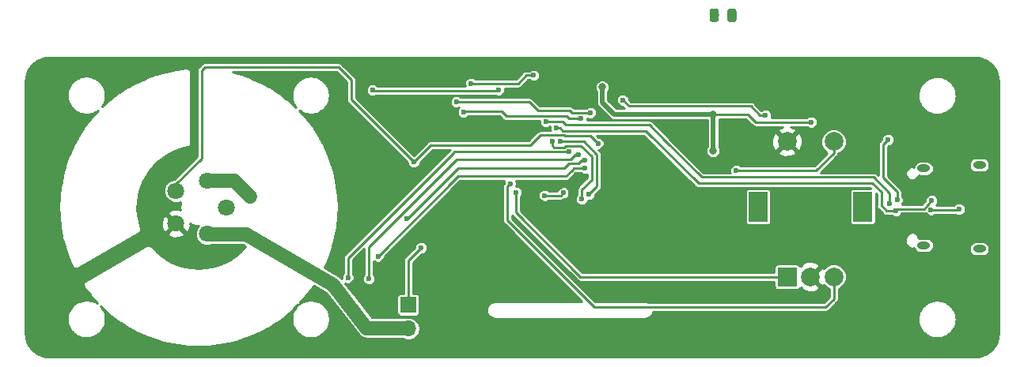
<source format=gbr>
G04 #@! TF.GenerationSoftware,KiCad,Pcbnew,5.0.2-bee76a0~70~ubuntu18.04.1*
G04 #@! TF.CreationDate,2019-06-21T11:09:07+02:00*
G04 #@! TF.ProjectId,RocketPCR,526f636b-6574-4504-9352-2e6b69636164,rev?*
G04 #@! TF.SameCoordinates,Original*
G04 #@! TF.FileFunction,Copper,L1,Top*
G04 #@! TF.FilePolarity,Positive*
%FSLAX46Y46*%
G04 Gerber Fmt 4.6, Leading zero omitted, Abs format (unit mm)*
G04 Created by KiCad (PCBNEW 5.0.2-bee76a0~70~ubuntu18.04.1) date Fr 21 Jun 2019 11:09:07 CEST*
%MOMM*%
%LPD*%
G01*
G04 APERTURE LIST*
G04 #@! TA.AperFunction,ComponentPad*
%ADD10O,1.400000X0.800000*%
G04 #@! TD*
G04 #@! TA.AperFunction,ComponentPad*
%ADD11C,2.000000*%
G04 #@! TD*
G04 #@! TA.AperFunction,ComponentPad*
%ADD12R,2.000000X3.200000*%
G04 #@! TD*
G04 #@! TA.AperFunction,ComponentPad*
%ADD13R,2.000000X2.000000*%
G04 #@! TD*
G04 #@! TA.AperFunction,ComponentPad*
%ADD14R,1.700000X1.700000*%
G04 #@! TD*
G04 #@! TA.AperFunction,ComponentPad*
%ADD15O,1.700000X1.700000*%
G04 #@! TD*
G04 #@! TA.AperFunction,Conductor*
%ADD16C,0.100000*%
G04 #@! TD*
G04 #@! TA.AperFunction,SMDPad,CuDef*
%ADD17C,0.975000*%
G04 #@! TD*
G04 #@! TA.AperFunction,BGAPad,CuDef*
%ADD18C,1.800000*%
G04 #@! TD*
G04 #@! TA.AperFunction,ViaPad*
%ADD19C,0.800000*%
G04 #@! TD*
G04 #@! TA.AperFunction,ViaPad*
%ADD20C,0.600000*%
G04 #@! TD*
G04 #@! TA.AperFunction,Conductor*
%ADD21C,0.300000*%
G04 #@! TD*
G04 #@! TA.AperFunction,Conductor*
%ADD22C,0.500000*%
G04 #@! TD*
G04 #@! TA.AperFunction,Conductor*
%ADD23C,0.250000*%
G04 #@! TD*
G04 #@! TA.AperFunction,Conductor*
%ADD24C,1.500000*%
G04 #@! TD*
G04 #@! TA.AperFunction,Conductor*
%ADD25C,0.254000*%
G04 #@! TD*
G04 APERTURE END LIST*
D10*
G04 #@! TO.P,J3,S1*
G04 #@! TO.N,Net-(J3-PadS1)*
X177587000Y-95835000D03*
X177587000Y-104095000D03*
X183537000Y-104455000D03*
X183537000Y-95475000D03*
G04 #@! TD*
D11*
G04 #@! TO.P,SW1,S1*
G04 #@! TO.N,SW1*
X167957000Y-92955000D03*
G04 #@! TO.P,SW1,S2*
G04 #@! TO.N,GND*
X162957000Y-92955000D03*
D12*
G04 #@! TO.P,SW1,MP*
G04 #@! TO.N,N/C*
X171057000Y-99955000D03*
X159857000Y-99955000D03*
D11*
G04 #@! TO.P,SW1,B*
G04 #@! TO.N,ENC2*
X167957000Y-107455000D03*
G04 #@! TO.P,SW1,C*
G04 #@! TO.N,GND*
X165457000Y-107455000D03*
D13*
G04 #@! TO.P,SW1,A*
G04 #@! TO.N,ENC1*
X162957000Y-107455000D03*
G04 #@! TD*
D14*
G04 #@! TO.P,J1,1*
G04 #@! TO.N,Net-(J1-Pad1)*
X122435200Y-110470600D03*
D15*
G04 #@! TO.P,J1,2*
G04 #@! TO.N,V_USB*
X122435200Y-113010600D03*
G04 #@! TD*
D16*
G04 #@! TO.N,GND*
G04 #@! TO.C,C6*
G36*
X157320742Y-78707574D02*
X157344403Y-78711084D01*
X157367607Y-78716896D01*
X157390129Y-78724954D01*
X157411753Y-78735182D01*
X157432270Y-78747479D01*
X157451483Y-78761729D01*
X157469207Y-78777793D01*
X157485271Y-78795517D01*
X157499521Y-78814730D01*
X157511818Y-78835247D01*
X157522046Y-78856871D01*
X157530104Y-78879393D01*
X157535916Y-78902597D01*
X157539426Y-78926258D01*
X157540600Y-78950150D01*
X157540600Y-79862650D01*
X157539426Y-79886542D01*
X157535916Y-79910203D01*
X157530104Y-79933407D01*
X157522046Y-79955929D01*
X157511818Y-79977553D01*
X157499521Y-79998070D01*
X157485271Y-80017283D01*
X157469207Y-80035007D01*
X157451483Y-80051071D01*
X157432270Y-80065321D01*
X157411753Y-80077618D01*
X157390129Y-80087846D01*
X157367607Y-80095904D01*
X157344403Y-80101716D01*
X157320742Y-80105226D01*
X157296850Y-80106400D01*
X156809350Y-80106400D01*
X156785458Y-80105226D01*
X156761797Y-80101716D01*
X156738593Y-80095904D01*
X156716071Y-80087846D01*
X156694447Y-80077618D01*
X156673930Y-80065321D01*
X156654717Y-80051071D01*
X156636993Y-80035007D01*
X156620929Y-80017283D01*
X156606679Y-79998070D01*
X156594382Y-79977553D01*
X156584154Y-79955929D01*
X156576096Y-79933407D01*
X156570284Y-79910203D01*
X156566774Y-79886542D01*
X156565600Y-79862650D01*
X156565600Y-78950150D01*
X156566774Y-78926258D01*
X156570284Y-78902597D01*
X156576096Y-78879393D01*
X156584154Y-78856871D01*
X156594382Y-78835247D01*
X156606679Y-78814730D01*
X156620929Y-78795517D01*
X156636993Y-78777793D01*
X156654717Y-78761729D01*
X156673930Y-78747479D01*
X156694447Y-78735182D01*
X156716071Y-78724954D01*
X156738593Y-78716896D01*
X156761797Y-78711084D01*
X156785458Y-78707574D01*
X156809350Y-78706400D01*
X157296850Y-78706400D01*
X157320742Y-78707574D01*
X157320742Y-78707574D01*
G37*
D17*
G04 #@! TD*
G04 #@! TO.P,C6,2*
G04 #@! TO.N,GND*
X157053100Y-79406400D03*
D16*
G04 #@! TO.N,+3V3*
G04 #@! TO.C,C6*
G36*
X155445742Y-78707574D02*
X155469403Y-78711084D01*
X155492607Y-78716896D01*
X155515129Y-78724954D01*
X155536753Y-78735182D01*
X155557270Y-78747479D01*
X155576483Y-78761729D01*
X155594207Y-78777793D01*
X155610271Y-78795517D01*
X155624521Y-78814730D01*
X155636818Y-78835247D01*
X155647046Y-78856871D01*
X155655104Y-78879393D01*
X155660916Y-78902597D01*
X155664426Y-78926258D01*
X155665600Y-78950150D01*
X155665600Y-79862650D01*
X155664426Y-79886542D01*
X155660916Y-79910203D01*
X155655104Y-79933407D01*
X155647046Y-79955929D01*
X155636818Y-79977553D01*
X155624521Y-79998070D01*
X155610271Y-80017283D01*
X155594207Y-80035007D01*
X155576483Y-80051071D01*
X155557270Y-80065321D01*
X155536753Y-80077618D01*
X155515129Y-80087846D01*
X155492607Y-80095904D01*
X155469403Y-80101716D01*
X155445742Y-80105226D01*
X155421850Y-80106400D01*
X154934350Y-80106400D01*
X154910458Y-80105226D01*
X154886797Y-80101716D01*
X154863593Y-80095904D01*
X154841071Y-80087846D01*
X154819447Y-80077618D01*
X154798930Y-80065321D01*
X154779717Y-80051071D01*
X154761993Y-80035007D01*
X154745929Y-80017283D01*
X154731679Y-79998070D01*
X154719382Y-79977553D01*
X154709154Y-79955929D01*
X154701096Y-79933407D01*
X154695284Y-79910203D01*
X154691774Y-79886542D01*
X154690600Y-79862650D01*
X154690600Y-78950150D01*
X154691774Y-78926258D01*
X154695284Y-78902597D01*
X154701096Y-78879393D01*
X154709154Y-78856871D01*
X154719382Y-78835247D01*
X154731679Y-78814730D01*
X154745929Y-78795517D01*
X154761993Y-78777793D01*
X154779717Y-78761729D01*
X154798930Y-78747479D01*
X154819447Y-78735182D01*
X154841071Y-78724954D01*
X154863593Y-78716896D01*
X154886797Y-78711084D01*
X154910458Y-78707574D01*
X154934350Y-78706400D01*
X155421850Y-78706400D01*
X155445742Y-78707574D01*
X155445742Y-78707574D01*
G37*
D17*
G04 #@! TD*
G04 #@! TO.P,C6,1*
G04 #@! TO.N,+3V3*
X155178100Y-79406400D03*
D18*
G04 #@! TO.P,X3,1*
G04 #@! TO.N,TEMP_BLOCK*
X97572949Y-98236644D03*
G04 #@! TD*
G04 #@! TO.P,X2,1*
G04 #@! TO.N,VSENS*
X100927051Y-97146830D03*
G04 #@! TD*
G04 #@! TO.P,X4,1*
G04 #@! TO.N,V_USB*
X100927051Y-102853170D03*
G04 #@! TD*
G04 #@! TO.P,X6,1*
G04 #@! TO.N,GND*
X97572949Y-101763356D03*
G04 #@! TD*
G04 #@! TO.P,X7,1*
G04 #@! TO.N,N/C*
X103000000Y-100000000D03*
G04 #@! TD*
D19*
G04 #@! TO.N,GND*
X174728000Y-103093000D03*
X177776000Y-102839000D03*
X178411000Y-96870000D03*
X175236000Y-96616000D03*
X140071000Y-103248000D03*
D20*
X139834200Y-98456400D03*
D19*
X177299200Y-92589000D03*
X117609200Y-84486400D03*
D20*
X121225000Y-97525000D03*
G04 #@! TO.N,DISP_RES*
X139046800Y-98456400D03*
X137014800Y-98735800D03*
G04 #@! TO.N,DISP_SCL*
X141002600Y-99142200D03*
X137827600Y-92919200D03*
G04 #@! TO.N,DISP_SDA*
X138716600Y-92944600D03*
X141764600Y-98608800D03*
G04 #@! TO.N,RX_LED*
X145371400Y-88499600D03*
X160662200Y-90150600D03*
G04 #@! TO.N,+3V3*
X132087200Y-87407400D03*
X118625200Y-87432800D03*
D19*
X155048800Y-93960600D03*
X155048800Y-90023600D03*
X143187000Y-87128000D03*
D20*
X165539000Y-90861800D03*
G04 #@! TO.N,RESET*
X135846400Y-85858000D03*
X129140800Y-86721600D03*
G04 #@! TO.N,SWDIO*
X127566000Y-88702800D03*
X141942400Y-89845800D03*
G04 #@! TO.N,SWCLK*
X128328000Y-89795000D03*
X140926400Y-90506200D03*
G04 #@! TO.N,V_USB*
X117990200Y-112959800D03*
X119031600Y-112959800D03*
X119996800Y-112959800D03*
X120936600Y-112959800D03*
G04 #@! TO.N,Net-(J1-Pad1)*
X123806800Y-104349200D03*
G04 #@! TO.N,Net-(J3-PadA5)*
X173768600Y-92741400D03*
X174733800Y-99218400D03*
G04 #@! TO.N,D+*
X137167200Y-90836400D03*
X173921000Y-99650200D03*
G04 #@! TO.N,D-*
X174606800Y-100386800D03*
X178411000Y-99283000D03*
X138284800Y-91496800D03*
G04 #@! TO.N,Net-(J3-PadB5)*
X178340600Y-100259800D03*
X181363200Y-100209000D03*
G04 #@! TO.N,VSENS*
X104900000Y-98200000D03*
X139605600Y-94062200D03*
X115983600Y-107549600D03*
X102900000Y-97150000D03*
X104025000Y-97350000D03*
X105600000Y-98925000D03*
G04 #@! TO.N,SW1*
X157512600Y-96068800D03*
G04 #@! TO.N,BLOCK*
X140647000Y-94392400D03*
X118218800Y-107702000D03*
G04 #@! TO.N,FAN*
X141332800Y-95840200D03*
X119184000Y-105263600D03*
G04 #@! TO.N,LID*
X141307400Y-94976600D03*
X122282800Y-101225000D03*
G04 #@! TO.N,ENC1*
X133966800Y-98405600D03*
G04 #@! TO.N,ENC2*
X133331800Y-97491200D03*
G04 #@! TO.N,TEMP_BLOCK*
X123019400Y-95154400D03*
X142729800Y-93147800D03*
G04 #@! TD*
D21*
G04 #@! TO.N,GND*
X175236000Y-96616000D02*
X175236000Y-96489000D01*
D22*
X139834200Y-103011200D02*
X140071000Y-103248000D01*
X139834200Y-98456400D02*
X139834200Y-103011200D01*
D21*
X95637000Y-99827407D02*
X97572949Y-101763356D01*
X95637000Y-98436000D02*
X95637000Y-99827407D01*
X95637000Y-97900000D02*
X95637000Y-98436000D01*
X95637000Y-96926000D02*
X95637000Y-98436000D01*
X117609200Y-84486400D02*
X100108600Y-84486400D01*
X99600600Y-84994400D02*
X99600600Y-93731400D01*
X100108600Y-84486400D02*
X99600600Y-84994400D01*
X99600600Y-93731400D02*
X98214000Y-95118000D01*
X97445000Y-95118000D02*
X95637000Y-96926000D01*
X98214000Y-95118000D02*
X97445000Y-95118000D01*
D23*
G04 #@! TO.N,DISP_RES*
X139046800Y-98456400D02*
X138742000Y-98761200D01*
X138742000Y-98761200D02*
X137040200Y-98761200D01*
X137040200Y-98761200D02*
X137014800Y-98735800D01*
G04 #@! TO.N,DISP_SCL*
X142044000Y-97059400D02*
X141002600Y-98100800D01*
X141002600Y-98100800D02*
X141002600Y-99142200D01*
X142044000Y-94824200D02*
X142044000Y-97059400D01*
X142044000Y-94570200D02*
X142044000Y-94824200D01*
X137827600Y-93351000D02*
X138056200Y-93579600D01*
X139148400Y-93579600D02*
X139300800Y-93427200D01*
X137827600Y-92919200D02*
X137827600Y-93351000D01*
X139300800Y-93427200D02*
X140901000Y-93427200D01*
X138056200Y-93579600D02*
X139148400Y-93579600D01*
X140901000Y-93427200D02*
X142044000Y-94570200D01*
G04 #@! TO.N,DISP_SDA*
X142628200Y-94367000D02*
X141205800Y-92944600D01*
X142628200Y-97745200D02*
X142628200Y-94367000D01*
X141764600Y-98608800D02*
X142628200Y-97745200D01*
X138716600Y-92944600D02*
X141205800Y-92944600D01*
G04 #@! TO.N,RX_LED*
X145371400Y-88499600D02*
X146031800Y-89160000D01*
X146031800Y-89160000D02*
X159062000Y-89160000D01*
X159062000Y-89160000D02*
X160067000Y-90165000D01*
X160067000Y-90165000D02*
X160647800Y-90165000D01*
X160647800Y-90165000D02*
X160662200Y-90150600D01*
G04 #@! TO.N,+3V3*
X132087200Y-87407400D02*
X132011000Y-87483600D01*
X132011000Y-87483600D02*
X118676000Y-87483600D01*
X118676000Y-87483600D02*
X118625200Y-87432800D01*
D22*
X155048800Y-93960600D02*
X155048800Y-90023600D01*
X155048800Y-90023600D02*
X144457000Y-90023600D01*
X144457000Y-90023600D02*
X143187000Y-88753600D01*
X143187000Y-88753600D02*
X143187000Y-87128000D01*
D23*
X155048800Y-90023600D02*
X158757200Y-90023600D01*
X158757200Y-90023600D02*
X159595400Y-90861800D01*
X159595400Y-90861800D02*
X165539000Y-90861800D01*
G04 #@! TO.N,RESET*
X135846400Y-85858000D02*
X135033600Y-85858000D01*
X135033600Y-85858000D02*
X134170000Y-86721600D01*
X134170000Y-86721600D02*
X129140800Y-86721600D01*
G04 #@! TO.N,SWDIO*
X139935800Y-89845800D02*
X141434400Y-89845800D01*
X139732600Y-89642600D02*
X139935800Y-89845800D01*
X141434400Y-89845800D02*
X141942400Y-89845800D01*
X136303600Y-89642600D02*
X139732600Y-89642600D01*
X127566000Y-88702800D02*
X135363800Y-88702800D01*
X135363800Y-88702800D02*
X136303600Y-89642600D01*
G04 #@! TO.N,SWCLK*
X128328000Y-89795000D02*
X128378800Y-89744200D01*
X132392000Y-89744200D02*
X132900000Y-90252200D01*
X132900000Y-90252200D02*
X139351600Y-90252200D01*
X128378800Y-89744200D02*
X132392000Y-89744200D01*
X139351600Y-90252200D02*
X139605600Y-90506200D01*
X139605600Y-90506200D02*
X140316800Y-90506200D01*
X140316800Y-90506200D02*
X140926400Y-90506200D01*
D24*
G04 #@! TO.N,V_USB*
X117990200Y-112959800D02*
X114408800Y-108337000D01*
X122384400Y-112959800D02*
X122435200Y-113010600D01*
X117990200Y-112959800D02*
X122384400Y-112959800D01*
X100989197Y-102915316D02*
X100927051Y-102853170D01*
X105075000Y-102915316D02*
X100989197Y-102915316D01*
X114408800Y-108337000D02*
X105075000Y-102915316D01*
D23*
G04 #@! TO.N,Net-(J1-Pad1)*
X122435200Y-110470600D02*
X122435200Y-105720800D01*
X122435200Y-105720800D02*
X123806800Y-104349200D01*
G04 #@! TO.N,Net-(J3-PadA5)*
X173209800Y-93300200D02*
X173768600Y-92741400D01*
X174733800Y-98354800D02*
X173209800Y-96830800D01*
X174733800Y-99218400D02*
X174733800Y-98354800D01*
X173209800Y-96830800D02*
X173209800Y-93300200D01*
G04 #@! TO.N,D+*
X173921000Y-98481800D02*
X173921000Y-99650200D01*
X148241600Y-91166600D02*
X149892600Y-92817600D01*
X149892600Y-92817600D02*
X149892600Y-92843000D01*
X172219200Y-96780000D02*
X173921000Y-98481800D01*
X149892600Y-92843000D02*
X153829600Y-96780000D01*
X153829600Y-96780000D02*
X172219200Y-96780000D01*
X138970600Y-90836400D02*
X139300800Y-91166600D01*
X137167200Y-90836400D02*
X138970600Y-90836400D01*
X139300800Y-91166600D02*
X148241600Y-91166600D01*
G04 #@! TO.N,D-*
X177649000Y-100172000D02*
X178411000Y-99283000D01*
X174687000Y-100172000D02*
X177649000Y-100172000D01*
X173590800Y-100386800D02*
X174606800Y-100386800D01*
X172092200Y-97440400D02*
X173032000Y-98380200D01*
X173032000Y-99828000D02*
X173590800Y-100386800D01*
X153474000Y-97440400D02*
X172092200Y-97440400D01*
X147835200Y-91801600D02*
X153474000Y-97440400D01*
X173032000Y-98380200D02*
X173032000Y-99828000D01*
X139046800Y-91801600D02*
X138970600Y-91801600D01*
X139046800Y-91801600D02*
X147835200Y-91801600D01*
X138665800Y-91496800D02*
X138284800Y-91496800D01*
X138970600Y-91801600D02*
X138665800Y-91496800D01*
G04 #@! TO.N,Net-(J3-PadB5)*
X181312400Y-100259800D02*
X181363200Y-100209000D01*
X178340600Y-100259800D02*
X181312400Y-100259800D01*
G04 #@! TO.N,VSENS*
X115983600Y-107549600D02*
X116009000Y-107524200D01*
X116009000Y-107524200D02*
X116009000Y-105441400D01*
X139605600Y-94062200D02*
X127388200Y-94062200D01*
X127388200Y-94062200D02*
X127185000Y-94265400D01*
X116009000Y-105441400D02*
X127185000Y-94265400D01*
D24*
X100930221Y-97150000D02*
X100927051Y-97146830D01*
X102900000Y-97150000D02*
X100930221Y-97150000D01*
X102900000Y-97150000D02*
X103775000Y-97150000D01*
X103775000Y-97150000D02*
X105500000Y-98875000D01*
D23*
G04 #@! TO.N,SW1*
X157512600Y-96068800D02*
X166072400Y-96068800D01*
X167957000Y-94184200D02*
X167957000Y-92955000D01*
X166072400Y-96068800D02*
X167957000Y-94184200D01*
G04 #@! TO.N,BLOCK*
X140647000Y-94392400D02*
X140266000Y-94392400D01*
X140266000Y-94392400D02*
X139808800Y-94849600D01*
X138056200Y-94849600D02*
X138843600Y-94849600D01*
X138843600Y-94849600D02*
X138462600Y-94849600D01*
X138056200Y-94849600D02*
X132595200Y-94849600D01*
X139808800Y-94849600D02*
X138843600Y-94849600D01*
X138462600Y-94849600D02*
X138056200Y-94849600D01*
X132595200Y-94849600D02*
X127616800Y-94849600D01*
X127616800Y-94849600D02*
X123705200Y-98761200D01*
X123705200Y-98761200D02*
X118218800Y-104247600D01*
X118218800Y-104247600D02*
X118218800Y-107702000D01*
G04 #@! TO.N,FAN*
X139300800Y-96678400D02*
X131731600Y-96678400D01*
X141332800Y-95840200D02*
X140139000Y-95840200D01*
X140012000Y-95967200D02*
X139859600Y-96119600D01*
X140139000Y-95840200D02*
X139859600Y-96119600D01*
X139859600Y-96119600D02*
X139300800Y-96678400D01*
X127769200Y-96678400D02*
X131731600Y-96678400D01*
X119184000Y-105263600D02*
X127769200Y-96678400D01*
G04 #@! TO.N,LID*
X141307400Y-94976600D02*
X140951800Y-94976600D01*
X140621600Y-95306800D02*
X139656400Y-95306800D01*
X139656400Y-95306800D02*
X139148400Y-95814800D01*
X139148400Y-95814800D02*
X132544400Y-95814800D01*
X140951800Y-94976600D02*
X140621600Y-95306800D01*
X127794600Y-95814800D02*
X132544400Y-95814800D01*
X122384400Y-101225000D02*
X127794600Y-95814800D01*
X122282800Y-101225000D02*
X122384400Y-101225000D01*
G04 #@! TO.N,ENC1*
X133966800Y-98405600D02*
X133966800Y-100564600D01*
X140857200Y-107455000D02*
X162957000Y-107455000D01*
X133966800Y-100564600D02*
X140857200Y-107455000D01*
G04 #@! TO.N,ENC2*
X133331800Y-97491200D02*
X133306400Y-97491200D01*
X133306400Y-97491200D02*
X133052400Y-97745200D01*
X133052400Y-97745200D02*
X133052400Y-101428200D01*
X133052400Y-101428200D02*
X142323400Y-110699200D01*
X142323400Y-110699200D02*
X167088400Y-110699200D01*
X167957000Y-109830600D02*
X167957000Y-107455000D01*
X167088400Y-110699200D02*
X167957000Y-109830600D01*
G04 #@! TO.N,TEMP_BLOCK*
X123019400Y-95154400D02*
X116339200Y-88474200D01*
X116339200Y-87331200D02*
X116339200Y-87178800D01*
X116339200Y-88474200D02*
X116339200Y-87331200D01*
X116339200Y-86366000D02*
X116339200Y-87331200D01*
X100311800Y-85324600D02*
X100642000Y-84994400D01*
X100642000Y-84994400D02*
X114967600Y-84994400D01*
X114967600Y-84994400D02*
X116339200Y-86366000D01*
X141942400Y-92360400D02*
X139199200Y-92360400D01*
X124848200Y-93325600D02*
X123019400Y-95154400D01*
X139097600Y-92258800D02*
X136583000Y-92258800D01*
X136583000Y-92258800D02*
X135516200Y-93325600D01*
X139199200Y-92360400D02*
X139097600Y-92258800D01*
X142729800Y-93147800D02*
X141942400Y-92360400D01*
X135516200Y-93325600D02*
X124848200Y-93325600D01*
X100311800Y-94137000D02*
X100311800Y-94768200D01*
X100311800Y-94137000D02*
X100311800Y-85324600D01*
X100311800Y-94671800D02*
X100311800Y-94137000D01*
X97572949Y-97507051D02*
X97572949Y-98236644D01*
X100311800Y-94768200D02*
X97572949Y-97507051D01*
G04 #@! TD*
D25*
G04 #@! TO.N,GND*
G36*
X183477609Y-83991131D02*
X183897788Y-84111181D01*
X184315540Y-84290221D01*
X184669833Y-84555937D01*
X184971072Y-84857177D01*
X185243040Y-85250028D01*
X185423640Y-85641339D01*
X185541980Y-86055507D01*
X185573080Y-86521712D01*
X185573081Y-113479094D01*
X185541711Y-113949357D01*
X185421953Y-114398426D01*
X185246669Y-114778218D01*
X184970701Y-115146173D01*
X184669707Y-115477279D01*
X184327200Y-115705612D01*
X183897788Y-115889649D01*
X183463147Y-116013831D01*
X182996427Y-116076100D01*
X84067015Y-116076100D01*
X83600304Y-116013832D01*
X83165669Y-115889652D01*
X82736253Y-115705614D01*
X82393755Y-115477281D01*
X82092757Y-115146183D01*
X81816780Y-114778217D01*
X81641488Y-114398425D01*
X81521740Y-113949361D01*
X81490370Y-113479109D01*
X81490370Y-111994134D01*
X85928745Y-111994134D01*
X85928813Y-111994840D01*
X85928745Y-111995546D01*
X85933104Y-112039109D01*
X85941713Y-112127933D01*
X85942057Y-112128578D01*
X85961485Y-112322741D01*
X85957410Y-112341998D01*
X85970379Y-112411622D01*
X85972910Y-112436918D01*
X85978510Y-112455277D01*
X85982026Y-112474151D01*
X85991469Y-112497760D01*
X86012132Y-112565496D01*
X86024641Y-112580690D01*
X86138133Y-112864423D01*
X86152452Y-112902205D01*
X86154658Y-112905735D01*
X86156203Y-112909597D01*
X86178224Y-112943440D01*
X86308564Y-113151982D01*
X86309955Y-113158976D01*
X86356079Y-113228007D01*
X86376031Y-113259929D01*
X86380785Y-113264982D01*
X86384638Y-113270748D01*
X86411248Y-113297359D01*
X86468148Y-113357833D01*
X86474650Y-113360761D01*
X86599657Y-113485771D01*
X86599752Y-113485999D01*
X86663112Y-113549226D01*
X86694536Y-113580651D01*
X86694737Y-113580785D01*
X86694906Y-113580954D01*
X86731490Y-113605343D01*
X86806306Y-113655335D01*
X86806550Y-113655384D01*
X86994049Y-113780384D01*
X87008903Y-113798370D01*
X87068299Y-113829884D01*
X87086487Y-113842009D01*
X87107541Y-113850704D01*
X87127651Y-113861374D01*
X87148575Y-113867651D01*
X87210735Y-113893323D01*
X87234067Y-113893299D01*
X87522008Y-113979680D01*
X87563676Y-113992388D01*
X87564714Y-113992492D01*
X87565711Y-113992791D01*
X87608999Y-113996921D01*
X87871992Y-114023221D01*
X87872615Y-114023553D01*
X87961447Y-114032167D01*
X88005050Y-114036528D01*
X88005732Y-114036462D01*
X88006413Y-114036528D01*
X88049973Y-114032172D01*
X88138849Y-114023553D01*
X88139472Y-114023221D01*
X88320015Y-114005165D01*
X88325831Y-114006758D01*
X88409265Y-113996239D01*
X88447777Y-113992388D01*
X88453387Y-113990677D01*
X88459202Y-113989944D01*
X88495907Y-113977709D01*
X88576357Y-113953173D01*
X88581012Y-113949341D01*
X88749118Y-113893306D01*
X88765436Y-113893323D01*
X88833929Y-113865036D01*
X88861168Y-113855956D01*
X88874986Y-113848079D01*
X88889684Y-113842009D01*
X88913572Y-113826084D01*
X88977953Y-113789384D01*
X88987957Y-113776493D01*
X89169618Y-113655387D01*
X89169857Y-113655339D01*
X89244319Y-113605586D01*
X89281267Y-113580954D01*
X89281435Y-113580786D01*
X89281630Y-113580656D01*
X89312843Y-113549444D01*
X89376420Y-113485999D01*
X89376513Y-113485775D01*
X89551351Y-113310941D01*
X89575337Y-113289435D01*
X89582775Y-113279518D01*
X89591538Y-113270755D01*
X89609433Y-113243975D01*
X89781433Y-113014646D01*
X89809264Y-112991662D01*
X89834873Y-112943394D01*
X89840430Y-112935985D01*
X89855718Y-112904106D01*
X89872267Y-112872914D01*
X89874925Y-112864054D01*
X89898557Y-112814775D01*
X89900522Y-112778728D01*
X89990601Y-112478455D01*
X90003272Y-112436918D01*
X90003377Y-112435868D01*
X90003681Y-112434855D01*
X90007816Y-112391508D01*
X90034125Y-112128578D01*
X90034469Y-112127933D01*
X90043073Y-112039158D01*
X90047437Y-111995547D01*
X90047368Y-111994840D01*
X90047437Y-111994133D01*
X90043073Y-111950522D01*
X90034469Y-111861747D01*
X90034125Y-111861102D01*
X90007816Y-111598172D01*
X90003681Y-111554825D01*
X90003377Y-111553812D01*
X90003272Y-111552762D01*
X89990601Y-111511225D01*
X89900522Y-111210952D01*
X89898557Y-111174905D01*
X89874925Y-111125626D01*
X89872267Y-111116766D01*
X89855718Y-111085574D01*
X89840430Y-111053695D01*
X89834873Y-111046286D01*
X89809264Y-110998018D01*
X89781433Y-110975034D01*
X89618479Y-110757767D01*
X89609927Y-110742916D01*
X89591825Y-110722229D01*
X89575337Y-110700245D01*
X89562581Y-110688808D01*
X89510565Y-110629363D01*
X89891597Y-110993076D01*
X89898065Y-111001432D01*
X89923742Y-111023760D01*
X89948358Y-111047257D01*
X89957279Y-111052922D01*
X90725195Y-111720675D01*
X90739407Y-111735918D01*
X90758693Y-111749804D01*
X90776641Y-111765411D01*
X90794749Y-111775764D01*
X91634707Y-112380537D01*
X91646775Y-112391735D01*
X91670754Y-112406491D01*
X91693602Y-112422942D01*
X91708582Y-112429770D01*
X92575185Y-112963066D01*
X92585311Y-112971428D01*
X92613013Y-112986345D01*
X92639823Y-113002843D01*
X92652142Y-113007414D01*
X93520361Y-113474918D01*
X93537052Y-113486368D01*
X93559455Y-113495969D01*
X93580923Y-113507529D01*
X93600282Y-113513466D01*
X94540063Y-113916229D01*
X94554368Y-113924580D01*
X94580880Y-113933722D01*
X94606668Y-113944774D01*
X94622881Y-113948205D01*
X95590964Y-114282025D01*
X95603748Y-114288447D01*
X95632946Y-114296502D01*
X95661602Y-114306383D01*
X95675787Y-114308320D01*
X96649587Y-114576956D01*
X96671693Y-114585315D01*
X96692391Y-114588765D01*
X96712627Y-114594347D01*
X96736205Y-114596067D01*
X97737357Y-114762924D01*
X97744388Y-114765324D01*
X97781222Y-114770235D01*
X97817857Y-114776341D01*
X97825278Y-114776109D01*
X98825312Y-114909447D01*
X98847515Y-114914613D01*
X98869334Y-114915317D01*
X98890972Y-114918202D01*
X98913720Y-114916749D01*
X99956037Y-114950374D01*
X99970760Y-114952796D01*
X100000438Y-114951807D01*
X100030113Y-114952764D01*
X100044832Y-114950327D01*
X101051625Y-114916764D01*
X101074133Y-114918202D01*
X101096015Y-114915284D01*
X101118075Y-114914549D01*
X101140032Y-114909416D01*
X102139837Y-114776109D01*
X102147259Y-114776341D01*
X102183894Y-114770235D01*
X102220728Y-114765324D01*
X102227759Y-114762924D01*
X103226993Y-114596385D01*
X103248641Y-114594992D01*
X103270791Y-114589085D01*
X103293413Y-114585315D01*
X103313713Y-114577640D01*
X104325079Y-114307942D01*
X104343622Y-114305202D01*
X104367996Y-114296497D01*
X104393001Y-114289829D01*
X104409819Y-114281560D01*
X105344660Y-113947689D01*
X105358435Y-113944774D01*
X105386500Y-113932746D01*
X105415251Y-113922478D01*
X105427331Y-113915247D01*
X106361581Y-113514856D01*
X106377625Y-113510208D01*
X106402390Y-113497367D01*
X106428052Y-113486369D01*
X106441837Y-113476913D01*
X107344931Y-113008643D01*
X107360561Y-113002843D01*
X107384356Y-112988200D01*
X107409167Y-112975335D01*
X107422190Y-112964917D01*
X108291805Y-112429769D01*
X108306779Y-112422944D01*
X108329621Y-112406498D01*
X108353609Y-112391736D01*
X108365680Y-112380535D01*
X109205656Y-111775758D01*
X109223752Y-111765411D01*
X109241687Y-111749816D01*
X109260985Y-111735921D01*
X109275209Y-111720666D01*
X110047110Y-111049449D01*
X110060276Y-111040652D01*
X110080602Y-111020326D01*
X110102329Y-111001433D01*
X110112037Y-110988891D01*
X110617645Y-110483282D01*
X110437812Y-110688809D01*
X110425057Y-110700245D01*
X110408563Y-110722236D01*
X110390461Y-110742925D01*
X110381912Y-110757771D01*
X110218964Y-110975031D01*
X110191130Y-110998018D01*
X110165518Y-111046293D01*
X110159965Y-111053696D01*
X110144685Y-111085558D01*
X110128127Y-111116767D01*
X110125468Y-111125629D01*
X110101837Y-111174906D01*
X110099872Y-111210953D01*
X110009811Y-111511165D01*
X109997122Y-111552762D01*
X109997017Y-111553813D01*
X109996713Y-111554826D01*
X109992579Y-111598161D01*
X109966269Y-111861094D01*
X109965928Y-111861735D01*
X109957311Y-111950620D01*
X109952957Y-111994134D01*
X109953025Y-111994834D01*
X109952957Y-111995534D01*
X109957319Y-112039136D01*
X109965925Y-112127933D01*
X109966265Y-112128572D01*
X109992576Y-112391594D01*
X109996705Y-112434866D01*
X109997005Y-112435866D01*
X109997109Y-112436906D01*
X110009801Y-112478516D01*
X110099872Y-112778733D01*
X110101835Y-112814764D01*
X110125467Y-112864046D01*
X110128131Y-112872925D01*
X110144691Y-112904135D01*
X110159959Y-112935975D01*
X110165518Y-112943387D01*
X110191137Y-112991671D01*
X110218963Y-113014650D01*
X110390947Y-113243968D01*
X110408846Y-113270755D01*
X110417606Y-113279515D01*
X110425040Y-113289427D01*
X110449029Y-113310937D01*
X110678566Y-113540468D01*
X110700068Y-113564449D01*
X110709988Y-113571889D01*
X110718755Y-113580656D01*
X110745536Y-113598551D01*
X110974852Y-113770540D01*
X110997835Y-113798370D01*
X111046106Y-113823981D01*
X111053515Y-113829538D01*
X111085388Y-113844823D01*
X111116583Y-113861374D01*
X111125446Y-113864033D01*
X111174725Y-113887665D01*
X111210769Y-113889630D01*
X111510940Y-113979680D01*
X111552608Y-113992388D01*
X111553646Y-113992492D01*
X111554643Y-113992791D01*
X111597931Y-113996921D01*
X111860924Y-114023221D01*
X111861547Y-114023553D01*
X111950379Y-114032167D01*
X111993982Y-114036528D01*
X111994664Y-114036462D01*
X111995345Y-114036528D01*
X112038905Y-114032172D01*
X112127781Y-114023553D01*
X112128404Y-114023221D01*
X112391443Y-113996915D01*
X112434672Y-113992791D01*
X112435668Y-113992492D01*
X112436709Y-113992388D01*
X112478426Y-113979665D01*
X112778546Y-113889630D01*
X112814590Y-113887665D01*
X112863868Y-113864034D01*
X112872733Y-113861374D01*
X112903938Y-113844818D01*
X112935800Y-113829538D01*
X112943207Y-113823983D01*
X112991481Y-113798370D01*
X113014465Y-113770538D01*
X113243774Y-113598555D01*
X113270562Y-113580656D01*
X113279332Y-113571886D01*
X113289248Y-113564449D01*
X113310743Y-113540476D01*
X113540283Y-113310941D01*
X113564269Y-113289435D01*
X113571707Y-113279518D01*
X113580470Y-113270755D01*
X113598365Y-113243975D01*
X113770365Y-113014646D01*
X113798196Y-112991662D01*
X113823805Y-112943394D01*
X113829362Y-112935985D01*
X113844650Y-112904106D01*
X113861199Y-112872914D01*
X113863857Y-112864054D01*
X113887489Y-112814775D01*
X113889454Y-112778728D01*
X113979533Y-112478455D01*
X113992204Y-112436918D01*
X113992309Y-112435868D01*
X113992613Y-112434855D01*
X113996748Y-112391508D01*
X114023057Y-112128578D01*
X114023401Y-112127933D01*
X114032005Y-112039158D01*
X114036369Y-111995547D01*
X114036300Y-111994840D01*
X114036369Y-111994133D01*
X114032005Y-111950522D01*
X114023401Y-111861747D01*
X114023057Y-111861102D01*
X113996748Y-111598172D01*
X113992613Y-111554825D01*
X113992309Y-111553812D01*
X113992204Y-111552762D01*
X113979533Y-111511225D01*
X113889454Y-111210952D01*
X113887489Y-111174905D01*
X113863857Y-111125626D01*
X113861199Y-111116766D01*
X113844650Y-111085574D01*
X113829362Y-111053695D01*
X113823805Y-111046286D01*
X113798196Y-110998018D01*
X113770365Y-110975034D01*
X113607416Y-110757772D01*
X113598865Y-110742924D01*
X113580759Y-110722231D01*
X113564269Y-110700245D01*
X113551518Y-110688812D01*
X113366936Y-110477858D01*
X113357655Y-110457251D01*
X113308156Y-110410681D01*
X113293295Y-110393696D01*
X113275811Y-110380249D01*
X113259749Y-110365137D01*
X113240612Y-110353177D01*
X113186739Y-110311742D01*
X113164917Y-110305868D01*
X113002002Y-110204049D01*
X112991484Y-110191312D01*
X112926201Y-110156675D01*
X112902016Y-110141559D01*
X112886956Y-110135852D01*
X112872736Y-110128307D01*
X112845431Y-110120115D01*
X112776313Y-110093922D01*
X112759799Y-110094425D01*
X112478285Y-110009969D01*
X112436718Y-109997292D01*
X112435685Y-109997189D01*
X112434686Y-109996889D01*
X112391333Y-109992753D01*
X112128404Y-109966459D01*
X112127781Y-109966127D01*
X112038904Y-109957508D01*
X111995344Y-109953152D01*
X111994663Y-109953218D01*
X111993982Y-109953152D01*
X111950422Y-109957508D01*
X111861545Y-109966127D01*
X111860922Y-109966459D01*
X111597931Y-109992759D01*
X111554643Y-109996889D01*
X111553646Y-109997188D01*
X111552608Y-109997292D01*
X111510940Y-110010000D01*
X111229514Y-110094427D01*
X111212995Y-110093924D01*
X111143886Y-110120115D01*
X111116583Y-110128306D01*
X111102356Y-110135854D01*
X111087293Y-110141563D01*
X111063114Y-110156675D01*
X110997835Y-110191310D01*
X110987313Y-110204051D01*
X110824408Y-110305868D01*
X110802586Y-110311741D01*
X110748709Y-110353180D01*
X110746143Y-110354784D01*
X110812314Y-110288612D01*
X110824841Y-110278916D01*
X110843715Y-110257211D01*
X110864064Y-110236862D01*
X110872870Y-110223683D01*
X111537295Y-109459600D01*
X111545290Y-109452800D01*
X111566444Y-109426080D01*
X111588825Y-109400341D01*
X111594039Y-109391221D01*
X112236363Y-108579857D01*
X112288274Y-108520477D01*
X112306346Y-108466964D01*
X112325242Y-108430066D01*
X113652570Y-109201065D01*
X117075086Y-113618781D01*
X117177678Y-113772322D01*
X117304838Y-113857288D01*
X117420283Y-113957586D01*
X117489650Y-113980775D01*
X117550467Y-114021411D01*
X117700462Y-114051247D01*
X117845502Y-114099732D01*
X118029706Y-114086800D01*
X121837307Y-114086800D01*
X121956448Y-114166408D01*
X122314353Y-114237600D01*
X122556047Y-114237600D01*
X122913952Y-114166408D01*
X123319817Y-113895217D01*
X123591008Y-113489352D01*
X123686238Y-113010600D01*
X123591008Y-112531848D01*
X123319817Y-112125983D01*
X123148846Y-112011743D01*
X176963074Y-112011743D01*
X176963142Y-112012450D01*
X176963074Y-112013156D01*
X176967426Y-112056650D01*
X176976041Y-112145542D01*
X176976386Y-112146189D01*
X176995814Y-112340353D01*
X176991739Y-112359609D01*
X177004708Y-112429232D01*
X177007239Y-112454530D01*
X177012840Y-112472891D01*
X177016355Y-112491762D01*
X177025797Y-112515368D01*
X177046461Y-112583108D01*
X177058971Y-112598303D01*
X177172460Y-112882029D01*
X177186782Y-112919820D01*
X177188988Y-112923349D01*
X177190532Y-112927210D01*
X177212564Y-112961070D01*
X177342893Y-113169595D01*
X177344285Y-113176591D01*
X177390423Y-113245642D01*
X177410362Y-113277543D01*
X177415114Y-113282594D01*
X177418969Y-113288363D01*
X177445582Y-113314976D01*
X177502478Y-113375447D01*
X177508982Y-113378376D01*
X177634000Y-113503394D01*
X177634095Y-113503623D01*
X177697095Y-113566489D01*
X177728877Y-113598271D01*
X177729081Y-113598407D01*
X177729250Y-113598576D01*
X177765509Y-113622748D01*
X177840648Y-113672955D01*
X177840895Y-113673004D01*
X178028384Y-113797994D01*
X178043232Y-113815974D01*
X178102636Y-113847494D01*
X178120832Y-113859624D01*
X178141877Y-113868315D01*
X178161979Y-113878981D01*
X178182915Y-113885262D01*
X178245081Y-113910935D01*
X178268401Y-113910910D01*
X178556444Y-113997331D01*
X178597980Y-114010001D01*
X178599022Y-114010105D01*
X178600028Y-114010407D01*
X178643336Y-114014539D01*
X178906322Y-114040855D01*
X178906967Y-114041198D01*
X178995756Y-114049804D01*
X179039353Y-114054166D01*
X179040060Y-114054098D01*
X179040766Y-114054166D01*
X179084356Y-114049804D01*
X179173153Y-114041198D01*
X179173798Y-114040854D01*
X179354372Y-114022786D01*
X179360179Y-114024376D01*
X179443616Y-114013856D01*
X179482140Y-114010001D01*
X179487742Y-114008292D01*
X179493549Y-114007560D01*
X179530259Y-113995323D01*
X179610718Y-113970779D01*
X179615367Y-113966951D01*
X179783458Y-113910918D01*
X179799768Y-113910935D01*
X179868270Y-113882645D01*
X179895515Y-113873563D01*
X179909325Y-113865690D01*
X179924017Y-113859623D01*
X179947912Y-113843694D01*
X180012299Y-113806989D01*
X180022299Y-113794104D01*
X180203962Y-113672999D01*
X180204218Y-113672948D01*
X180279082Y-113622920D01*
X180315600Y-113598576D01*
X180315777Y-113598399D01*
X180315987Y-113598259D01*
X180347336Y-113566908D01*
X180410755Y-113503623D01*
X180410854Y-113503384D01*
X180585672Y-113328552D01*
X180609655Y-113307048D01*
X180617103Y-113297118D01*
X180625872Y-113288348D01*
X180643755Y-113261583D01*
X180815752Y-113032259D01*
X180843584Y-113009275D01*
X180869193Y-112961008D01*
X180874748Y-112953601D01*
X180890032Y-112921730D01*
X180906587Y-112890527D01*
X180909246Y-112881664D01*
X180932875Y-112832391D01*
X180934840Y-112796346D01*
X181024928Y-112496042D01*
X181037591Y-112454530D01*
X181037696Y-112453480D01*
X181038000Y-112452467D01*
X181042135Y-112409122D01*
X181068444Y-112146189D01*
X181068789Y-112145542D01*
X181077399Y-112056699D01*
X181081756Y-112013157D01*
X181081687Y-112012450D01*
X181081756Y-112011742D01*
X181077391Y-111968125D01*
X181068788Y-111879357D01*
X181068444Y-111878712D01*
X181042131Y-111615745D01*
X181038000Y-111572443D01*
X181037696Y-111571430D01*
X181037591Y-111570379D01*
X181024910Y-111528808D01*
X180934840Y-111228564D01*
X180932875Y-111192519D01*
X180909246Y-111143246D01*
X180906587Y-111134383D01*
X180890032Y-111103180D01*
X180874748Y-111071309D01*
X180869193Y-111063902D01*
X180843584Y-111015635D01*
X180815752Y-110992651D01*
X180643755Y-110763327D01*
X180625872Y-110736562D01*
X180617103Y-110727792D01*
X180609655Y-110717862D01*
X180585672Y-110696358D01*
X180410859Y-110521531D01*
X180410761Y-110521295D01*
X180347342Y-110458009D01*
X180315987Y-110426651D01*
X180315780Y-110426513D01*
X180315607Y-110426340D01*
X180279140Y-110402028D01*
X180204218Y-110351962D01*
X180203967Y-110351912D01*
X180022296Y-110230795D01*
X180012289Y-110217902D01*
X179947916Y-110181208D01*
X179924026Y-110165281D01*
X179909320Y-110159208D01*
X179895504Y-110151332D01*
X179868274Y-110142256D01*
X179799778Y-110113967D01*
X179783457Y-110113984D01*
X179615362Y-110057954D01*
X179610718Y-110054131D01*
X179530264Y-110029589D01*
X179493537Y-110017347D01*
X179487734Y-110016616D01*
X179482140Y-110014909D01*
X179443614Y-110011054D01*
X179360166Y-110000535D01*
X179354365Y-110002124D01*
X179173798Y-109984056D01*
X179173153Y-109983712D01*
X179084356Y-109975106D01*
X179040766Y-109970744D01*
X179040060Y-109970812D01*
X179039353Y-109970744D01*
X178995756Y-109975106D01*
X178906967Y-109983712D01*
X178906322Y-109984055D01*
X178643311Y-110010373D01*
X178600040Y-110014501D01*
X178599030Y-110014804D01*
X178597980Y-110014909D01*
X178556370Y-110027602D01*
X178268403Y-110113991D01*
X178245070Y-110113967D01*
X178182910Y-110139639D01*
X178161990Y-110145915D01*
X178141882Y-110156583D01*
X178120823Y-110165281D01*
X178102632Y-110177408D01*
X178043242Y-110208919D01*
X178028388Y-110226905D01*
X177840889Y-110351907D01*
X177840648Y-110351955D01*
X177765783Y-110401979D01*
X177729242Y-110426340D01*
X177729075Y-110426507D01*
X177728877Y-110426639D01*
X177697524Y-110457992D01*
X177634089Y-110521295D01*
X177633995Y-110521521D01*
X177508982Y-110646534D01*
X177502478Y-110649463D01*
X177445582Y-110709934D01*
X177418969Y-110736547D01*
X177415114Y-110742316D01*
X177410362Y-110747367D01*
X177390423Y-110779268D01*
X177344285Y-110848319D01*
X177342893Y-110855315D01*
X177212564Y-111063840D01*
X177190532Y-111097700D01*
X177188988Y-111101561D01*
X177186782Y-111105090D01*
X177172460Y-111142881D01*
X177058972Y-111426605D01*
X177046461Y-111441801D01*
X177025796Y-111509545D01*
X177016355Y-111533148D01*
X177012840Y-111552016D01*
X177007239Y-111570379D01*
X177004707Y-111595680D01*
X176991739Y-111665301D01*
X176995814Y-111684556D01*
X176976386Y-111878711D01*
X176976042Y-111879357D01*
X176967434Y-111968174D01*
X176963074Y-112011743D01*
X123148846Y-112011743D01*
X122913952Y-111854792D01*
X122556047Y-111783600D01*
X122314353Y-111783600D01*
X122067009Y-111832800D01*
X118542728Y-111832800D01*
X116828881Y-109620600D01*
X121200815Y-109620600D01*
X121200815Y-111320600D01*
X121230075Y-111467698D01*
X121313399Y-111592401D01*
X121438102Y-111675725D01*
X121585200Y-111704985D01*
X123285200Y-111704985D01*
X123432298Y-111675725D01*
X123557001Y-111592401D01*
X123640325Y-111467698D01*
X123669585Y-111320600D01*
X123669585Y-109620600D01*
X123640325Y-109473502D01*
X123557001Y-109348799D01*
X123432298Y-109265475D01*
X123285200Y-109236215D01*
X122937200Y-109236215D01*
X122937200Y-105928734D01*
X123839736Y-105026200D01*
X123941464Y-105026200D01*
X124190290Y-104923133D01*
X124380733Y-104732690D01*
X124483800Y-104483864D01*
X124483800Y-104214536D01*
X124380733Y-103965710D01*
X124190290Y-103775267D01*
X123941464Y-103672200D01*
X123672136Y-103672200D01*
X123423310Y-103775267D01*
X123232867Y-103965710D01*
X123129800Y-104214536D01*
X123129800Y-104316264D01*
X122115191Y-105330875D01*
X122073280Y-105358879D01*
X122045276Y-105400790D01*
X122045274Y-105400792D01*
X121962328Y-105524930D01*
X121923367Y-105720800D01*
X121933201Y-105770239D01*
X121933200Y-109236215D01*
X121585200Y-109236215D01*
X121438102Y-109265475D01*
X121313399Y-109348799D01*
X121230075Y-109473502D01*
X121200815Y-109620600D01*
X116828881Y-109620600D01*
X115701649Y-108165592D01*
X115848936Y-108226600D01*
X116118264Y-108226600D01*
X116367090Y-108123533D01*
X116557533Y-107933090D01*
X116660600Y-107684264D01*
X116660600Y-107414936D01*
X116557533Y-107166110D01*
X116511000Y-107119577D01*
X116511000Y-105649334D01*
X117716800Y-104443534D01*
X117716801Y-107246576D01*
X117644867Y-107318510D01*
X117541800Y-107567336D01*
X117541800Y-107836664D01*
X117644867Y-108085490D01*
X117835310Y-108275933D01*
X118084136Y-108379000D01*
X118353464Y-108379000D01*
X118602290Y-108275933D01*
X118792733Y-108085490D01*
X118895800Y-107836664D01*
X118895800Y-107567336D01*
X118792733Y-107318510D01*
X118720800Y-107246577D01*
X118720800Y-105757823D01*
X118800510Y-105837533D01*
X119049336Y-105940600D01*
X119318664Y-105940600D01*
X119567490Y-105837533D01*
X119757933Y-105647090D01*
X119861000Y-105398264D01*
X119861000Y-105296534D01*
X127977136Y-97180400D01*
X132727758Y-97180400D01*
X132654800Y-97356536D01*
X132654800Y-97436677D01*
X132579527Y-97549331D01*
X132550400Y-97695762D01*
X132550400Y-97695766D01*
X132540567Y-97745200D01*
X132550400Y-97794634D01*
X132550401Y-101378761D01*
X132540567Y-101428200D01*
X132579528Y-101624070D01*
X132662474Y-101748208D01*
X132662476Y-101748210D01*
X132690480Y-101790121D01*
X132732391Y-101818125D01*
X141017265Y-110103000D01*
X131694946Y-110103000D01*
X131653701Y-110111204D01*
X131653697Y-110111204D01*
X131462355Y-110149265D01*
X131462352Y-110149265D01*
X131404473Y-110173240D01*
X131308430Y-110213022D01*
X131308428Y-110213024D01*
X131146224Y-110321406D01*
X131146220Y-110321408D01*
X131028408Y-110439220D01*
X131028406Y-110439224D01*
X130920026Y-110601425D01*
X130920022Y-110601429D01*
X130888261Y-110678108D01*
X130856265Y-110755352D01*
X130856265Y-110755355D01*
X130818206Y-110946690D01*
X130818204Y-110946696D01*
X130818205Y-111030000D01*
X130818204Y-111113304D01*
X130818206Y-111113310D01*
X130856265Y-111304645D01*
X130856265Y-111304648D01*
X130880453Y-111363042D01*
X130920022Y-111458571D01*
X130920026Y-111458575D01*
X131028406Y-111620776D01*
X131028408Y-111620780D01*
X131146220Y-111738592D01*
X131146224Y-111738594D01*
X131308428Y-111846976D01*
X131308430Y-111846978D01*
X131383125Y-111877917D01*
X131462352Y-111910735D01*
X131462355Y-111910735D01*
X131653697Y-111948796D01*
X131653701Y-111948796D01*
X131694946Y-111957000D01*
X147779054Y-111957000D01*
X147903607Y-111932225D01*
X148011645Y-111910735D01*
X148011648Y-111910735D01*
X148079272Y-111882724D01*
X148165571Y-111846978D01*
X148165575Y-111846974D01*
X148327776Y-111738594D01*
X148327780Y-111738592D01*
X148445592Y-111620780D01*
X148445594Y-111620776D01*
X148553976Y-111458572D01*
X148553978Y-111458570D01*
X148588279Y-111375759D01*
X148617735Y-111304648D01*
X148617735Y-111304645D01*
X148638312Y-111201200D01*
X167038966Y-111201200D01*
X167088400Y-111211033D01*
X167137834Y-111201200D01*
X167137839Y-111201200D01*
X167284270Y-111172073D01*
X167450321Y-111061121D01*
X167478327Y-111019207D01*
X168277010Y-110220525D01*
X168318921Y-110192521D01*
X168347825Y-110149264D01*
X168423167Y-110036506D01*
X168429873Y-110026470D01*
X168459000Y-109880039D01*
X168459000Y-109880034D01*
X168468833Y-109830600D01*
X168459000Y-109781166D01*
X168459000Y-108737519D01*
X168737008Y-108622364D01*
X169124364Y-108235008D01*
X169334000Y-107728902D01*
X169334000Y-107181098D01*
X169124364Y-106674992D01*
X168737008Y-106287636D01*
X168230902Y-106078000D01*
X167683098Y-106078000D01*
X167176992Y-106287636D01*
X166878585Y-106586043D01*
X166876387Y-106580736D01*
X166609532Y-106482073D01*
X165636605Y-107455000D01*
X166609532Y-108427927D01*
X166876387Y-108329264D01*
X166878420Y-108323792D01*
X167176992Y-108622364D01*
X167455000Y-108737519D01*
X167455000Y-109622665D01*
X166880466Y-110197200D01*
X148127373Y-110197200D01*
X148069527Y-110173240D01*
X148011648Y-110149265D01*
X148011645Y-110149265D01*
X147903607Y-110127775D01*
X147779054Y-110103000D01*
X142437135Y-110103000D01*
X133554400Y-101220266D01*
X133554400Y-100850973D01*
X133576874Y-100884608D01*
X133576876Y-100884610D01*
X133604880Y-100926521D01*
X133646791Y-100954525D01*
X140467277Y-107775013D01*
X140495279Y-107816921D01*
X140537187Y-107844923D01*
X140537190Y-107844926D01*
X140610815Y-107894120D01*
X140661330Y-107927873D01*
X140807761Y-107957000D01*
X140807765Y-107957000D01*
X140857199Y-107966833D01*
X140906633Y-107957000D01*
X161572615Y-107957000D01*
X161572615Y-108455000D01*
X161601875Y-108602098D01*
X161685199Y-108726801D01*
X161809902Y-108810125D01*
X161957000Y-108839385D01*
X163957000Y-108839385D01*
X164104098Y-108810125D01*
X164228801Y-108726801D01*
X164287272Y-108639292D01*
X164369794Y-108721814D01*
X164484074Y-108607534D01*
X164582736Y-108874387D01*
X165192461Y-109100908D01*
X165842460Y-109076856D01*
X166331264Y-108874387D01*
X166429927Y-108607532D01*
X165457000Y-107634605D01*
X165442858Y-107648748D01*
X165263253Y-107469143D01*
X165277395Y-107455000D01*
X165263253Y-107440858D01*
X165442858Y-107261253D01*
X165457000Y-107275395D01*
X166429927Y-106302468D01*
X166331264Y-106035613D01*
X165721539Y-105809092D01*
X165071540Y-105833144D01*
X164582736Y-106035613D01*
X164484074Y-106302466D01*
X164369794Y-106188186D01*
X164287272Y-106270708D01*
X164228801Y-106183199D01*
X164104098Y-106099875D01*
X163957000Y-106070615D01*
X161957000Y-106070615D01*
X161809902Y-106099875D01*
X161685199Y-106183199D01*
X161601875Y-106307902D01*
X161572615Y-106455000D01*
X161572615Y-106953000D01*
X141065136Y-106953000D01*
X137457999Y-103345864D01*
X175635000Y-103345864D01*
X175635000Y-103784135D01*
X175675731Y-103988905D01*
X175830887Y-104221112D01*
X176063094Y-104376269D01*
X176337000Y-104430752D01*
X176553016Y-104387784D01*
X176555082Y-104398170D01*
X176726814Y-104655186D01*
X176983830Y-104826918D01*
X177210474Y-104872000D01*
X177963526Y-104872000D01*
X178190170Y-104826918D01*
X178447186Y-104655186D01*
X178580945Y-104455000D01*
X182444778Y-104455000D01*
X182505082Y-104758170D01*
X182676814Y-105015186D01*
X182933830Y-105186918D01*
X183160474Y-105232000D01*
X183913526Y-105232000D01*
X184140170Y-105186918D01*
X184397186Y-105015186D01*
X184568918Y-104758170D01*
X184629222Y-104455000D01*
X184568918Y-104151830D01*
X184397186Y-103894814D01*
X184140170Y-103723082D01*
X183913526Y-103678000D01*
X183160474Y-103678000D01*
X182933830Y-103723082D01*
X182676814Y-103894814D01*
X182505082Y-104151830D01*
X182444778Y-104455000D01*
X178580945Y-104455000D01*
X178618918Y-104398170D01*
X178679222Y-104095000D01*
X178618918Y-103791830D01*
X178447186Y-103534814D01*
X178190170Y-103363082D01*
X177963526Y-103318000D01*
X177210474Y-103318000D01*
X177039000Y-103352108D01*
X177039000Y-103345865D01*
X176998269Y-103141094D01*
X176843113Y-102908887D01*
X176610906Y-102753731D01*
X176337000Y-102699248D01*
X176063095Y-102753731D01*
X175830888Y-102908887D01*
X175675731Y-103141094D01*
X175635000Y-103345864D01*
X137457999Y-103345864D01*
X134468800Y-100356666D01*
X134468800Y-98861023D01*
X134540733Y-98789090D01*
X134618586Y-98601136D01*
X136337800Y-98601136D01*
X136337800Y-98870464D01*
X136440867Y-99119290D01*
X136631310Y-99309733D01*
X136880136Y-99412800D01*
X137149464Y-99412800D01*
X137398290Y-99309733D01*
X137444823Y-99263200D01*
X138692566Y-99263200D01*
X138742000Y-99273033D01*
X138791434Y-99263200D01*
X138791439Y-99263200D01*
X138937870Y-99234073D01*
X139088537Y-99133400D01*
X139181464Y-99133400D01*
X139430290Y-99030333D01*
X139620733Y-98839890D01*
X139723800Y-98591064D01*
X139723800Y-98321736D01*
X139620733Y-98072910D01*
X139430290Y-97882467D01*
X139181464Y-97779400D01*
X138912136Y-97779400D01*
X138663310Y-97882467D01*
X138472867Y-98072910D01*
X138395703Y-98259200D01*
X137495623Y-98259200D01*
X137398290Y-98161867D01*
X137149464Y-98058800D01*
X136880136Y-98058800D01*
X136631310Y-98161867D01*
X136440867Y-98352310D01*
X136337800Y-98601136D01*
X134618586Y-98601136D01*
X134643800Y-98540264D01*
X134643800Y-98270936D01*
X134540733Y-98022110D01*
X134350290Y-97831667D01*
X134101464Y-97728600D01*
X133966245Y-97728600D01*
X134008800Y-97625864D01*
X134008800Y-97356536D01*
X133935842Y-97180400D01*
X139251366Y-97180400D01*
X139300800Y-97190233D01*
X139350234Y-97180400D01*
X139350239Y-97180400D01*
X139496670Y-97151273D01*
X139662721Y-97040321D01*
X139690727Y-96998407D01*
X140249526Y-96439609D01*
X140249527Y-96439607D01*
X140346935Y-96342200D01*
X140877377Y-96342200D01*
X140949310Y-96414133D01*
X141198136Y-96517200D01*
X141467464Y-96517200D01*
X141542001Y-96486326D01*
X141542001Y-96851464D01*
X140682593Y-97710873D01*
X140640679Y-97738879D01*
X140529727Y-97904931D01*
X140500600Y-98051362D01*
X140500600Y-98051366D01*
X140490767Y-98100800D01*
X140500600Y-98150234D01*
X140500601Y-98686776D01*
X140428667Y-98758710D01*
X140325600Y-99007536D01*
X140325600Y-99276864D01*
X140428667Y-99525690D01*
X140619110Y-99716133D01*
X140867936Y-99819200D01*
X141137264Y-99819200D01*
X141386090Y-99716133D01*
X141576533Y-99525690D01*
X141675899Y-99285800D01*
X141899264Y-99285800D01*
X142148090Y-99182733D01*
X142338533Y-98992290D01*
X142441600Y-98743464D01*
X142441600Y-98641734D01*
X142728334Y-98355000D01*
X158472615Y-98355000D01*
X158472615Y-101555000D01*
X158501875Y-101702098D01*
X158585199Y-101826801D01*
X158709902Y-101910125D01*
X158857000Y-101939385D01*
X160857000Y-101939385D01*
X161004098Y-101910125D01*
X161128801Y-101826801D01*
X161212125Y-101702098D01*
X161241385Y-101555000D01*
X161241385Y-98355000D01*
X161212125Y-98207902D01*
X161128801Y-98083199D01*
X161004098Y-97999875D01*
X160857000Y-97970615D01*
X158857000Y-97970615D01*
X158709902Y-97999875D01*
X158585199Y-98083199D01*
X158501875Y-98207902D01*
X158472615Y-98355000D01*
X142728334Y-98355000D01*
X142948210Y-98135125D01*
X142990121Y-98107121D01*
X143101073Y-97941070D01*
X143130200Y-97794639D01*
X143130200Y-97794634D01*
X143140033Y-97745200D01*
X143130200Y-97695766D01*
X143130200Y-94416433D01*
X143140033Y-94366999D01*
X143130200Y-94317565D01*
X143130200Y-94317561D01*
X143101073Y-94171130D01*
X142990121Y-94005079D01*
X142948210Y-93977075D01*
X142795935Y-93824800D01*
X142864464Y-93824800D01*
X143113290Y-93721733D01*
X143303733Y-93531290D01*
X143406800Y-93282464D01*
X143406800Y-93013136D01*
X143303733Y-92764310D01*
X143113290Y-92573867D01*
X142864464Y-92470800D01*
X142762735Y-92470800D01*
X142595534Y-92303600D01*
X147627266Y-92303600D01*
X153084075Y-97760410D01*
X153112079Y-97802321D01*
X153153990Y-97830325D01*
X153278128Y-97913272D01*
X153278129Y-97913272D01*
X153278130Y-97913273D01*
X153424561Y-97942400D01*
X153424565Y-97942400D01*
X153473999Y-97952233D01*
X153523433Y-97942400D01*
X171884266Y-97942400D01*
X171912481Y-97970615D01*
X170057000Y-97970615D01*
X169909902Y-97999875D01*
X169785199Y-98083199D01*
X169701875Y-98207902D01*
X169672615Y-98355000D01*
X169672615Y-101555000D01*
X169701875Y-101702098D01*
X169785199Y-101826801D01*
X169909902Y-101910125D01*
X170057000Y-101939385D01*
X172057000Y-101939385D01*
X172204098Y-101910125D01*
X172328801Y-101826801D01*
X172412125Y-101702098D01*
X172441385Y-101555000D01*
X172441385Y-98499520D01*
X172530000Y-98588135D01*
X172530001Y-99778562D01*
X172520167Y-99828000D01*
X172559128Y-100023870D01*
X172642074Y-100148008D01*
X172642076Y-100148010D01*
X172670080Y-100189921D01*
X172711991Y-100217925D01*
X173200874Y-100706809D01*
X173228879Y-100748721D01*
X173270790Y-100776725D01*
X173270791Y-100776726D01*
X173394929Y-100859673D01*
X173412053Y-100863079D01*
X173541361Y-100888800D01*
X173541365Y-100888800D01*
X173590800Y-100898633D01*
X173640235Y-100888800D01*
X174151377Y-100888800D01*
X174223310Y-100960733D01*
X174472136Y-101063800D01*
X174741464Y-101063800D01*
X174990290Y-100960733D01*
X175180733Y-100770290D01*
X175220618Y-100674000D01*
X177618965Y-100674000D01*
X177688255Y-100682325D01*
X177765829Y-100660595D01*
X177780962Y-100657585D01*
X177957110Y-100833733D01*
X178205936Y-100936800D01*
X178475264Y-100936800D01*
X178724090Y-100833733D01*
X178796023Y-100761800D01*
X180958577Y-100761800D01*
X180979710Y-100782933D01*
X181228536Y-100886000D01*
X181497864Y-100886000D01*
X181746690Y-100782933D01*
X181937133Y-100592490D01*
X182040200Y-100343664D01*
X182040200Y-100074336D01*
X181937133Y-99825510D01*
X181746690Y-99635067D01*
X181497864Y-99532000D01*
X181228536Y-99532000D01*
X180979710Y-99635067D01*
X180856977Y-99757800D01*
X178893623Y-99757800D01*
X178984933Y-99666490D01*
X179088000Y-99417664D01*
X179088000Y-99148336D01*
X178984933Y-98899510D01*
X178794490Y-98709067D01*
X178545664Y-98606000D01*
X178276336Y-98606000D01*
X178027510Y-98709067D01*
X177837067Y-98899510D01*
X177734000Y-99148336D01*
X177734000Y-99301465D01*
X177418113Y-99670000D01*
X175239623Y-99670000D01*
X175307733Y-99601890D01*
X175410800Y-99353064D01*
X175410800Y-99083736D01*
X175307733Y-98834910D01*
X175235800Y-98762977D01*
X175235800Y-98404233D01*
X175245633Y-98354799D01*
X175235800Y-98305365D01*
X175235800Y-98305361D01*
X175206673Y-98158930D01*
X175205102Y-98156578D01*
X175134798Y-98051362D01*
X175095721Y-97992879D01*
X175053810Y-97964875D01*
X173711800Y-96622866D01*
X173711800Y-96225364D01*
X175635000Y-96225364D01*
X175635000Y-96504636D01*
X175741873Y-96762651D01*
X175939349Y-96960127D01*
X176197364Y-97067000D01*
X176476636Y-97067000D01*
X176734651Y-96960127D01*
X176932127Y-96762651D01*
X177010966Y-96572316D01*
X177210474Y-96612000D01*
X177963526Y-96612000D01*
X178190170Y-96566918D01*
X178447186Y-96395186D01*
X178618918Y-96138170D01*
X178679222Y-95835000D01*
X178618918Y-95531830D01*
X178580946Y-95475000D01*
X182444778Y-95475000D01*
X182505082Y-95778170D01*
X182676814Y-96035186D01*
X182933830Y-96206918D01*
X183160474Y-96252000D01*
X183913526Y-96252000D01*
X184140170Y-96206918D01*
X184397186Y-96035186D01*
X184568918Y-95778170D01*
X184629222Y-95475000D01*
X184568918Y-95171830D01*
X184397186Y-94914814D01*
X184140170Y-94743082D01*
X183913526Y-94698000D01*
X183160474Y-94698000D01*
X182933830Y-94743082D01*
X182676814Y-94914814D01*
X182505082Y-95171830D01*
X182444778Y-95475000D01*
X178580946Y-95475000D01*
X178447186Y-95274814D01*
X178190170Y-95103082D01*
X177963526Y-95058000D01*
X177210474Y-95058000D01*
X176983830Y-95103082D01*
X176726814Y-95274814D01*
X176555082Y-95531830D01*
X176525006Y-95683035D01*
X176476636Y-95663000D01*
X176197364Y-95663000D01*
X175939349Y-95769873D01*
X175741873Y-95967349D01*
X175635000Y-96225364D01*
X173711800Y-96225364D01*
X173711800Y-93508134D01*
X173801534Y-93418400D01*
X173903264Y-93418400D01*
X174152090Y-93315333D01*
X174342533Y-93124890D01*
X174445600Y-92876064D01*
X174445600Y-92606736D01*
X174342533Y-92357910D01*
X174152090Y-92167467D01*
X173903264Y-92064400D01*
X173633936Y-92064400D01*
X173385110Y-92167467D01*
X173194667Y-92357910D01*
X173091600Y-92606736D01*
X173091600Y-92708466D01*
X172889791Y-92910275D01*
X172847880Y-92938279D01*
X172819876Y-92980190D01*
X172819874Y-92980192D01*
X172750567Y-93083918D01*
X172736928Y-93104330D01*
X172720008Y-93189395D01*
X172697967Y-93300200D01*
X172707801Y-93349639D01*
X172707800Y-96558666D01*
X172609127Y-96459993D01*
X172581121Y-96418079D01*
X172415070Y-96307127D01*
X172268639Y-96278000D01*
X172268634Y-96278000D01*
X172219200Y-96268167D01*
X172169766Y-96278000D01*
X166573134Y-96278000D01*
X168277010Y-94574125D01*
X168318921Y-94546121D01*
X168368707Y-94471612D01*
X168386027Y-94445690D01*
X168429873Y-94380070D01*
X168458159Y-94237867D01*
X168737008Y-94122364D01*
X169124364Y-93735008D01*
X169334000Y-93228902D01*
X169334000Y-92681098D01*
X169124364Y-92174992D01*
X168737008Y-91787636D01*
X168230902Y-91578000D01*
X167683098Y-91578000D01*
X167176992Y-91787636D01*
X166789636Y-92174992D01*
X166580000Y-92681098D01*
X166580000Y-93228902D01*
X166789636Y-93735008D01*
X167176992Y-94122364D01*
X167270266Y-94160999D01*
X165864466Y-95566800D01*
X157968023Y-95566800D01*
X157896090Y-95494867D01*
X157647264Y-95391800D01*
X157377936Y-95391800D01*
X157129110Y-95494867D01*
X156938667Y-95685310D01*
X156835600Y-95934136D01*
X156835600Y-96203464D01*
X156866474Y-96278000D01*
X154037535Y-96278000D01*
X150333675Y-92574141D01*
X150254521Y-92455679D01*
X150212610Y-92427675D01*
X148631527Y-90846593D01*
X148603521Y-90804679D01*
X148437470Y-90693727D01*
X148291039Y-90664600D01*
X148291034Y-90664600D01*
X148241600Y-90654767D01*
X148192166Y-90664600D01*
X141593568Y-90664600D01*
X141603400Y-90640864D01*
X141603400Y-90438161D01*
X141807736Y-90522800D01*
X142077064Y-90522800D01*
X142325890Y-90419733D01*
X142516333Y-90229290D01*
X142619400Y-89980464D01*
X142619400Y-89711136D01*
X142516333Y-89462310D01*
X142325890Y-89271867D01*
X142077064Y-89168800D01*
X141807736Y-89168800D01*
X141558910Y-89271867D01*
X141486977Y-89343800D01*
X140143734Y-89343800D01*
X140122527Y-89322593D01*
X140094521Y-89280679D01*
X139928470Y-89169727D01*
X139782039Y-89140600D01*
X139782034Y-89140600D01*
X139732600Y-89130767D01*
X139683166Y-89140600D01*
X136511535Y-89140600D01*
X135753727Y-88382793D01*
X135725721Y-88340879D01*
X135559670Y-88229927D01*
X135413239Y-88200800D01*
X135413234Y-88200800D01*
X135363800Y-88190967D01*
X135314366Y-88200800D01*
X128021423Y-88200800D01*
X127949490Y-88128867D01*
X127700664Y-88025800D01*
X127431336Y-88025800D01*
X127182510Y-88128867D01*
X126992067Y-88319310D01*
X126889000Y-88568136D01*
X126889000Y-88837464D01*
X126992067Y-89086290D01*
X127182510Y-89276733D01*
X127431336Y-89379800D01*
X127700664Y-89379800D01*
X127845961Y-89319616D01*
X127754067Y-89411510D01*
X127651000Y-89660336D01*
X127651000Y-89929664D01*
X127754067Y-90178490D01*
X127944510Y-90368933D01*
X128193336Y-90472000D01*
X128462664Y-90472000D01*
X128711490Y-90368933D01*
X128834223Y-90246200D01*
X132184066Y-90246200D01*
X132510074Y-90572209D01*
X132538079Y-90614121D01*
X132579990Y-90642125D01*
X132704128Y-90725072D01*
X132704129Y-90725072D01*
X132704130Y-90725073D01*
X132850561Y-90754200D01*
X132850565Y-90754200D01*
X132899999Y-90764033D01*
X132949433Y-90754200D01*
X136490200Y-90754200D01*
X136490200Y-90971064D01*
X136593267Y-91219890D01*
X136783710Y-91410333D01*
X137032536Y-91513400D01*
X137301864Y-91513400D01*
X137550690Y-91410333D01*
X137614102Y-91346921D01*
X137607800Y-91362136D01*
X137607800Y-91631464D01*
X137659716Y-91756800D01*
X136632433Y-91756800D01*
X136582999Y-91746967D01*
X136533565Y-91756800D01*
X136533561Y-91756800D01*
X136387130Y-91785927D01*
X136221079Y-91896879D01*
X136193075Y-91938790D01*
X135308266Y-92823600D01*
X124897634Y-92823600D01*
X124848200Y-92813767D01*
X124798766Y-92823600D01*
X124798761Y-92823600D01*
X124652330Y-92852727D01*
X124592897Y-92892439D01*
X124573259Y-92905561D01*
X124486279Y-92963679D01*
X124458275Y-93005590D01*
X123019400Y-94444465D01*
X116841200Y-88266266D01*
X116841200Y-87298136D01*
X117948200Y-87298136D01*
X117948200Y-87567464D01*
X118051267Y-87816290D01*
X118241710Y-88006733D01*
X118490536Y-88109800D01*
X118759864Y-88109800D01*
X119008690Y-88006733D01*
X119029823Y-87985600D01*
X131714011Y-87985600D01*
X131952536Y-88084400D01*
X132221864Y-88084400D01*
X132470690Y-87981333D01*
X132661133Y-87790890D01*
X132764200Y-87542064D01*
X132764200Y-87272736D01*
X132743847Y-87223600D01*
X134120566Y-87223600D01*
X134170000Y-87233433D01*
X134219434Y-87223600D01*
X134219439Y-87223600D01*
X134365870Y-87194473D01*
X134531921Y-87083521D01*
X134559927Y-87041607D01*
X134628089Y-86973445D01*
X142410000Y-86973445D01*
X142410000Y-87282555D01*
X142528291Y-87568135D01*
X142560001Y-87599845D01*
X142560000Y-88691853D01*
X142547718Y-88753600D01*
X142560000Y-88815346D01*
X142560000Y-88815349D01*
X142596380Y-88998242D01*
X142734959Y-89205641D01*
X142787309Y-89240620D01*
X143969981Y-90423293D01*
X144004959Y-90475641D01*
X144212357Y-90614220D01*
X144395250Y-90650600D01*
X144395254Y-90650600D01*
X144456999Y-90662882D01*
X144518744Y-90650600D01*
X154421801Y-90650600D01*
X154421800Y-93488756D01*
X154390091Y-93520465D01*
X154271800Y-93806045D01*
X154271800Y-94115155D01*
X154390091Y-94400735D01*
X154608665Y-94619309D01*
X154894245Y-94737600D01*
X155203355Y-94737600D01*
X155488935Y-94619309D01*
X155707509Y-94400735D01*
X155825800Y-94115155D01*
X155825800Y-94107532D01*
X161984073Y-94107532D01*
X162082736Y-94374387D01*
X162692461Y-94600908D01*
X163342460Y-94576856D01*
X163831264Y-94374387D01*
X163929927Y-94107532D01*
X162957000Y-93134605D01*
X161984073Y-94107532D01*
X155825800Y-94107532D01*
X155825800Y-93806045D01*
X155707509Y-93520465D01*
X155675800Y-93488756D01*
X155675800Y-92690461D01*
X161311092Y-92690461D01*
X161335144Y-93340460D01*
X161537613Y-93829264D01*
X161804468Y-93927927D01*
X162777395Y-92955000D01*
X163136605Y-92955000D01*
X164109532Y-93927927D01*
X164376387Y-93829264D01*
X164602908Y-93219539D01*
X164578856Y-92569540D01*
X164376387Y-92080736D01*
X164109532Y-91982073D01*
X163136605Y-92955000D01*
X162777395Y-92955000D01*
X161804468Y-91982073D01*
X161537613Y-92080736D01*
X161311092Y-92690461D01*
X155675800Y-92690461D01*
X155675800Y-90525600D01*
X158549266Y-90525600D01*
X159205475Y-91181809D01*
X159233479Y-91223721D01*
X159399530Y-91334673D01*
X159545961Y-91363800D01*
X159545966Y-91363800D01*
X159595400Y-91373633D01*
X159644834Y-91363800D01*
X162497530Y-91363800D01*
X162082736Y-91535613D01*
X161984073Y-91802468D01*
X162957000Y-92775395D01*
X163929927Y-91802468D01*
X163831264Y-91535613D01*
X163368796Y-91363800D01*
X165083577Y-91363800D01*
X165155510Y-91435733D01*
X165404336Y-91538800D01*
X165673664Y-91538800D01*
X165922490Y-91435733D01*
X166112933Y-91245290D01*
X166216000Y-90996464D01*
X166216000Y-90727136D01*
X166112933Y-90478310D01*
X165922490Y-90287867D01*
X165673664Y-90184800D01*
X165404336Y-90184800D01*
X165155510Y-90287867D01*
X165083577Y-90359800D01*
X161308326Y-90359800D01*
X161339200Y-90285264D01*
X161339200Y-90015936D01*
X161236133Y-89767110D01*
X161045690Y-89576667D01*
X160796864Y-89473600D01*
X160527536Y-89473600D01*
X160278710Y-89576667D01*
X160233656Y-89621721D01*
X159451927Y-88839993D01*
X159423921Y-88798079D01*
X159257870Y-88687127D01*
X159111439Y-88658000D01*
X159111434Y-88658000D01*
X159062000Y-88648167D01*
X159012566Y-88658000D01*
X146239735Y-88658000D01*
X146048400Y-88466666D01*
X146048400Y-88364936D01*
X145945333Y-88116110D01*
X145852127Y-88022904D01*
X176963074Y-88022904D01*
X176963142Y-88023610D01*
X176963074Y-88024317D01*
X176967434Y-88067886D01*
X176976042Y-88156703D01*
X176976386Y-88157349D01*
X176996681Y-88360167D01*
X176991855Y-88388140D01*
X177005558Y-88448884D01*
X177007239Y-88465681D01*
X177015334Y-88492217D01*
X177021437Y-88519272D01*
X177028291Y-88534693D01*
X177046461Y-88594259D01*
X177064505Y-88616176D01*
X177170754Y-88855240D01*
X177176932Y-88874475D01*
X177188787Y-88895814D01*
X177198707Y-88918134D01*
X177210361Y-88934647D01*
X177340557Y-89168997D01*
X177344285Y-89187741D01*
X177383947Y-89247099D01*
X177396562Y-89269806D01*
X177408612Y-89284013D01*
X177418969Y-89299513D01*
X177437349Y-89317893D01*
X177483516Y-89372323D01*
X177500512Y-89381056D01*
X177633995Y-89514539D01*
X177634089Y-89514765D01*
X177697524Y-89578068D01*
X177728877Y-89609421D01*
X177729075Y-89609553D01*
X177729242Y-89609720D01*
X177765783Y-89634081D01*
X177840648Y-89684105D01*
X177840889Y-89684153D01*
X178028388Y-89809155D01*
X178043242Y-89827141D01*
X178102632Y-89858652D01*
X178120823Y-89870779D01*
X178141882Y-89879477D01*
X178161990Y-89890145D01*
X178182910Y-89896421D01*
X178245070Y-89922093D01*
X178268403Y-89922069D01*
X178556370Y-90008458D01*
X178597980Y-90021151D01*
X178599030Y-90021256D01*
X178600040Y-90021559D01*
X178643311Y-90025687D01*
X178906322Y-90052005D01*
X178906967Y-90052348D01*
X178995756Y-90060954D01*
X179039353Y-90065316D01*
X179040060Y-90065248D01*
X179040766Y-90065316D01*
X179084356Y-90060954D01*
X179173153Y-90052348D01*
X179173798Y-90052004D01*
X179354365Y-90033936D01*
X179360166Y-90035525D01*
X179443614Y-90025006D01*
X179482140Y-90021151D01*
X179487734Y-90019444D01*
X179493537Y-90018713D01*
X179530264Y-90006471D01*
X179610718Y-89981929D01*
X179615362Y-89978106D01*
X179783457Y-89922076D01*
X179799778Y-89922093D01*
X179868274Y-89893804D01*
X179895504Y-89884728D01*
X179909320Y-89876852D01*
X179924026Y-89870779D01*
X179947916Y-89854852D01*
X180012289Y-89818158D01*
X180022296Y-89805265D01*
X180203967Y-89684148D01*
X180204218Y-89684098D01*
X180279140Y-89634032D01*
X180315607Y-89609720D01*
X180315780Y-89609547D01*
X180315987Y-89609409D01*
X180347342Y-89578051D01*
X180410761Y-89514765D01*
X180410859Y-89514529D01*
X180530986Y-89394392D01*
X180531205Y-89394301D01*
X180595192Y-89330180D01*
X180625872Y-89299498D01*
X180625996Y-89299312D01*
X180626160Y-89299148D01*
X180650879Y-89262070D01*
X180700552Y-89187725D01*
X180700598Y-89187493D01*
X180821706Y-89005835D01*
X180834597Y-88995830D01*
X180871287Y-88931465D01*
X180887219Y-88907567D01*
X180893294Y-88892857D01*
X180901168Y-88879044D01*
X180910242Y-88851821D01*
X180938533Y-88783320D01*
X180938516Y-88766997D01*
X180994546Y-88598903D01*
X180998369Y-88594259D01*
X181022911Y-88513804D01*
X181035153Y-88477078D01*
X181035884Y-88471275D01*
X181037591Y-88465681D01*
X181041446Y-88427151D01*
X181051965Y-88343707D01*
X181050377Y-88337907D01*
X181068444Y-88157348D01*
X181068788Y-88156703D01*
X181077391Y-88067935D01*
X181081756Y-88024318D01*
X181081687Y-88023610D01*
X181081756Y-88022903D01*
X181077399Y-87979361D01*
X181068789Y-87890518D01*
X181068444Y-87889871D01*
X181042135Y-87626938D01*
X181038000Y-87583593D01*
X181037696Y-87582580D01*
X181037591Y-87581530D01*
X181024928Y-87540018D01*
X180938509Y-87251943D01*
X180938533Y-87228610D01*
X180912864Y-87166458D01*
X180906587Y-87145533D01*
X180895914Y-87125417D01*
X180887219Y-87104363D01*
X180875096Y-87086179D01*
X180843584Y-87026785D01*
X180825595Y-87011929D01*
X180700595Y-86824432D01*
X180700548Y-86824197D01*
X180650571Y-86749397D01*
X180626160Y-86712782D01*
X180625997Y-86712619D01*
X180625867Y-86712424D01*
X180594404Y-86680959D01*
X180531205Y-86617629D01*
X180530984Y-86617537D01*
X180397518Y-86484066D01*
X180388783Y-86467066D01*
X180334355Y-86420900D01*
X180315980Y-86402525D01*
X180300477Y-86392166D01*
X180286266Y-86380112D01*
X180263561Y-86367498D01*
X180204210Y-86327839D01*
X180185462Y-86324109D01*
X179951107Y-86193911D01*
X179934594Y-86182257D01*
X179912274Y-86172337D01*
X179890935Y-86160482D01*
X179871700Y-86154304D01*
X179632634Y-86048054D01*
X179610718Y-86030011D01*
X179551155Y-86011842D01*
X179535732Y-86004987D01*
X179508673Y-85998883D01*
X179482140Y-85990789D01*
X179465345Y-85989108D01*
X179404600Y-85975405D01*
X179376626Y-85980231D01*
X179173798Y-85959936D01*
X179173153Y-85959592D01*
X179084356Y-85950986D01*
X179040766Y-85946624D01*
X179040060Y-85946692D01*
X179039353Y-85946624D01*
X178995756Y-85950986D01*
X178906967Y-85959592D01*
X178906322Y-85959935D01*
X178712155Y-85979364D01*
X178692897Y-85975289D01*
X178623274Y-85988258D01*
X178597980Y-85990789D01*
X178579619Y-85996390D01*
X178560743Y-85999906D01*
X178537134Y-86009350D01*
X178469402Y-86030011D01*
X178454206Y-86042522D01*
X178181293Y-86151689D01*
X178153913Y-86160482D01*
X178140034Y-86168193D01*
X178125306Y-86174084D01*
X178101222Y-86189755D01*
X177859394Y-86324105D01*
X177840657Y-86327832D01*
X177781300Y-86367491D01*
X177758583Y-86380112D01*
X177744378Y-86392161D01*
X177728884Y-86402513D01*
X177710502Y-86420894D01*
X177656067Y-86467066D01*
X177647336Y-86484057D01*
X177500516Y-86630872D01*
X177483516Y-86639607D01*
X177437350Y-86694035D01*
X177418975Y-86712410D01*
X177408616Y-86727913D01*
X177396562Y-86742124D01*
X177383948Y-86764829D01*
X177344289Y-86824180D01*
X177340559Y-86842928D01*
X177206211Y-87084753D01*
X177190532Y-87108850D01*
X177184639Y-87123582D01*
X177176932Y-87137455D01*
X177168140Y-87164831D01*
X177058971Y-87437757D01*
X177046461Y-87452952D01*
X177025797Y-87520692D01*
X177016355Y-87544298D01*
X177012840Y-87563169D01*
X177007239Y-87581530D01*
X177004708Y-87606828D01*
X176991739Y-87676451D01*
X176995814Y-87695707D01*
X176976386Y-87889871D01*
X176976041Y-87890518D01*
X176967426Y-87979410D01*
X176963074Y-88022904D01*
X145852127Y-88022904D01*
X145754890Y-87925667D01*
X145506064Y-87822600D01*
X145236736Y-87822600D01*
X144987910Y-87925667D01*
X144797467Y-88116110D01*
X144694400Y-88364936D01*
X144694400Y-88634264D01*
X144797467Y-88883090D01*
X144987910Y-89073533D01*
X145236736Y-89176600D01*
X145338466Y-89176600D01*
X145558465Y-89396600D01*
X144716712Y-89396600D01*
X143814000Y-88493889D01*
X143814000Y-87599844D01*
X143845709Y-87568135D01*
X143964000Y-87282555D01*
X143964000Y-86973445D01*
X143845709Y-86687865D01*
X143627135Y-86469291D01*
X143341555Y-86351000D01*
X143032445Y-86351000D01*
X142746865Y-86469291D01*
X142528291Y-86687865D01*
X142410000Y-86973445D01*
X134628089Y-86973445D01*
X135241535Y-86360000D01*
X135390977Y-86360000D01*
X135462910Y-86431933D01*
X135711736Y-86535000D01*
X135981064Y-86535000D01*
X136229890Y-86431933D01*
X136420333Y-86241490D01*
X136523400Y-85992664D01*
X136523400Y-85723336D01*
X136420333Y-85474510D01*
X136229890Y-85284067D01*
X135981064Y-85181000D01*
X135711736Y-85181000D01*
X135462910Y-85284067D01*
X135390977Y-85356000D01*
X135083034Y-85356000D01*
X135033600Y-85346167D01*
X134984166Y-85356000D01*
X134984161Y-85356000D01*
X134837730Y-85385127D01*
X134671679Y-85496079D01*
X134643675Y-85537991D01*
X133962066Y-86219600D01*
X129596223Y-86219600D01*
X129524290Y-86147667D01*
X129275464Y-86044600D01*
X129006136Y-86044600D01*
X128757310Y-86147667D01*
X128566867Y-86338110D01*
X128463800Y-86586936D01*
X128463800Y-86856264D01*
X128515716Y-86981600D01*
X119131423Y-86981600D01*
X119008690Y-86858867D01*
X118759864Y-86755800D01*
X118490536Y-86755800D01*
X118241710Y-86858867D01*
X118051267Y-87049310D01*
X117948200Y-87298136D01*
X116841200Y-87298136D01*
X116841200Y-86415433D01*
X116851033Y-86365999D01*
X116841200Y-86316565D01*
X116841200Y-86316561D01*
X116812073Y-86170130D01*
X116786285Y-86131536D01*
X116729126Y-86045990D01*
X116729123Y-86045987D01*
X116701121Y-86004079D01*
X116659213Y-85976077D01*
X115357527Y-84674393D01*
X115329521Y-84632479D01*
X115163470Y-84521527D01*
X115017039Y-84492400D01*
X115017034Y-84492400D01*
X114967600Y-84482567D01*
X114918166Y-84492400D01*
X100691433Y-84492400D01*
X100641999Y-84482567D01*
X100592565Y-84492400D01*
X100592561Y-84492400D01*
X100446130Y-84521527D01*
X100446128Y-84521528D01*
X100446129Y-84521528D01*
X100321990Y-84604474D01*
X100321987Y-84604477D01*
X100280079Y-84632479D01*
X100252076Y-84674388D01*
X99991790Y-84934675D01*
X99949880Y-84962679D01*
X99921876Y-85004590D01*
X99921874Y-85004592D01*
X99853151Y-85107444D01*
X99838928Y-85128730D01*
X99825337Y-85197059D01*
X99799967Y-85324600D01*
X99809801Y-85374039D01*
X99809800Y-94087561D01*
X99809800Y-94560264D01*
X97410422Y-96959644D01*
X97318938Y-96959644D01*
X96849587Y-97154056D01*
X96490361Y-97513282D01*
X96295949Y-97982633D01*
X96295949Y-98490655D01*
X96490361Y-98960006D01*
X96849587Y-99319232D01*
X97318938Y-99513644D01*
X97826960Y-99513644D01*
X98087447Y-99405747D01*
X98080997Y-99425097D01*
X98077174Y-99429740D01*
X98052632Y-99510194D01*
X98040390Y-99546921D01*
X98039659Y-99552724D01*
X98037952Y-99558318D01*
X98034097Y-99596845D01*
X98023578Y-99680292D01*
X98025167Y-99686092D01*
X98007099Y-99866658D01*
X98006755Y-99867303D01*
X97998146Y-99956127D01*
X97993787Y-99999690D01*
X97993855Y-100000396D01*
X97993787Y-100001102D01*
X97998146Y-100044665D01*
X98006755Y-100133489D01*
X98007099Y-100134134D01*
X98023047Y-100293522D01*
X97813613Y-100216898D01*
X97203489Y-100242517D01*
X96758801Y-100426713D01*
X96672395Y-100683197D01*
X97572949Y-101583751D01*
X97587092Y-101569609D01*
X97766697Y-101749214D01*
X97752554Y-101763356D01*
X98653108Y-102663910D01*
X98909592Y-102577504D01*
X99119407Y-102004020D01*
X99109706Y-101772978D01*
X99128004Y-101781110D01*
X99149348Y-101792968D01*
X99168584Y-101799146D01*
X99407661Y-101905403D01*
X99429587Y-101923452D01*
X99489135Y-101941613D01*
X99504549Y-101948464D01*
X99531625Y-101954572D01*
X99558167Y-101962667D01*
X99574948Y-101964345D01*
X99635681Y-101978046D01*
X99663668Y-101973218D01*
X99866472Y-101993500D01*
X99867095Y-101993832D01*
X99955941Y-102002448D01*
X99970379Y-102003892D01*
X99844463Y-102129808D01*
X99650051Y-102599159D01*
X99650051Y-103107181D01*
X99844463Y-103576532D01*
X100203689Y-103935758D01*
X100673040Y-104130170D01*
X101181062Y-104130170D01*
X101393160Y-104042316D01*
X104771432Y-104042316D01*
X105016426Y-104184624D01*
X104992025Y-104212536D01*
X104483515Y-104754943D01*
X103958169Y-105214618D01*
X103367288Y-105608539D01*
X102738551Y-105939458D01*
X102073527Y-106205466D01*
X101421089Y-106401200D01*
X100699652Y-106499577D01*
X99999710Y-106532909D01*
X99266403Y-106499575D01*
X98577746Y-106401196D01*
X97888813Y-106204360D01*
X97226572Y-105939462D01*
X96603178Y-105611361D01*
X96041255Y-105214710D01*
X95476974Y-104750009D01*
X94972754Y-104212180D01*
X94918240Y-104150115D01*
X94870880Y-104126805D01*
X94827966Y-104096084D01*
X94790980Y-104087479D01*
X94756906Y-104070708D01*
X94704231Y-104067296D01*
X94652827Y-104055337D01*
X94615364Y-104061541D01*
X94577465Y-104059086D01*
X94527497Y-104076091D01*
X94475428Y-104084713D01*
X94405347Y-104128340D01*
X87900392Y-107890665D01*
X87835068Y-107921991D01*
X87793046Y-107968858D01*
X87745744Y-108010405D01*
X87733514Y-108035254D01*
X87715027Y-108055872D01*
X87694137Y-108115257D01*
X87666338Y-108171739D01*
X87664548Y-108199375D01*
X87655358Y-108225500D01*
X87658784Y-108288360D01*
X87654715Y-108351179D01*
X87663637Y-108377395D01*
X87665144Y-108405049D01*
X87692366Y-108461813D01*
X87712647Y-108521409D01*
X87760463Y-108575848D01*
X88368133Y-109386075D01*
X88376289Y-109400340D01*
X88394779Y-109421604D01*
X88411692Y-109444154D01*
X88423930Y-109455127D01*
X89095711Y-110227671D01*
X89107844Y-110244946D01*
X89124841Y-110261171D01*
X89140272Y-110278916D01*
X89156978Y-110291847D01*
X89169972Y-110304251D01*
X89164525Y-110302784D01*
X88897725Y-110154563D01*
X88861168Y-110133724D01*
X88858785Y-110132930D01*
X88856595Y-110131713D01*
X88816601Y-110118868D01*
X88581012Y-110040339D01*
X88576357Y-110036507D01*
X88495907Y-110011971D01*
X88459202Y-109999736D01*
X88453387Y-109999003D01*
X88447777Y-109997292D01*
X88409265Y-109993441D01*
X88325831Y-109982922D01*
X88320015Y-109984515D01*
X88139472Y-109966459D01*
X88138849Y-109966127D01*
X88049973Y-109957508D01*
X88006413Y-109953152D01*
X88005732Y-109953218D01*
X88005050Y-109953152D01*
X87961447Y-109957513D01*
X87872615Y-109966127D01*
X87871992Y-109966459D01*
X87608999Y-109992759D01*
X87565711Y-109996889D01*
X87564714Y-109997188D01*
X87563676Y-109997292D01*
X87522008Y-110010000D01*
X87252076Y-110090979D01*
X87247564Y-110090608D01*
X87166092Y-110116774D01*
X87127651Y-110128306D01*
X87123766Y-110130367D01*
X87119576Y-110131713D01*
X87084462Y-110151221D01*
X87008903Y-110191310D01*
X87006022Y-110194798D01*
X86811643Y-110302786D01*
X86778374Y-110311741D01*
X86733761Y-110346054D01*
X86724245Y-110351341D01*
X86698540Y-110373144D01*
X86671819Y-110393696D01*
X86664649Y-110401890D01*
X86621729Y-110438295D01*
X86605984Y-110468937D01*
X86400944Y-110703273D01*
X86376031Y-110729751D01*
X86371668Y-110736732D01*
X86366249Y-110742925D01*
X86348111Y-110774422D01*
X86178224Y-111046240D01*
X86156203Y-111080083D01*
X86154658Y-111083945D01*
X86152452Y-111087475D01*
X86138133Y-111125257D01*
X86024641Y-111408990D01*
X86012132Y-111424184D01*
X85991469Y-111491920D01*
X85982026Y-111515529D01*
X85978510Y-111534403D01*
X85972910Y-111552762D01*
X85970379Y-111578058D01*
X85957410Y-111647682D01*
X85961485Y-111666939D01*
X85942057Y-111861102D01*
X85941713Y-111861747D01*
X85933104Y-111950571D01*
X85928745Y-111994134D01*
X81490370Y-111994134D01*
X81490370Y-99923988D01*
X85047769Y-99923988D01*
X85050192Y-99938720D01*
X85083595Y-100973590D01*
X85082115Y-100988855D01*
X85085028Y-101017987D01*
X85085973Y-101047251D01*
X85089449Y-101062189D01*
X85189437Y-102062006D01*
X85188972Y-102076899D01*
X85193859Y-102106220D01*
X85196815Y-102135782D01*
X85201159Y-102150026D01*
X85369239Y-103158555D01*
X85370959Y-103182129D01*
X85376539Y-103202354D01*
X85379989Y-103223058D01*
X85388352Y-103245175D01*
X85656994Y-104218977D01*
X85658930Y-104233154D01*
X85668808Y-104261800D01*
X85676867Y-104291014D01*
X85683291Y-104303801D01*
X86014839Y-105265312D01*
X86016544Y-105274793D01*
X86029330Y-105307339D01*
X86040724Y-105340382D01*
X86045578Y-105348698D01*
X86416860Y-106293765D01*
X86442110Y-106368532D01*
X86479270Y-106411039D01*
X86509778Y-106458565D01*
X86537915Y-106478122D01*
X86560460Y-106503911D01*
X86611058Y-106528962D01*
X86657431Y-106561194D01*
X86690906Y-106568494D01*
X86721608Y-106583694D01*
X86777950Y-106587475D01*
X86833119Y-106599506D01*
X86866835Y-106593441D01*
X86901020Y-106595735D01*
X86954522Y-106577666D01*
X87010095Y-106567669D01*
X87076509Y-106525036D01*
X93476168Y-102843515D01*
X96672395Y-102843515D01*
X96758801Y-103099999D01*
X97332285Y-103309814D01*
X97942409Y-103284195D01*
X98387097Y-103099999D01*
X98473503Y-102843515D01*
X97572949Y-101942961D01*
X96672395Y-102843515D01*
X93476168Y-102843515D01*
X93619199Y-102761234D01*
X93689818Y-102724948D01*
X93726213Y-102682039D01*
X93768433Y-102645130D01*
X93783736Y-102614221D01*
X93806132Y-102587816D01*
X93823346Y-102534214D01*
X93848216Y-102483981D01*
X93850524Y-102449586D01*
X93861114Y-102416612D01*
X93856504Y-102360489D01*
X93860257Y-102304568D01*
X93835047Y-102229921D01*
X93632979Y-101522692D01*
X96026491Y-101522692D01*
X96052110Y-102132816D01*
X96236306Y-102577504D01*
X96492790Y-102663910D01*
X97393344Y-101763356D01*
X96492790Y-100862802D01*
X96236306Y-100949208D01*
X96026491Y-101522692D01*
X93632979Y-101522692D01*
X93631804Y-101518582D01*
X93498634Y-100819433D01*
X93432868Y-100096463D01*
X93465663Y-99408206D01*
X93564112Y-98719048D01*
X93763673Y-98020595D01*
X93995209Y-97359078D01*
X94324094Y-96734182D01*
X94723533Y-96101749D01*
X95145854Y-95581969D01*
X95677358Y-95083682D01*
X96241338Y-94619227D01*
X96828727Y-94260270D01*
X97464656Y-93959042D01*
X98126383Y-93694352D01*
X98826642Y-93527621D01*
X98906555Y-93511726D01*
X98951384Y-93481772D01*
X99000378Y-93459297D01*
X99025434Y-93432293D01*
X99056067Y-93411825D01*
X99086018Y-93367000D01*
X99122685Y-93327483D01*
X99135501Y-93292945D01*
X99155968Y-93262313D01*
X99166485Y-93209442D01*
X99185239Y-93158898D01*
X99182193Y-93077497D01*
X99182193Y-85550911D01*
X99187004Y-85475596D01*
X99167657Y-85418910D01*
X99155968Y-85360143D01*
X99138864Y-85334545D01*
X99128923Y-85305418D01*
X99089354Y-85260449D01*
X99056067Y-85210631D01*
X99030469Y-85193527D01*
X99010138Y-85170421D01*
X98956371Y-85144017D01*
X98906554Y-85110730D01*
X98876361Y-85104724D01*
X98848734Y-85091157D01*
X98788954Y-85087338D01*
X98730193Y-85075650D01*
X98656149Y-85090378D01*
X97641627Y-85225650D01*
X97626872Y-85225665D01*
X97597592Y-85231521D01*
X97567997Y-85235467D01*
X97554035Y-85240232D01*
X96552521Y-85440533D01*
X96536237Y-85441721D01*
X96508966Y-85449244D01*
X96481226Y-85454792D01*
X96466148Y-85461056D01*
X95496999Y-85728409D01*
X95480373Y-85730865D01*
X95454166Y-85740225D01*
X95427358Y-85747620D01*
X95412350Y-85755159D01*
X94472974Y-86090650D01*
X94452727Y-86095569D01*
X94431144Y-86105590D01*
X94408743Y-86113590D01*
X94390870Y-86124288D01*
X93455925Y-86558369D01*
X93446368Y-86561138D01*
X93415610Y-86577087D01*
X93384191Y-86591674D01*
X93376159Y-86597543D01*
X92479069Y-87062701D01*
X92463431Y-87068504D01*
X92439627Y-87083153D01*
X92414827Y-87096012D01*
X92401809Y-87106426D01*
X91523400Y-87646990D01*
X91499539Y-87659209D01*
X91485559Y-87670277D01*
X91470384Y-87679615D01*
X91450747Y-87697835D01*
X90649151Y-88332427D01*
X90644969Y-88334680D01*
X90614249Y-88360057D01*
X90583061Y-88384748D01*
X90579989Y-88388360D01*
X89812892Y-89022057D01*
X89790924Y-89037486D01*
X89778652Y-89050343D01*
X89764947Y-89061664D01*
X89747984Y-89082470D01*
X89670344Y-89163807D01*
X89787427Y-88988186D01*
X89800318Y-88978181D01*
X89837008Y-88913816D01*
X89852940Y-88889918D01*
X89859015Y-88875208D01*
X89866889Y-88861395D01*
X89875963Y-88834172D01*
X89904254Y-88765671D01*
X89904237Y-88749348D01*
X89960267Y-88581252D01*
X89964090Y-88576609D01*
X89988629Y-88496165D01*
X90000874Y-88459429D01*
X90001606Y-88453625D01*
X90003312Y-88448031D01*
X90007167Y-88409509D01*
X90017686Y-88326058D01*
X90016097Y-88320257D01*
X90042909Y-88052317D01*
X90047465Y-88009341D01*
X90047343Y-88008000D01*
X90047477Y-88006661D01*
X90043314Y-87963706D01*
X90015541Y-87658399D01*
X90017686Y-87650568D01*
X90007422Y-87569142D01*
X90004099Y-87532613D01*
X90001862Y-87525036D01*
X90000874Y-87517197D01*
X89989275Y-87482400D01*
X89966038Y-87403687D01*
X89960933Y-87397371D01*
X89904237Y-87227278D01*
X89904254Y-87210955D01*
X89875963Y-87142454D01*
X89866889Y-87115231D01*
X89859015Y-87101418D01*
X89852940Y-87086708D01*
X89837008Y-87062810D01*
X89800318Y-86998445D01*
X89787427Y-86988440D01*
X89666312Y-86806771D01*
X89666263Y-86806525D01*
X89616194Y-86731596D01*
X89591881Y-86695127D01*
X89591711Y-86694957D01*
X89591577Y-86694756D01*
X89560002Y-86663182D01*
X89496926Y-86599974D01*
X89496696Y-86599878D01*
X89363216Y-86466404D01*
X89354486Y-86449413D01*
X89300044Y-86403235D01*
X89281667Y-86384858D01*
X89266180Y-86374510D01*
X89251971Y-86362458D01*
X89229248Y-86349834D01*
X89169894Y-86310176D01*
X89151158Y-86306450D01*
X88916803Y-86176249D01*
X88900292Y-86164597D01*
X88877984Y-86154683D01*
X88856639Y-86142824D01*
X88837394Y-86136643D01*
X88598324Y-86030393D01*
X88576397Y-86012343D01*
X88516839Y-85994179D01*
X88501429Y-85987330D01*
X88474366Y-85981225D01*
X88447817Y-85973128D01*
X88431029Y-85971449D01*
X88370297Y-85957749D01*
X88342313Y-85962577D01*
X88139512Y-85942295D01*
X88138889Y-85941963D01*
X88050013Y-85933344D01*
X88006453Y-85928988D01*
X88005772Y-85929054D01*
X88005090Y-85928988D01*
X87961487Y-85933349D01*
X87872655Y-85941963D01*
X87872032Y-85942295D01*
X87677883Y-85961711D01*
X87658615Y-85957633D01*
X87589000Y-85970599D01*
X87563716Y-85973128D01*
X87545346Y-85978731D01*
X87526461Y-85982248D01*
X87502864Y-85991686D01*
X87435136Y-86012342D01*
X87419931Y-86024859D01*
X87146992Y-86134031D01*
X87119612Y-86142824D01*
X87105740Y-86150531D01*
X87091014Y-86156421D01*
X87066921Y-86172097D01*
X86825091Y-86306451D01*
X86806348Y-86310179D01*
X86746995Y-86349839D01*
X86724281Y-86362458D01*
X86710069Y-86374513D01*
X86694578Y-86384864D01*
X86676206Y-86403236D01*
X86621766Y-86449413D01*
X86613033Y-86466409D01*
X86466224Y-86613218D01*
X86449227Y-86621952D01*
X86403054Y-86676388D01*
X86384680Y-86694763D01*
X86374326Y-86710259D01*
X86362273Y-86724469D01*
X86349654Y-86747182D01*
X86309996Y-86806535D01*
X86306268Y-86825277D01*
X86176072Y-87059628D01*
X86164418Y-87076141D01*
X86154498Y-87098461D01*
X86142643Y-87119800D01*
X86136465Y-87139035D01*
X86029373Y-87379996D01*
X86010224Y-87403687D01*
X85993171Y-87461450D01*
X85987148Y-87475003D01*
X85980595Y-87504049D01*
X85972163Y-87532613D01*
X85970819Y-87547386D01*
X85957566Y-87606135D01*
X85962744Y-87636153D01*
X85932948Y-87963712D01*
X85928785Y-88006661D01*
X85928919Y-88008000D01*
X85928797Y-88009341D01*
X85933354Y-88052323D01*
X85962392Y-88342517D01*
X85957566Y-88370491D01*
X85971269Y-88431236D01*
X85972950Y-88448031D01*
X85981044Y-88474564D01*
X85987148Y-88501623D01*
X85994003Y-88517046D01*
X86012172Y-88576609D01*
X86030215Y-88598524D01*
X86136465Y-88837591D01*
X86142643Y-88856826D01*
X86154498Y-88878165D01*
X86164418Y-88900485D01*
X86176072Y-88916998D01*
X86306268Y-89151349D01*
X86309996Y-89170091D01*
X86349654Y-89229444D01*
X86362273Y-89252157D01*
X86374326Y-89266367D01*
X86384680Y-89281863D01*
X86403054Y-89300238D01*
X86449227Y-89354674D01*
X86466224Y-89363408D01*
X86613034Y-89510218D01*
X86621767Y-89527214D01*
X86676207Y-89573391D01*
X86694578Y-89591762D01*
X86710068Y-89602113D01*
X86724282Y-89614169D01*
X86746999Y-89626790D01*
X86806348Y-89666447D01*
X86825091Y-89670175D01*
X87066925Y-89804530D01*
X87091013Y-89820203D01*
X87105737Y-89826092D01*
X87119612Y-89833801D01*
X87146996Y-89842596D01*
X87419931Y-89951767D01*
X87435136Y-89964284D01*
X87502861Y-89984939D01*
X87526460Y-89994378D01*
X87545347Y-89997896D01*
X87563716Y-90003498D01*
X87588998Y-90006026D01*
X87658614Y-90018993D01*
X87677882Y-90014915D01*
X87872032Y-90034331D01*
X87872655Y-90034663D01*
X87961487Y-90043277D01*
X88005090Y-90047638D01*
X88005772Y-90047572D01*
X88006453Y-90047638D01*
X88050013Y-90043282D01*
X88138889Y-90034663D01*
X88139512Y-90034331D01*
X88342314Y-90014049D01*
X88370299Y-90018877D01*
X88431032Y-90005177D01*
X88447817Y-90003498D01*
X88474363Y-89995402D01*
X88501430Y-89989296D01*
X88516842Y-89982446D01*
X88576397Y-89964283D01*
X88598323Y-89946233D01*
X88837402Y-89839979D01*
X88856638Y-89833801D01*
X88877975Y-89821947D01*
X88900293Y-89812028D01*
X88916809Y-89800372D01*
X89151157Y-89670177D01*
X89169894Y-89666450D01*
X89226905Y-89628358D01*
X89042788Y-89821241D01*
X89034430Y-89827710D01*
X89012102Y-89853387D01*
X88988607Y-89878001D01*
X88982941Y-89886923D01*
X88318100Y-90651497D01*
X88305861Y-90662471D01*
X88288946Y-90685025D01*
X88270457Y-90706287D01*
X88262302Y-90720550D01*
X87658342Y-91525834D01*
X87644134Y-91541146D01*
X87631681Y-91561382D01*
X87617440Y-91580370D01*
X87608417Y-91599185D01*
X87070946Y-92472566D01*
X87060528Y-92485590D01*
X87047663Y-92510401D01*
X87033021Y-92534194D01*
X87027221Y-92549825D01*
X86562061Y-93446919D01*
X86556189Y-93454955D01*
X86541594Y-93486391D01*
X86525654Y-93517132D01*
X86522887Y-93526683D01*
X86087762Y-94463879D01*
X86076006Y-94484017D01*
X86069060Y-94504160D01*
X86060086Y-94523489D01*
X86054581Y-94546149D01*
X85718562Y-95520600D01*
X85712135Y-95533393D01*
X85704075Y-95562610D01*
X85694201Y-95591245D01*
X85692265Y-95605423D01*
X85423631Y-96579230D01*
X85415270Y-96601342D01*
X85411819Y-96622050D01*
X85406238Y-96642280D01*
X85404519Y-96665850D01*
X85237660Y-97667000D01*
X85235260Y-97674031D01*
X85230349Y-97710865D01*
X85224243Y-97747500D01*
X85224475Y-97754922D01*
X85091170Y-98754714D01*
X85086037Y-98776669D01*
X85085301Y-98798735D01*
X85082383Y-98820620D01*
X85083820Y-98843122D01*
X85050239Y-99849923D01*
X85047801Y-99864651D01*
X85048759Y-99894318D01*
X85047769Y-99923988D01*
X81490370Y-99923988D01*
X81490370Y-86521713D01*
X81521470Y-86055501D01*
X81639802Y-85641337D01*
X81820410Y-85250029D01*
X82092379Y-84857175D01*
X82393631Y-84555933D01*
X82747915Y-84290219D01*
X83165669Y-84111178D01*
X83585841Y-83991130D01*
X84052052Y-83960030D01*
X183011389Y-83960030D01*
X183477609Y-83991131D01*
X183477609Y-83991131D01*
G37*
X183477609Y-83991131D02*
X183897788Y-84111181D01*
X184315540Y-84290221D01*
X184669833Y-84555937D01*
X184971072Y-84857177D01*
X185243040Y-85250028D01*
X185423640Y-85641339D01*
X185541980Y-86055507D01*
X185573080Y-86521712D01*
X185573081Y-113479094D01*
X185541711Y-113949357D01*
X185421953Y-114398426D01*
X185246669Y-114778218D01*
X184970701Y-115146173D01*
X184669707Y-115477279D01*
X184327200Y-115705612D01*
X183897788Y-115889649D01*
X183463147Y-116013831D01*
X182996427Y-116076100D01*
X84067015Y-116076100D01*
X83600304Y-116013832D01*
X83165669Y-115889652D01*
X82736253Y-115705614D01*
X82393755Y-115477281D01*
X82092757Y-115146183D01*
X81816780Y-114778217D01*
X81641488Y-114398425D01*
X81521740Y-113949361D01*
X81490370Y-113479109D01*
X81490370Y-111994134D01*
X85928745Y-111994134D01*
X85928813Y-111994840D01*
X85928745Y-111995546D01*
X85933104Y-112039109D01*
X85941713Y-112127933D01*
X85942057Y-112128578D01*
X85961485Y-112322741D01*
X85957410Y-112341998D01*
X85970379Y-112411622D01*
X85972910Y-112436918D01*
X85978510Y-112455277D01*
X85982026Y-112474151D01*
X85991469Y-112497760D01*
X86012132Y-112565496D01*
X86024641Y-112580690D01*
X86138133Y-112864423D01*
X86152452Y-112902205D01*
X86154658Y-112905735D01*
X86156203Y-112909597D01*
X86178224Y-112943440D01*
X86308564Y-113151982D01*
X86309955Y-113158976D01*
X86356079Y-113228007D01*
X86376031Y-113259929D01*
X86380785Y-113264982D01*
X86384638Y-113270748D01*
X86411248Y-113297359D01*
X86468148Y-113357833D01*
X86474650Y-113360761D01*
X86599657Y-113485771D01*
X86599752Y-113485999D01*
X86663112Y-113549226D01*
X86694536Y-113580651D01*
X86694737Y-113580785D01*
X86694906Y-113580954D01*
X86731490Y-113605343D01*
X86806306Y-113655335D01*
X86806550Y-113655384D01*
X86994049Y-113780384D01*
X87008903Y-113798370D01*
X87068299Y-113829884D01*
X87086487Y-113842009D01*
X87107541Y-113850704D01*
X87127651Y-113861374D01*
X87148575Y-113867651D01*
X87210735Y-113893323D01*
X87234067Y-113893299D01*
X87522008Y-113979680D01*
X87563676Y-113992388D01*
X87564714Y-113992492D01*
X87565711Y-113992791D01*
X87608999Y-113996921D01*
X87871992Y-114023221D01*
X87872615Y-114023553D01*
X87961447Y-114032167D01*
X88005050Y-114036528D01*
X88005732Y-114036462D01*
X88006413Y-114036528D01*
X88049973Y-114032172D01*
X88138849Y-114023553D01*
X88139472Y-114023221D01*
X88320015Y-114005165D01*
X88325831Y-114006758D01*
X88409265Y-113996239D01*
X88447777Y-113992388D01*
X88453387Y-113990677D01*
X88459202Y-113989944D01*
X88495907Y-113977709D01*
X88576357Y-113953173D01*
X88581012Y-113949341D01*
X88749118Y-113893306D01*
X88765436Y-113893323D01*
X88833929Y-113865036D01*
X88861168Y-113855956D01*
X88874986Y-113848079D01*
X88889684Y-113842009D01*
X88913572Y-113826084D01*
X88977953Y-113789384D01*
X88987957Y-113776493D01*
X89169618Y-113655387D01*
X89169857Y-113655339D01*
X89244319Y-113605586D01*
X89281267Y-113580954D01*
X89281435Y-113580786D01*
X89281630Y-113580656D01*
X89312843Y-113549444D01*
X89376420Y-113485999D01*
X89376513Y-113485775D01*
X89551351Y-113310941D01*
X89575337Y-113289435D01*
X89582775Y-113279518D01*
X89591538Y-113270755D01*
X89609433Y-113243975D01*
X89781433Y-113014646D01*
X89809264Y-112991662D01*
X89834873Y-112943394D01*
X89840430Y-112935985D01*
X89855718Y-112904106D01*
X89872267Y-112872914D01*
X89874925Y-112864054D01*
X89898557Y-112814775D01*
X89900522Y-112778728D01*
X89990601Y-112478455D01*
X90003272Y-112436918D01*
X90003377Y-112435868D01*
X90003681Y-112434855D01*
X90007816Y-112391508D01*
X90034125Y-112128578D01*
X90034469Y-112127933D01*
X90043073Y-112039158D01*
X90047437Y-111995547D01*
X90047368Y-111994840D01*
X90047437Y-111994133D01*
X90043073Y-111950522D01*
X90034469Y-111861747D01*
X90034125Y-111861102D01*
X90007816Y-111598172D01*
X90003681Y-111554825D01*
X90003377Y-111553812D01*
X90003272Y-111552762D01*
X89990601Y-111511225D01*
X89900522Y-111210952D01*
X89898557Y-111174905D01*
X89874925Y-111125626D01*
X89872267Y-111116766D01*
X89855718Y-111085574D01*
X89840430Y-111053695D01*
X89834873Y-111046286D01*
X89809264Y-110998018D01*
X89781433Y-110975034D01*
X89618479Y-110757767D01*
X89609927Y-110742916D01*
X89591825Y-110722229D01*
X89575337Y-110700245D01*
X89562581Y-110688808D01*
X89510565Y-110629363D01*
X89891597Y-110993076D01*
X89898065Y-111001432D01*
X89923742Y-111023760D01*
X89948358Y-111047257D01*
X89957279Y-111052922D01*
X90725195Y-111720675D01*
X90739407Y-111735918D01*
X90758693Y-111749804D01*
X90776641Y-111765411D01*
X90794749Y-111775764D01*
X91634707Y-112380537D01*
X91646775Y-112391735D01*
X91670754Y-112406491D01*
X91693602Y-112422942D01*
X91708582Y-112429770D01*
X92575185Y-112963066D01*
X92585311Y-112971428D01*
X92613013Y-112986345D01*
X92639823Y-113002843D01*
X92652142Y-113007414D01*
X93520361Y-113474918D01*
X93537052Y-113486368D01*
X93559455Y-113495969D01*
X93580923Y-113507529D01*
X93600282Y-113513466D01*
X94540063Y-113916229D01*
X94554368Y-113924580D01*
X94580880Y-113933722D01*
X94606668Y-113944774D01*
X94622881Y-113948205D01*
X95590964Y-114282025D01*
X95603748Y-114288447D01*
X95632946Y-114296502D01*
X95661602Y-114306383D01*
X95675787Y-114308320D01*
X96649587Y-114576956D01*
X96671693Y-114585315D01*
X96692391Y-114588765D01*
X96712627Y-114594347D01*
X96736205Y-114596067D01*
X97737357Y-114762924D01*
X97744388Y-114765324D01*
X97781222Y-114770235D01*
X97817857Y-114776341D01*
X97825278Y-114776109D01*
X98825312Y-114909447D01*
X98847515Y-114914613D01*
X98869334Y-114915317D01*
X98890972Y-114918202D01*
X98913720Y-114916749D01*
X99956037Y-114950374D01*
X99970760Y-114952796D01*
X100000438Y-114951807D01*
X100030113Y-114952764D01*
X100044832Y-114950327D01*
X101051625Y-114916764D01*
X101074133Y-114918202D01*
X101096015Y-114915284D01*
X101118075Y-114914549D01*
X101140032Y-114909416D01*
X102139837Y-114776109D01*
X102147259Y-114776341D01*
X102183894Y-114770235D01*
X102220728Y-114765324D01*
X102227759Y-114762924D01*
X103226993Y-114596385D01*
X103248641Y-114594992D01*
X103270791Y-114589085D01*
X103293413Y-114585315D01*
X103313713Y-114577640D01*
X104325079Y-114307942D01*
X104343622Y-114305202D01*
X104367996Y-114296497D01*
X104393001Y-114289829D01*
X104409819Y-114281560D01*
X105344660Y-113947689D01*
X105358435Y-113944774D01*
X105386500Y-113932746D01*
X105415251Y-113922478D01*
X105427331Y-113915247D01*
X106361581Y-113514856D01*
X106377625Y-113510208D01*
X106402390Y-113497367D01*
X106428052Y-113486369D01*
X106441837Y-113476913D01*
X107344931Y-113008643D01*
X107360561Y-113002843D01*
X107384356Y-112988200D01*
X107409167Y-112975335D01*
X107422190Y-112964917D01*
X108291805Y-112429769D01*
X108306779Y-112422944D01*
X108329621Y-112406498D01*
X108353609Y-112391736D01*
X108365680Y-112380535D01*
X109205656Y-111775758D01*
X109223752Y-111765411D01*
X109241687Y-111749816D01*
X109260985Y-111735921D01*
X109275209Y-111720666D01*
X110047110Y-111049449D01*
X110060276Y-111040652D01*
X110080602Y-111020326D01*
X110102329Y-111001433D01*
X110112037Y-110988891D01*
X110617645Y-110483282D01*
X110437812Y-110688809D01*
X110425057Y-110700245D01*
X110408563Y-110722236D01*
X110390461Y-110742925D01*
X110381912Y-110757771D01*
X110218964Y-110975031D01*
X110191130Y-110998018D01*
X110165518Y-111046293D01*
X110159965Y-111053696D01*
X110144685Y-111085558D01*
X110128127Y-111116767D01*
X110125468Y-111125629D01*
X110101837Y-111174906D01*
X110099872Y-111210953D01*
X110009811Y-111511165D01*
X109997122Y-111552762D01*
X109997017Y-111553813D01*
X109996713Y-111554826D01*
X109992579Y-111598161D01*
X109966269Y-111861094D01*
X109965928Y-111861735D01*
X109957311Y-111950620D01*
X109952957Y-111994134D01*
X109953025Y-111994834D01*
X109952957Y-111995534D01*
X109957319Y-112039136D01*
X109965925Y-112127933D01*
X109966265Y-112128572D01*
X109992576Y-112391594D01*
X109996705Y-112434866D01*
X109997005Y-112435866D01*
X109997109Y-112436906D01*
X110009801Y-112478516D01*
X110099872Y-112778733D01*
X110101835Y-112814764D01*
X110125467Y-112864046D01*
X110128131Y-112872925D01*
X110144691Y-112904135D01*
X110159959Y-112935975D01*
X110165518Y-112943387D01*
X110191137Y-112991671D01*
X110218963Y-113014650D01*
X110390947Y-113243968D01*
X110408846Y-113270755D01*
X110417606Y-113279515D01*
X110425040Y-113289427D01*
X110449029Y-113310937D01*
X110678566Y-113540468D01*
X110700068Y-113564449D01*
X110709988Y-113571889D01*
X110718755Y-113580656D01*
X110745536Y-113598551D01*
X110974852Y-113770540D01*
X110997835Y-113798370D01*
X111046106Y-113823981D01*
X111053515Y-113829538D01*
X111085388Y-113844823D01*
X111116583Y-113861374D01*
X111125446Y-113864033D01*
X111174725Y-113887665D01*
X111210769Y-113889630D01*
X111510940Y-113979680D01*
X111552608Y-113992388D01*
X111553646Y-113992492D01*
X111554643Y-113992791D01*
X111597931Y-113996921D01*
X111860924Y-114023221D01*
X111861547Y-114023553D01*
X111950379Y-114032167D01*
X111993982Y-114036528D01*
X111994664Y-114036462D01*
X111995345Y-114036528D01*
X112038905Y-114032172D01*
X112127781Y-114023553D01*
X112128404Y-114023221D01*
X112391443Y-113996915D01*
X112434672Y-113992791D01*
X112435668Y-113992492D01*
X112436709Y-113992388D01*
X112478426Y-113979665D01*
X112778546Y-113889630D01*
X112814590Y-113887665D01*
X112863868Y-113864034D01*
X112872733Y-113861374D01*
X112903938Y-113844818D01*
X112935800Y-113829538D01*
X112943207Y-113823983D01*
X112991481Y-113798370D01*
X113014465Y-113770538D01*
X113243774Y-113598555D01*
X113270562Y-113580656D01*
X113279332Y-113571886D01*
X113289248Y-113564449D01*
X113310743Y-113540476D01*
X113540283Y-113310941D01*
X113564269Y-113289435D01*
X113571707Y-113279518D01*
X113580470Y-113270755D01*
X113598365Y-113243975D01*
X113770365Y-113014646D01*
X113798196Y-112991662D01*
X113823805Y-112943394D01*
X113829362Y-112935985D01*
X113844650Y-112904106D01*
X113861199Y-112872914D01*
X113863857Y-112864054D01*
X113887489Y-112814775D01*
X113889454Y-112778728D01*
X113979533Y-112478455D01*
X113992204Y-112436918D01*
X113992309Y-112435868D01*
X113992613Y-112434855D01*
X113996748Y-112391508D01*
X114023057Y-112128578D01*
X114023401Y-112127933D01*
X114032005Y-112039158D01*
X114036369Y-111995547D01*
X114036300Y-111994840D01*
X114036369Y-111994133D01*
X114032005Y-111950522D01*
X114023401Y-111861747D01*
X114023057Y-111861102D01*
X113996748Y-111598172D01*
X113992613Y-111554825D01*
X113992309Y-111553812D01*
X113992204Y-111552762D01*
X113979533Y-111511225D01*
X113889454Y-111210952D01*
X113887489Y-111174905D01*
X113863857Y-111125626D01*
X113861199Y-111116766D01*
X113844650Y-111085574D01*
X113829362Y-111053695D01*
X113823805Y-111046286D01*
X113798196Y-110998018D01*
X113770365Y-110975034D01*
X113607416Y-110757772D01*
X113598865Y-110742924D01*
X113580759Y-110722231D01*
X113564269Y-110700245D01*
X113551518Y-110688812D01*
X113366936Y-110477858D01*
X113357655Y-110457251D01*
X113308156Y-110410681D01*
X113293295Y-110393696D01*
X113275811Y-110380249D01*
X113259749Y-110365137D01*
X113240612Y-110353177D01*
X113186739Y-110311742D01*
X113164917Y-110305868D01*
X113002002Y-110204049D01*
X112991484Y-110191312D01*
X112926201Y-110156675D01*
X112902016Y-110141559D01*
X112886956Y-110135852D01*
X112872736Y-110128307D01*
X112845431Y-110120115D01*
X112776313Y-110093922D01*
X112759799Y-110094425D01*
X112478285Y-110009969D01*
X112436718Y-109997292D01*
X112435685Y-109997189D01*
X112434686Y-109996889D01*
X112391333Y-109992753D01*
X112128404Y-109966459D01*
X112127781Y-109966127D01*
X112038904Y-109957508D01*
X111995344Y-109953152D01*
X111994663Y-109953218D01*
X111993982Y-109953152D01*
X111950422Y-109957508D01*
X111861545Y-109966127D01*
X111860922Y-109966459D01*
X111597931Y-109992759D01*
X111554643Y-109996889D01*
X111553646Y-109997188D01*
X111552608Y-109997292D01*
X111510940Y-110010000D01*
X111229514Y-110094427D01*
X111212995Y-110093924D01*
X111143886Y-110120115D01*
X111116583Y-110128306D01*
X111102356Y-110135854D01*
X111087293Y-110141563D01*
X111063114Y-110156675D01*
X110997835Y-110191310D01*
X110987313Y-110204051D01*
X110824408Y-110305868D01*
X110802586Y-110311741D01*
X110748709Y-110353180D01*
X110746143Y-110354784D01*
X110812314Y-110288612D01*
X110824841Y-110278916D01*
X110843715Y-110257211D01*
X110864064Y-110236862D01*
X110872870Y-110223683D01*
X111537295Y-109459600D01*
X111545290Y-109452800D01*
X111566444Y-109426080D01*
X111588825Y-109400341D01*
X111594039Y-109391221D01*
X112236363Y-108579857D01*
X112288274Y-108520477D01*
X112306346Y-108466964D01*
X112325242Y-108430066D01*
X113652570Y-109201065D01*
X117075086Y-113618781D01*
X117177678Y-113772322D01*
X117304838Y-113857288D01*
X117420283Y-113957586D01*
X117489650Y-113980775D01*
X117550467Y-114021411D01*
X117700462Y-114051247D01*
X117845502Y-114099732D01*
X118029706Y-114086800D01*
X121837307Y-114086800D01*
X121956448Y-114166408D01*
X122314353Y-114237600D01*
X122556047Y-114237600D01*
X122913952Y-114166408D01*
X123319817Y-113895217D01*
X123591008Y-113489352D01*
X123686238Y-113010600D01*
X123591008Y-112531848D01*
X123319817Y-112125983D01*
X123148846Y-112011743D01*
X176963074Y-112011743D01*
X176963142Y-112012450D01*
X176963074Y-112013156D01*
X176967426Y-112056650D01*
X176976041Y-112145542D01*
X176976386Y-112146189D01*
X176995814Y-112340353D01*
X176991739Y-112359609D01*
X177004708Y-112429232D01*
X177007239Y-112454530D01*
X177012840Y-112472891D01*
X177016355Y-112491762D01*
X177025797Y-112515368D01*
X177046461Y-112583108D01*
X177058971Y-112598303D01*
X177172460Y-112882029D01*
X177186782Y-112919820D01*
X177188988Y-112923349D01*
X177190532Y-112927210D01*
X177212564Y-112961070D01*
X177342893Y-113169595D01*
X177344285Y-113176591D01*
X177390423Y-113245642D01*
X177410362Y-113277543D01*
X177415114Y-113282594D01*
X177418969Y-113288363D01*
X177445582Y-113314976D01*
X177502478Y-113375447D01*
X177508982Y-113378376D01*
X177634000Y-113503394D01*
X177634095Y-113503623D01*
X177697095Y-113566489D01*
X177728877Y-113598271D01*
X177729081Y-113598407D01*
X177729250Y-113598576D01*
X177765509Y-113622748D01*
X177840648Y-113672955D01*
X177840895Y-113673004D01*
X178028384Y-113797994D01*
X178043232Y-113815974D01*
X178102636Y-113847494D01*
X178120832Y-113859624D01*
X178141877Y-113868315D01*
X178161979Y-113878981D01*
X178182915Y-113885262D01*
X178245081Y-113910935D01*
X178268401Y-113910910D01*
X178556444Y-113997331D01*
X178597980Y-114010001D01*
X178599022Y-114010105D01*
X178600028Y-114010407D01*
X178643336Y-114014539D01*
X178906322Y-114040855D01*
X178906967Y-114041198D01*
X178995756Y-114049804D01*
X179039353Y-114054166D01*
X179040060Y-114054098D01*
X179040766Y-114054166D01*
X179084356Y-114049804D01*
X179173153Y-114041198D01*
X179173798Y-114040854D01*
X179354372Y-114022786D01*
X179360179Y-114024376D01*
X179443616Y-114013856D01*
X179482140Y-114010001D01*
X179487742Y-114008292D01*
X179493549Y-114007560D01*
X179530259Y-113995323D01*
X179610718Y-113970779D01*
X179615367Y-113966951D01*
X179783458Y-113910918D01*
X179799768Y-113910935D01*
X179868270Y-113882645D01*
X179895515Y-113873563D01*
X179909325Y-113865690D01*
X179924017Y-113859623D01*
X179947912Y-113843694D01*
X180012299Y-113806989D01*
X180022299Y-113794104D01*
X180203962Y-113672999D01*
X180204218Y-113672948D01*
X180279082Y-113622920D01*
X180315600Y-113598576D01*
X180315777Y-113598399D01*
X180315987Y-113598259D01*
X180347336Y-113566908D01*
X180410755Y-113503623D01*
X180410854Y-113503384D01*
X180585672Y-113328552D01*
X180609655Y-113307048D01*
X180617103Y-113297118D01*
X180625872Y-113288348D01*
X180643755Y-113261583D01*
X180815752Y-113032259D01*
X180843584Y-113009275D01*
X180869193Y-112961008D01*
X180874748Y-112953601D01*
X180890032Y-112921730D01*
X180906587Y-112890527D01*
X180909246Y-112881664D01*
X180932875Y-112832391D01*
X180934840Y-112796346D01*
X181024928Y-112496042D01*
X181037591Y-112454530D01*
X181037696Y-112453480D01*
X181038000Y-112452467D01*
X181042135Y-112409122D01*
X181068444Y-112146189D01*
X181068789Y-112145542D01*
X181077399Y-112056699D01*
X181081756Y-112013157D01*
X181081687Y-112012450D01*
X181081756Y-112011742D01*
X181077391Y-111968125D01*
X181068788Y-111879357D01*
X181068444Y-111878712D01*
X181042131Y-111615745D01*
X181038000Y-111572443D01*
X181037696Y-111571430D01*
X181037591Y-111570379D01*
X181024910Y-111528808D01*
X180934840Y-111228564D01*
X180932875Y-111192519D01*
X180909246Y-111143246D01*
X180906587Y-111134383D01*
X180890032Y-111103180D01*
X180874748Y-111071309D01*
X180869193Y-111063902D01*
X180843584Y-111015635D01*
X180815752Y-110992651D01*
X180643755Y-110763327D01*
X180625872Y-110736562D01*
X180617103Y-110727792D01*
X180609655Y-110717862D01*
X180585672Y-110696358D01*
X180410859Y-110521531D01*
X180410761Y-110521295D01*
X180347342Y-110458009D01*
X180315987Y-110426651D01*
X180315780Y-110426513D01*
X180315607Y-110426340D01*
X180279140Y-110402028D01*
X180204218Y-110351962D01*
X180203967Y-110351912D01*
X180022296Y-110230795D01*
X180012289Y-110217902D01*
X179947916Y-110181208D01*
X179924026Y-110165281D01*
X179909320Y-110159208D01*
X179895504Y-110151332D01*
X179868274Y-110142256D01*
X179799778Y-110113967D01*
X179783457Y-110113984D01*
X179615362Y-110057954D01*
X179610718Y-110054131D01*
X179530264Y-110029589D01*
X179493537Y-110017347D01*
X179487734Y-110016616D01*
X179482140Y-110014909D01*
X179443614Y-110011054D01*
X179360166Y-110000535D01*
X179354365Y-110002124D01*
X179173798Y-109984056D01*
X179173153Y-109983712D01*
X179084356Y-109975106D01*
X179040766Y-109970744D01*
X179040060Y-109970812D01*
X179039353Y-109970744D01*
X178995756Y-109975106D01*
X178906967Y-109983712D01*
X178906322Y-109984055D01*
X178643311Y-110010373D01*
X178600040Y-110014501D01*
X178599030Y-110014804D01*
X178597980Y-110014909D01*
X178556370Y-110027602D01*
X178268403Y-110113991D01*
X178245070Y-110113967D01*
X178182910Y-110139639D01*
X178161990Y-110145915D01*
X178141882Y-110156583D01*
X178120823Y-110165281D01*
X178102632Y-110177408D01*
X178043242Y-110208919D01*
X178028388Y-110226905D01*
X177840889Y-110351907D01*
X177840648Y-110351955D01*
X177765783Y-110401979D01*
X177729242Y-110426340D01*
X177729075Y-110426507D01*
X177728877Y-110426639D01*
X177697524Y-110457992D01*
X177634089Y-110521295D01*
X177633995Y-110521521D01*
X177508982Y-110646534D01*
X177502478Y-110649463D01*
X177445582Y-110709934D01*
X177418969Y-110736547D01*
X177415114Y-110742316D01*
X177410362Y-110747367D01*
X177390423Y-110779268D01*
X177344285Y-110848319D01*
X177342893Y-110855315D01*
X177212564Y-111063840D01*
X177190532Y-111097700D01*
X177188988Y-111101561D01*
X177186782Y-111105090D01*
X177172460Y-111142881D01*
X177058972Y-111426605D01*
X177046461Y-111441801D01*
X177025796Y-111509545D01*
X177016355Y-111533148D01*
X177012840Y-111552016D01*
X177007239Y-111570379D01*
X177004707Y-111595680D01*
X176991739Y-111665301D01*
X176995814Y-111684556D01*
X176976386Y-111878711D01*
X176976042Y-111879357D01*
X176967434Y-111968174D01*
X176963074Y-112011743D01*
X123148846Y-112011743D01*
X122913952Y-111854792D01*
X122556047Y-111783600D01*
X122314353Y-111783600D01*
X122067009Y-111832800D01*
X118542728Y-111832800D01*
X116828881Y-109620600D01*
X121200815Y-109620600D01*
X121200815Y-111320600D01*
X121230075Y-111467698D01*
X121313399Y-111592401D01*
X121438102Y-111675725D01*
X121585200Y-111704985D01*
X123285200Y-111704985D01*
X123432298Y-111675725D01*
X123557001Y-111592401D01*
X123640325Y-111467698D01*
X123669585Y-111320600D01*
X123669585Y-109620600D01*
X123640325Y-109473502D01*
X123557001Y-109348799D01*
X123432298Y-109265475D01*
X123285200Y-109236215D01*
X122937200Y-109236215D01*
X122937200Y-105928734D01*
X123839736Y-105026200D01*
X123941464Y-105026200D01*
X124190290Y-104923133D01*
X124380733Y-104732690D01*
X124483800Y-104483864D01*
X124483800Y-104214536D01*
X124380733Y-103965710D01*
X124190290Y-103775267D01*
X123941464Y-103672200D01*
X123672136Y-103672200D01*
X123423310Y-103775267D01*
X123232867Y-103965710D01*
X123129800Y-104214536D01*
X123129800Y-104316264D01*
X122115191Y-105330875D01*
X122073280Y-105358879D01*
X122045276Y-105400790D01*
X122045274Y-105400792D01*
X121962328Y-105524930D01*
X121923367Y-105720800D01*
X121933201Y-105770239D01*
X121933200Y-109236215D01*
X121585200Y-109236215D01*
X121438102Y-109265475D01*
X121313399Y-109348799D01*
X121230075Y-109473502D01*
X121200815Y-109620600D01*
X116828881Y-109620600D01*
X115701649Y-108165592D01*
X115848936Y-108226600D01*
X116118264Y-108226600D01*
X116367090Y-108123533D01*
X116557533Y-107933090D01*
X116660600Y-107684264D01*
X116660600Y-107414936D01*
X116557533Y-107166110D01*
X116511000Y-107119577D01*
X116511000Y-105649334D01*
X117716800Y-104443534D01*
X117716801Y-107246576D01*
X117644867Y-107318510D01*
X117541800Y-107567336D01*
X117541800Y-107836664D01*
X117644867Y-108085490D01*
X117835310Y-108275933D01*
X118084136Y-108379000D01*
X118353464Y-108379000D01*
X118602290Y-108275933D01*
X118792733Y-108085490D01*
X118895800Y-107836664D01*
X118895800Y-107567336D01*
X118792733Y-107318510D01*
X118720800Y-107246577D01*
X118720800Y-105757823D01*
X118800510Y-105837533D01*
X119049336Y-105940600D01*
X119318664Y-105940600D01*
X119567490Y-105837533D01*
X119757933Y-105647090D01*
X119861000Y-105398264D01*
X119861000Y-105296534D01*
X127977136Y-97180400D01*
X132727758Y-97180400D01*
X132654800Y-97356536D01*
X132654800Y-97436677D01*
X132579527Y-97549331D01*
X132550400Y-97695762D01*
X132550400Y-97695766D01*
X132540567Y-97745200D01*
X132550400Y-97794634D01*
X132550401Y-101378761D01*
X132540567Y-101428200D01*
X132579528Y-101624070D01*
X132662474Y-101748208D01*
X132662476Y-101748210D01*
X132690480Y-101790121D01*
X132732391Y-101818125D01*
X141017265Y-110103000D01*
X131694946Y-110103000D01*
X131653701Y-110111204D01*
X131653697Y-110111204D01*
X131462355Y-110149265D01*
X131462352Y-110149265D01*
X131404473Y-110173240D01*
X131308430Y-110213022D01*
X131308428Y-110213024D01*
X131146224Y-110321406D01*
X131146220Y-110321408D01*
X131028408Y-110439220D01*
X131028406Y-110439224D01*
X130920026Y-110601425D01*
X130920022Y-110601429D01*
X130888261Y-110678108D01*
X130856265Y-110755352D01*
X130856265Y-110755355D01*
X130818206Y-110946690D01*
X130818204Y-110946696D01*
X130818205Y-111030000D01*
X130818204Y-111113304D01*
X130818206Y-111113310D01*
X130856265Y-111304645D01*
X130856265Y-111304648D01*
X130880453Y-111363042D01*
X130920022Y-111458571D01*
X130920026Y-111458575D01*
X131028406Y-111620776D01*
X131028408Y-111620780D01*
X131146220Y-111738592D01*
X131146224Y-111738594D01*
X131308428Y-111846976D01*
X131308430Y-111846978D01*
X131383125Y-111877917D01*
X131462352Y-111910735D01*
X131462355Y-111910735D01*
X131653697Y-111948796D01*
X131653701Y-111948796D01*
X131694946Y-111957000D01*
X147779054Y-111957000D01*
X147903607Y-111932225D01*
X148011645Y-111910735D01*
X148011648Y-111910735D01*
X148079272Y-111882724D01*
X148165571Y-111846978D01*
X148165575Y-111846974D01*
X148327776Y-111738594D01*
X148327780Y-111738592D01*
X148445592Y-111620780D01*
X148445594Y-111620776D01*
X148553976Y-111458572D01*
X148553978Y-111458570D01*
X148588279Y-111375759D01*
X148617735Y-111304648D01*
X148617735Y-111304645D01*
X148638312Y-111201200D01*
X167038966Y-111201200D01*
X167088400Y-111211033D01*
X167137834Y-111201200D01*
X167137839Y-111201200D01*
X167284270Y-111172073D01*
X167450321Y-111061121D01*
X167478327Y-111019207D01*
X168277010Y-110220525D01*
X168318921Y-110192521D01*
X168347825Y-110149264D01*
X168423167Y-110036506D01*
X168429873Y-110026470D01*
X168459000Y-109880039D01*
X168459000Y-109880034D01*
X168468833Y-109830600D01*
X168459000Y-109781166D01*
X168459000Y-108737519D01*
X168737008Y-108622364D01*
X169124364Y-108235008D01*
X169334000Y-107728902D01*
X169334000Y-107181098D01*
X169124364Y-106674992D01*
X168737008Y-106287636D01*
X168230902Y-106078000D01*
X167683098Y-106078000D01*
X167176992Y-106287636D01*
X166878585Y-106586043D01*
X166876387Y-106580736D01*
X166609532Y-106482073D01*
X165636605Y-107455000D01*
X166609532Y-108427927D01*
X166876387Y-108329264D01*
X166878420Y-108323792D01*
X167176992Y-108622364D01*
X167455000Y-108737519D01*
X167455000Y-109622665D01*
X166880466Y-110197200D01*
X148127373Y-110197200D01*
X148069527Y-110173240D01*
X148011648Y-110149265D01*
X148011645Y-110149265D01*
X147903607Y-110127775D01*
X147779054Y-110103000D01*
X142437135Y-110103000D01*
X133554400Y-101220266D01*
X133554400Y-100850973D01*
X133576874Y-100884608D01*
X133576876Y-100884610D01*
X133604880Y-100926521D01*
X133646791Y-100954525D01*
X140467277Y-107775013D01*
X140495279Y-107816921D01*
X140537187Y-107844923D01*
X140537190Y-107844926D01*
X140610815Y-107894120D01*
X140661330Y-107927873D01*
X140807761Y-107957000D01*
X140807765Y-107957000D01*
X140857199Y-107966833D01*
X140906633Y-107957000D01*
X161572615Y-107957000D01*
X161572615Y-108455000D01*
X161601875Y-108602098D01*
X161685199Y-108726801D01*
X161809902Y-108810125D01*
X161957000Y-108839385D01*
X163957000Y-108839385D01*
X164104098Y-108810125D01*
X164228801Y-108726801D01*
X164287272Y-108639292D01*
X164369794Y-108721814D01*
X164484074Y-108607534D01*
X164582736Y-108874387D01*
X165192461Y-109100908D01*
X165842460Y-109076856D01*
X166331264Y-108874387D01*
X166429927Y-108607532D01*
X165457000Y-107634605D01*
X165442858Y-107648748D01*
X165263253Y-107469143D01*
X165277395Y-107455000D01*
X165263253Y-107440858D01*
X165442858Y-107261253D01*
X165457000Y-107275395D01*
X166429927Y-106302468D01*
X166331264Y-106035613D01*
X165721539Y-105809092D01*
X165071540Y-105833144D01*
X164582736Y-106035613D01*
X164484074Y-106302466D01*
X164369794Y-106188186D01*
X164287272Y-106270708D01*
X164228801Y-106183199D01*
X164104098Y-106099875D01*
X163957000Y-106070615D01*
X161957000Y-106070615D01*
X161809902Y-106099875D01*
X161685199Y-106183199D01*
X161601875Y-106307902D01*
X161572615Y-106455000D01*
X161572615Y-106953000D01*
X141065136Y-106953000D01*
X137457999Y-103345864D01*
X175635000Y-103345864D01*
X175635000Y-103784135D01*
X175675731Y-103988905D01*
X175830887Y-104221112D01*
X176063094Y-104376269D01*
X176337000Y-104430752D01*
X176553016Y-104387784D01*
X176555082Y-104398170D01*
X176726814Y-104655186D01*
X176983830Y-104826918D01*
X177210474Y-104872000D01*
X177963526Y-104872000D01*
X178190170Y-104826918D01*
X178447186Y-104655186D01*
X178580945Y-104455000D01*
X182444778Y-104455000D01*
X182505082Y-104758170D01*
X182676814Y-105015186D01*
X182933830Y-105186918D01*
X183160474Y-105232000D01*
X183913526Y-105232000D01*
X184140170Y-105186918D01*
X184397186Y-105015186D01*
X184568918Y-104758170D01*
X184629222Y-104455000D01*
X184568918Y-104151830D01*
X184397186Y-103894814D01*
X184140170Y-103723082D01*
X183913526Y-103678000D01*
X183160474Y-103678000D01*
X182933830Y-103723082D01*
X182676814Y-103894814D01*
X182505082Y-104151830D01*
X182444778Y-104455000D01*
X178580945Y-104455000D01*
X178618918Y-104398170D01*
X178679222Y-104095000D01*
X178618918Y-103791830D01*
X178447186Y-103534814D01*
X178190170Y-103363082D01*
X177963526Y-103318000D01*
X177210474Y-103318000D01*
X177039000Y-103352108D01*
X177039000Y-103345865D01*
X176998269Y-103141094D01*
X176843113Y-102908887D01*
X176610906Y-102753731D01*
X176337000Y-102699248D01*
X176063095Y-102753731D01*
X175830888Y-102908887D01*
X175675731Y-103141094D01*
X175635000Y-103345864D01*
X137457999Y-103345864D01*
X134468800Y-100356666D01*
X134468800Y-98861023D01*
X134540733Y-98789090D01*
X134618586Y-98601136D01*
X136337800Y-98601136D01*
X136337800Y-98870464D01*
X136440867Y-99119290D01*
X136631310Y-99309733D01*
X136880136Y-99412800D01*
X137149464Y-99412800D01*
X137398290Y-99309733D01*
X137444823Y-99263200D01*
X138692566Y-99263200D01*
X138742000Y-99273033D01*
X138791434Y-99263200D01*
X138791439Y-99263200D01*
X138937870Y-99234073D01*
X139088537Y-99133400D01*
X139181464Y-99133400D01*
X139430290Y-99030333D01*
X139620733Y-98839890D01*
X139723800Y-98591064D01*
X139723800Y-98321736D01*
X139620733Y-98072910D01*
X139430290Y-97882467D01*
X139181464Y-97779400D01*
X138912136Y-97779400D01*
X138663310Y-97882467D01*
X138472867Y-98072910D01*
X138395703Y-98259200D01*
X137495623Y-98259200D01*
X137398290Y-98161867D01*
X137149464Y-98058800D01*
X136880136Y-98058800D01*
X136631310Y-98161867D01*
X136440867Y-98352310D01*
X136337800Y-98601136D01*
X134618586Y-98601136D01*
X134643800Y-98540264D01*
X134643800Y-98270936D01*
X134540733Y-98022110D01*
X134350290Y-97831667D01*
X134101464Y-97728600D01*
X133966245Y-97728600D01*
X134008800Y-97625864D01*
X134008800Y-97356536D01*
X133935842Y-97180400D01*
X139251366Y-97180400D01*
X139300800Y-97190233D01*
X139350234Y-97180400D01*
X139350239Y-97180400D01*
X139496670Y-97151273D01*
X139662721Y-97040321D01*
X139690727Y-96998407D01*
X140249526Y-96439609D01*
X140249527Y-96439607D01*
X140346935Y-96342200D01*
X140877377Y-96342200D01*
X140949310Y-96414133D01*
X141198136Y-96517200D01*
X141467464Y-96517200D01*
X141542001Y-96486326D01*
X141542001Y-96851464D01*
X140682593Y-97710873D01*
X140640679Y-97738879D01*
X140529727Y-97904931D01*
X140500600Y-98051362D01*
X140500600Y-98051366D01*
X140490767Y-98100800D01*
X140500600Y-98150234D01*
X140500601Y-98686776D01*
X140428667Y-98758710D01*
X140325600Y-99007536D01*
X140325600Y-99276864D01*
X140428667Y-99525690D01*
X140619110Y-99716133D01*
X140867936Y-99819200D01*
X141137264Y-99819200D01*
X141386090Y-99716133D01*
X141576533Y-99525690D01*
X141675899Y-99285800D01*
X141899264Y-99285800D01*
X142148090Y-99182733D01*
X142338533Y-98992290D01*
X142441600Y-98743464D01*
X142441600Y-98641734D01*
X142728334Y-98355000D01*
X158472615Y-98355000D01*
X158472615Y-101555000D01*
X158501875Y-101702098D01*
X158585199Y-101826801D01*
X158709902Y-101910125D01*
X158857000Y-101939385D01*
X160857000Y-101939385D01*
X161004098Y-101910125D01*
X161128801Y-101826801D01*
X161212125Y-101702098D01*
X161241385Y-101555000D01*
X161241385Y-98355000D01*
X161212125Y-98207902D01*
X161128801Y-98083199D01*
X161004098Y-97999875D01*
X160857000Y-97970615D01*
X158857000Y-97970615D01*
X158709902Y-97999875D01*
X158585199Y-98083199D01*
X158501875Y-98207902D01*
X158472615Y-98355000D01*
X142728334Y-98355000D01*
X142948210Y-98135125D01*
X142990121Y-98107121D01*
X143101073Y-97941070D01*
X143130200Y-97794639D01*
X143130200Y-97794634D01*
X143140033Y-97745200D01*
X143130200Y-97695766D01*
X143130200Y-94416433D01*
X143140033Y-94366999D01*
X143130200Y-94317565D01*
X143130200Y-94317561D01*
X143101073Y-94171130D01*
X142990121Y-94005079D01*
X142948210Y-93977075D01*
X142795935Y-93824800D01*
X142864464Y-93824800D01*
X143113290Y-93721733D01*
X143303733Y-93531290D01*
X143406800Y-93282464D01*
X143406800Y-93013136D01*
X143303733Y-92764310D01*
X143113290Y-92573867D01*
X142864464Y-92470800D01*
X142762735Y-92470800D01*
X142595534Y-92303600D01*
X147627266Y-92303600D01*
X153084075Y-97760410D01*
X153112079Y-97802321D01*
X153153990Y-97830325D01*
X153278128Y-97913272D01*
X153278129Y-97913272D01*
X153278130Y-97913273D01*
X153424561Y-97942400D01*
X153424565Y-97942400D01*
X153473999Y-97952233D01*
X153523433Y-97942400D01*
X171884266Y-97942400D01*
X171912481Y-97970615D01*
X170057000Y-97970615D01*
X169909902Y-97999875D01*
X169785199Y-98083199D01*
X169701875Y-98207902D01*
X169672615Y-98355000D01*
X169672615Y-101555000D01*
X169701875Y-101702098D01*
X169785199Y-101826801D01*
X169909902Y-101910125D01*
X170057000Y-101939385D01*
X172057000Y-101939385D01*
X172204098Y-101910125D01*
X172328801Y-101826801D01*
X172412125Y-101702098D01*
X172441385Y-101555000D01*
X172441385Y-98499520D01*
X172530000Y-98588135D01*
X172530001Y-99778562D01*
X172520167Y-99828000D01*
X172559128Y-100023870D01*
X172642074Y-100148008D01*
X172642076Y-100148010D01*
X172670080Y-100189921D01*
X172711991Y-100217925D01*
X173200874Y-100706809D01*
X173228879Y-100748721D01*
X173270790Y-100776725D01*
X173270791Y-100776726D01*
X173394929Y-100859673D01*
X173412053Y-100863079D01*
X173541361Y-100888800D01*
X173541365Y-100888800D01*
X173590800Y-100898633D01*
X173640235Y-100888800D01*
X174151377Y-100888800D01*
X174223310Y-100960733D01*
X174472136Y-101063800D01*
X174741464Y-101063800D01*
X174990290Y-100960733D01*
X175180733Y-100770290D01*
X175220618Y-100674000D01*
X177618965Y-100674000D01*
X177688255Y-100682325D01*
X177765829Y-100660595D01*
X177780962Y-100657585D01*
X177957110Y-100833733D01*
X178205936Y-100936800D01*
X178475264Y-100936800D01*
X178724090Y-100833733D01*
X178796023Y-100761800D01*
X180958577Y-100761800D01*
X180979710Y-100782933D01*
X181228536Y-100886000D01*
X181497864Y-100886000D01*
X181746690Y-100782933D01*
X181937133Y-100592490D01*
X182040200Y-100343664D01*
X182040200Y-100074336D01*
X181937133Y-99825510D01*
X181746690Y-99635067D01*
X181497864Y-99532000D01*
X181228536Y-99532000D01*
X180979710Y-99635067D01*
X180856977Y-99757800D01*
X178893623Y-99757800D01*
X178984933Y-99666490D01*
X179088000Y-99417664D01*
X179088000Y-99148336D01*
X178984933Y-98899510D01*
X178794490Y-98709067D01*
X178545664Y-98606000D01*
X178276336Y-98606000D01*
X178027510Y-98709067D01*
X177837067Y-98899510D01*
X177734000Y-99148336D01*
X177734000Y-99301465D01*
X177418113Y-99670000D01*
X175239623Y-99670000D01*
X175307733Y-99601890D01*
X175410800Y-99353064D01*
X175410800Y-99083736D01*
X175307733Y-98834910D01*
X175235800Y-98762977D01*
X175235800Y-98404233D01*
X175245633Y-98354799D01*
X175235800Y-98305365D01*
X175235800Y-98305361D01*
X175206673Y-98158930D01*
X175205102Y-98156578D01*
X175134798Y-98051362D01*
X175095721Y-97992879D01*
X175053810Y-97964875D01*
X173711800Y-96622866D01*
X173711800Y-96225364D01*
X175635000Y-96225364D01*
X175635000Y-96504636D01*
X175741873Y-96762651D01*
X175939349Y-96960127D01*
X176197364Y-97067000D01*
X176476636Y-97067000D01*
X176734651Y-96960127D01*
X176932127Y-96762651D01*
X177010966Y-96572316D01*
X177210474Y-96612000D01*
X177963526Y-96612000D01*
X178190170Y-96566918D01*
X178447186Y-96395186D01*
X178618918Y-96138170D01*
X178679222Y-95835000D01*
X178618918Y-95531830D01*
X178580946Y-95475000D01*
X182444778Y-95475000D01*
X182505082Y-95778170D01*
X182676814Y-96035186D01*
X182933830Y-96206918D01*
X183160474Y-96252000D01*
X183913526Y-96252000D01*
X184140170Y-96206918D01*
X184397186Y-96035186D01*
X184568918Y-95778170D01*
X184629222Y-95475000D01*
X184568918Y-95171830D01*
X184397186Y-94914814D01*
X184140170Y-94743082D01*
X183913526Y-94698000D01*
X183160474Y-94698000D01*
X182933830Y-94743082D01*
X182676814Y-94914814D01*
X182505082Y-95171830D01*
X182444778Y-95475000D01*
X178580946Y-95475000D01*
X178447186Y-95274814D01*
X178190170Y-95103082D01*
X177963526Y-95058000D01*
X177210474Y-95058000D01*
X176983830Y-95103082D01*
X176726814Y-95274814D01*
X176555082Y-95531830D01*
X176525006Y-95683035D01*
X176476636Y-95663000D01*
X176197364Y-95663000D01*
X175939349Y-95769873D01*
X175741873Y-95967349D01*
X175635000Y-96225364D01*
X173711800Y-96225364D01*
X173711800Y-93508134D01*
X173801534Y-93418400D01*
X173903264Y-93418400D01*
X174152090Y-93315333D01*
X174342533Y-93124890D01*
X174445600Y-92876064D01*
X174445600Y-92606736D01*
X174342533Y-92357910D01*
X174152090Y-92167467D01*
X173903264Y-92064400D01*
X173633936Y-92064400D01*
X173385110Y-92167467D01*
X173194667Y-92357910D01*
X173091600Y-92606736D01*
X173091600Y-92708466D01*
X172889791Y-92910275D01*
X172847880Y-92938279D01*
X172819876Y-92980190D01*
X172819874Y-92980192D01*
X172750567Y-93083918D01*
X172736928Y-93104330D01*
X172720008Y-93189395D01*
X172697967Y-93300200D01*
X172707801Y-93349639D01*
X172707800Y-96558666D01*
X172609127Y-96459993D01*
X172581121Y-96418079D01*
X172415070Y-96307127D01*
X172268639Y-96278000D01*
X172268634Y-96278000D01*
X172219200Y-96268167D01*
X172169766Y-96278000D01*
X166573134Y-96278000D01*
X168277010Y-94574125D01*
X168318921Y-94546121D01*
X168368707Y-94471612D01*
X168386027Y-94445690D01*
X168429873Y-94380070D01*
X168458159Y-94237867D01*
X168737008Y-94122364D01*
X169124364Y-93735008D01*
X169334000Y-93228902D01*
X169334000Y-92681098D01*
X169124364Y-92174992D01*
X168737008Y-91787636D01*
X168230902Y-91578000D01*
X167683098Y-91578000D01*
X167176992Y-91787636D01*
X166789636Y-92174992D01*
X166580000Y-92681098D01*
X166580000Y-93228902D01*
X166789636Y-93735008D01*
X167176992Y-94122364D01*
X167270266Y-94160999D01*
X165864466Y-95566800D01*
X157968023Y-95566800D01*
X157896090Y-95494867D01*
X157647264Y-95391800D01*
X157377936Y-95391800D01*
X157129110Y-95494867D01*
X156938667Y-95685310D01*
X156835600Y-95934136D01*
X156835600Y-96203464D01*
X156866474Y-96278000D01*
X154037535Y-96278000D01*
X150333675Y-92574141D01*
X150254521Y-92455679D01*
X150212610Y-92427675D01*
X148631527Y-90846593D01*
X148603521Y-90804679D01*
X148437470Y-90693727D01*
X148291039Y-90664600D01*
X148291034Y-90664600D01*
X148241600Y-90654767D01*
X148192166Y-90664600D01*
X141593568Y-90664600D01*
X141603400Y-90640864D01*
X141603400Y-90438161D01*
X141807736Y-90522800D01*
X142077064Y-90522800D01*
X142325890Y-90419733D01*
X142516333Y-90229290D01*
X142619400Y-89980464D01*
X142619400Y-89711136D01*
X142516333Y-89462310D01*
X142325890Y-89271867D01*
X142077064Y-89168800D01*
X141807736Y-89168800D01*
X141558910Y-89271867D01*
X141486977Y-89343800D01*
X140143734Y-89343800D01*
X140122527Y-89322593D01*
X140094521Y-89280679D01*
X139928470Y-89169727D01*
X139782039Y-89140600D01*
X139782034Y-89140600D01*
X139732600Y-89130767D01*
X139683166Y-89140600D01*
X136511535Y-89140600D01*
X135753727Y-88382793D01*
X135725721Y-88340879D01*
X135559670Y-88229927D01*
X135413239Y-88200800D01*
X135413234Y-88200800D01*
X135363800Y-88190967D01*
X135314366Y-88200800D01*
X128021423Y-88200800D01*
X127949490Y-88128867D01*
X127700664Y-88025800D01*
X127431336Y-88025800D01*
X127182510Y-88128867D01*
X126992067Y-88319310D01*
X126889000Y-88568136D01*
X126889000Y-88837464D01*
X126992067Y-89086290D01*
X127182510Y-89276733D01*
X127431336Y-89379800D01*
X127700664Y-89379800D01*
X127845961Y-89319616D01*
X127754067Y-89411510D01*
X127651000Y-89660336D01*
X127651000Y-89929664D01*
X127754067Y-90178490D01*
X127944510Y-90368933D01*
X128193336Y-90472000D01*
X128462664Y-90472000D01*
X128711490Y-90368933D01*
X128834223Y-90246200D01*
X132184066Y-90246200D01*
X132510074Y-90572209D01*
X132538079Y-90614121D01*
X132579990Y-90642125D01*
X132704128Y-90725072D01*
X132704129Y-90725072D01*
X132704130Y-90725073D01*
X132850561Y-90754200D01*
X132850565Y-90754200D01*
X132899999Y-90764033D01*
X132949433Y-90754200D01*
X136490200Y-90754200D01*
X136490200Y-90971064D01*
X136593267Y-91219890D01*
X136783710Y-91410333D01*
X137032536Y-91513400D01*
X137301864Y-91513400D01*
X137550690Y-91410333D01*
X137614102Y-91346921D01*
X137607800Y-91362136D01*
X137607800Y-91631464D01*
X137659716Y-91756800D01*
X136632433Y-91756800D01*
X136582999Y-91746967D01*
X136533565Y-91756800D01*
X136533561Y-91756800D01*
X136387130Y-91785927D01*
X136221079Y-91896879D01*
X136193075Y-91938790D01*
X135308266Y-92823600D01*
X124897634Y-92823600D01*
X124848200Y-92813767D01*
X124798766Y-92823600D01*
X124798761Y-92823600D01*
X124652330Y-92852727D01*
X124592897Y-92892439D01*
X124573259Y-92905561D01*
X124486279Y-92963679D01*
X124458275Y-93005590D01*
X123019400Y-94444465D01*
X116841200Y-88266266D01*
X116841200Y-87298136D01*
X117948200Y-87298136D01*
X117948200Y-87567464D01*
X118051267Y-87816290D01*
X118241710Y-88006733D01*
X118490536Y-88109800D01*
X118759864Y-88109800D01*
X119008690Y-88006733D01*
X119029823Y-87985600D01*
X131714011Y-87985600D01*
X131952536Y-88084400D01*
X132221864Y-88084400D01*
X132470690Y-87981333D01*
X132661133Y-87790890D01*
X132764200Y-87542064D01*
X132764200Y-87272736D01*
X132743847Y-87223600D01*
X134120566Y-87223600D01*
X134170000Y-87233433D01*
X134219434Y-87223600D01*
X134219439Y-87223600D01*
X134365870Y-87194473D01*
X134531921Y-87083521D01*
X134559927Y-87041607D01*
X134628089Y-86973445D01*
X142410000Y-86973445D01*
X142410000Y-87282555D01*
X142528291Y-87568135D01*
X142560001Y-87599845D01*
X142560000Y-88691853D01*
X142547718Y-88753600D01*
X142560000Y-88815346D01*
X142560000Y-88815349D01*
X142596380Y-88998242D01*
X142734959Y-89205641D01*
X142787309Y-89240620D01*
X143969981Y-90423293D01*
X144004959Y-90475641D01*
X144212357Y-90614220D01*
X144395250Y-90650600D01*
X144395254Y-90650600D01*
X144456999Y-90662882D01*
X144518744Y-90650600D01*
X154421801Y-90650600D01*
X154421800Y-93488756D01*
X154390091Y-93520465D01*
X154271800Y-93806045D01*
X154271800Y-94115155D01*
X154390091Y-94400735D01*
X154608665Y-94619309D01*
X154894245Y-94737600D01*
X155203355Y-94737600D01*
X155488935Y-94619309D01*
X155707509Y-94400735D01*
X155825800Y-94115155D01*
X155825800Y-94107532D01*
X161984073Y-94107532D01*
X162082736Y-94374387D01*
X162692461Y-94600908D01*
X163342460Y-94576856D01*
X163831264Y-94374387D01*
X163929927Y-94107532D01*
X162957000Y-93134605D01*
X161984073Y-94107532D01*
X155825800Y-94107532D01*
X155825800Y-93806045D01*
X155707509Y-93520465D01*
X155675800Y-93488756D01*
X155675800Y-92690461D01*
X161311092Y-92690461D01*
X161335144Y-93340460D01*
X161537613Y-93829264D01*
X161804468Y-93927927D01*
X162777395Y-92955000D01*
X163136605Y-92955000D01*
X164109532Y-93927927D01*
X164376387Y-93829264D01*
X164602908Y-93219539D01*
X164578856Y-92569540D01*
X164376387Y-92080736D01*
X164109532Y-91982073D01*
X163136605Y-92955000D01*
X162777395Y-92955000D01*
X161804468Y-91982073D01*
X161537613Y-92080736D01*
X161311092Y-92690461D01*
X155675800Y-92690461D01*
X155675800Y-90525600D01*
X158549266Y-90525600D01*
X159205475Y-91181809D01*
X159233479Y-91223721D01*
X159399530Y-91334673D01*
X159545961Y-91363800D01*
X159545966Y-91363800D01*
X159595400Y-91373633D01*
X159644834Y-91363800D01*
X162497530Y-91363800D01*
X162082736Y-91535613D01*
X161984073Y-91802468D01*
X162957000Y-92775395D01*
X163929927Y-91802468D01*
X163831264Y-91535613D01*
X163368796Y-91363800D01*
X165083577Y-91363800D01*
X165155510Y-91435733D01*
X165404336Y-91538800D01*
X165673664Y-91538800D01*
X165922490Y-91435733D01*
X166112933Y-91245290D01*
X166216000Y-90996464D01*
X166216000Y-90727136D01*
X166112933Y-90478310D01*
X165922490Y-90287867D01*
X165673664Y-90184800D01*
X165404336Y-90184800D01*
X165155510Y-90287867D01*
X165083577Y-90359800D01*
X161308326Y-90359800D01*
X161339200Y-90285264D01*
X161339200Y-90015936D01*
X161236133Y-89767110D01*
X161045690Y-89576667D01*
X160796864Y-89473600D01*
X160527536Y-89473600D01*
X160278710Y-89576667D01*
X160233656Y-89621721D01*
X159451927Y-88839993D01*
X159423921Y-88798079D01*
X159257870Y-88687127D01*
X159111439Y-88658000D01*
X159111434Y-88658000D01*
X159062000Y-88648167D01*
X159012566Y-88658000D01*
X146239735Y-88658000D01*
X146048400Y-88466666D01*
X146048400Y-88364936D01*
X145945333Y-88116110D01*
X145852127Y-88022904D01*
X176963074Y-88022904D01*
X176963142Y-88023610D01*
X176963074Y-88024317D01*
X176967434Y-88067886D01*
X176976042Y-88156703D01*
X176976386Y-88157349D01*
X176996681Y-88360167D01*
X176991855Y-88388140D01*
X177005558Y-88448884D01*
X177007239Y-88465681D01*
X177015334Y-88492217D01*
X177021437Y-88519272D01*
X177028291Y-88534693D01*
X177046461Y-88594259D01*
X177064505Y-88616176D01*
X177170754Y-88855240D01*
X177176932Y-88874475D01*
X177188787Y-88895814D01*
X177198707Y-88918134D01*
X177210361Y-88934647D01*
X177340557Y-89168997D01*
X177344285Y-89187741D01*
X177383947Y-89247099D01*
X177396562Y-89269806D01*
X177408612Y-89284013D01*
X177418969Y-89299513D01*
X177437349Y-89317893D01*
X177483516Y-89372323D01*
X177500512Y-89381056D01*
X177633995Y-89514539D01*
X177634089Y-89514765D01*
X177697524Y-89578068D01*
X177728877Y-89609421D01*
X177729075Y-89609553D01*
X177729242Y-89609720D01*
X177765783Y-89634081D01*
X177840648Y-89684105D01*
X177840889Y-89684153D01*
X178028388Y-89809155D01*
X178043242Y-89827141D01*
X178102632Y-89858652D01*
X178120823Y-89870779D01*
X178141882Y-89879477D01*
X178161990Y-89890145D01*
X178182910Y-89896421D01*
X178245070Y-89922093D01*
X178268403Y-89922069D01*
X178556370Y-90008458D01*
X178597980Y-90021151D01*
X178599030Y-90021256D01*
X178600040Y-90021559D01*
X178643311Y-90025687D01*
X178906322Y-90052005D01*
X178906967Y-90052348D01*
X178995756Y-90060954D01*
X179039353Y-90065316D01*
X179040060Y-90065248D01*
X179040766Y-90065316D01*
X179084356Y-90060954D01*
X179173153Y-90052348D01*
X179173798Y-90052004D01*
X179354365Y-90033936D01*
X179360166Y-90035525D01*
X179443614Y-90025006D01*
X179482140Y-90021151D01*
X179487734Y-90019444D01*
X179493537Y-90018713D01*
X179530264Y-90006471D01*
X179610718Y-89981929D01*
X179615362Y-89978106D01*
X179783457Y-89922076D01*
X179799778Y-89922093D01*
X179868274Y-89893804D01*
X179895504Y-89884728D01*
X179909320Y-89876852D01*
X179924026Y-89870779D01*
X179947916Y-89854852D01*
X180012289Y-89818158D01*
X180022296Y-89805265D01*
X180203967Y-89684148D01*
X180204218Y-89684098D01*
X180279140Y-89634032D01*
X180315607Y-89609720D01*
X180315780Y-89609547D01*
X180315987Y-89609409D01*
X180347342Y-89578051D01*
X180410761Y-89514765D01*
X180410859Y-89514529D01*
X180530986Y-89394392D01*
X180531205Y-89394301D01*
X180595192Y-89330180D01*
X180625872Y-89299498D01*
X180625996Y-89299312D01*
X180626160Y-89299148D01*
X180650879Y-89262070D01*
X180700552Y-89187725D01*
X180700598Y-89187493D01*
X180821706Y-89005835D01*
X180834597Y-88995830D01*
X180871287Y-88931465D01*
X180887219Y-88907567D01*
X180893294Y-88892857D01*
X180901168Y-88879044D01*
X180910242Y-88851821D01*
X180938533Y-88783320D01*
X180938516Y-88766997D01*
X180994546Y-88598903D01*
X180998369Y-88594259D01*
X181022911Y-88513804D01*
X181035153Y-88477078D01*
X181035884Y-88471275D01*
X181037591Y-88465681D01*
X181041446Y-88427151D01*
X181051965Y-88343707D01*
X181050377Y-88337907D01*
X181068444Y-88157348D01*
X181068788Y-88156703D01*
X181077391Y-88067935D01*
X181081756Y-88024318D01*
X181081687Y-88023610D01*
X181081756Y-88022903D01*
X181077399Y-87979361D01*
X181068789Y-87890518D01*
X181068444Y-87889871D01*
X181042135Y-87626938D01*
X181038000Y-87583593D01*
X181037696Y-87582580D01*
X181037591Y-87581530D01*
X181024928Y-87540018D01*
X180938509Y-87251943D01*
X180938533Y-87228610D01*
X180912864Y-87166458D01*
X180906587Y-87145533D01*
X180895914Y-87125417D01*
X180887219Y-87104363D01*
X180875096Y-87086179D01*
X180843584Y-87026785D01*
X180825595Y-87011929D01*
X180700595Y-86824432D01*
X180700548Y-86824197D01*
X180650571Y-86749397D01*
X180626160Y-86712782D01*
X180625997Y-86712619D01*
X180625867Y-86712424D01*
X180594404Y-86680959D01*
X180531205Y-86617629D01*
X180530984Y-86617537D01*
X180397518Y-86484066D01*
X180388783Y-86467066D01*
X180334355Y-86420900D01*
X180315980Y-86402525D01*
X180300477Y-86392166D01*
X180286266Y-86380112D01*
X180263561Y-86367498D01*
X180204210Y-86327839D01*
X180185462Y-86324109D01*
X179951107Y-86193911D01*
X179934594Y-86182257D01*
X179912274Y-86172337D01*
X179890935Y-86160482D01*
X179871700Y-86154304D01*
X179632634Y-86048054D01*
X179610718Y-86030011D01*
X179551155Y-86011842D01*
X179535732Y-86004987D01*
X179508673Y-85998883D01*
X179482140Y-85990789D01*
X179465345Y-85989108D01*
X179404600Y-85975405D01*
X179376626Y-85980231D01*
X179173798Y-85959936D01*
X179173153Y-85959592D01*
X179084356Y-85950986D01*
X179040766Y-85946624D01*
X179040060Y-85946692D01*
X179039353Y-85946624D01*
X178995756Y-85950986D01*
X178906967Y-85959592D01*
X178906322Y-85959935D01*
X178712155Y-85979364D01*
X178692897Y-85975289D01*
X178623274Y-85988258D01*
X178597980Y-85990789D01*
X178579619Y-85996390D01*
X178560743Y-85999906D01*
X178537134Y-86009350D01*
X178469402Y-86030011D01*
X178454206Y-86042522D01*
X178181293Y-86151689D01*
X178153913Y-86160482D01*
X178140034Y-86168193D01*
X178125306Y-86174084D01*
X178101222Y-86189755D01*
X177859394Y-86324105D01*
X177840657Y-86327832D01*
X177781300Y-86367491D01*
X177758583Y-86380112D01*
X177744378Y-86392161D01*
X177728884Y-86402513D01*
X177710502Y-86420894D01*
X177656067Y-86467066D01*
X177647336Y-86484057D01*
X177500516Y-86630872D01*
X177483516Y-86639607D01*
X177437350Y-86694035D01*
X177418975Y-86712410D01*
X177408616Y-86727913D01*
X177396562Y-86742124D01*
X177383948Y-86764829D01*
X177344289Y-86824180D01*
X177340559Y-86842928D01*
X177206211Y-87084753D01*
X177190532Y-87108850D01*
X177184639Y-87123582D01*
X177176932Y-87137455D01*
X177168140Y-87164831D01*
X177058971Y-87437757D01*
X177046461Y-87452952D01*
X177025797Y-87520692D01*
X177016355Y-87544298D01*
X177012840Y-87563169D01*
X177007239Y-87581530D01*
X177004708Y-87606828D01*
X176991739Y-87676451D01*
X176995814Y-87695707D01*
X176976386Y-87889871D01*
X176976041Y-87890518D01*
X176967426Y-87979410D01*
X176963074Y-88022904D01*
X145852127Y-88022904D01*
X145754890Y-87925667D01*
X145506064Y-87822600D01*
X145236736Y-87822600D01*
X144987910Y-87925667D01*
X144797467Y-88116110D01*
X144694400Y-88364936D01*
X144694400Y-88634264D01*
X144797467Y-88883090D01*
X144987910Y-89073533D01*
X145236736Y-89176600D01*
X145338466Y-89176600D01*
X145558465Y-89396600D01*
X144716712Y-89396600D01*
X143814000Y-88493889D01*
X143814000Y-87599844D01*
X143845709Y-87568135D01*
X143964000Y-87282555D01*
X143964000Y-86973445D01*
X143845709Y-86687865D01*
X143627135Y-86469291D01*
X143341555Y-86351000D01*
X143032445Y-86351000D01*
X142746865Y-86469291D01*
X142528291Y-86687865D01*
X142410000Y-86973445D01*
X134628089Y-86973445D01*
X135241535Y-86360000D01*
X135390977Y-86360000D01*
X135462910Y-86431933D01*
X135711736Y-86535000D01*
X135981064Y-86535000D01*
X136229890Y-86431933D01*
X136420333Y-86241490D01*
X136523400Y-85992664D01*
X136523400Y-85723336D01*
X136420333Y-85474510D01*
X136229890Y-85284067D01*
X135981064Y-85181000D01*
X135711736Y-85181000D01*
X135462910Y-85284067D01*
X135390977Y-85356000D01*
X135083034Y-85356000D01*
X135033600Y-85346167D01*
X134984166Y-85356000D01*
X134984161Y-85356000D01*
X134837730Y-85385127D01*
X134671679Y-85496079D01*
X134643675Y-85537991D01*
X133962066Y-86219600D01*
X129596223Y-86219600D01*
X129524290Y-86147667D01*
X129275464Y-86044600D01*
X129006136Y-86044600D01*
X128757310Y-86147667D01*
X128566867Y-86338110D01*
X128463800Y-86586936D01*
X128463800Y-86856264D01*
X128515716Y-86981600D01*
X119131423Y-86981600D01*
X119008690Y-86858867D01*
X118759864Y-86755800D01*
X118490536Y-86755800D01*
X118241710Y-86858867D01*
X118051267Y-87049310D01*
X117948200Y-87298136D01*
X116841200Y-87298136D01*
X116841200Y-86415433D01*
X116851033Y-86365999D01*
X116841200Y-86316565D01*
X116841200Y-86316561D01*
X116812073Y-86170130D01*
X116786285Y-86131536D01*
X116729126Y-86045990D01*
X116729123Y-86045987D01*
X116701121Y-86004079D01*
X116659213Y-85976077D01*
X115357527Y-84674393D01*
X115329521Y-84632479D01*
X115163470Y-84521527D01*
X115017039Y-84492400D01*
X115017034Y-84492400D01*
X114967600Y-84482567D01*
X114918166Y-84492400D01*
X100691433Y-84492400D01*
X100641999Y-84482567D01*
X100592565Y-84492400D01*
X100592561Y-84492400D01*
X100446130Y-84521527D01*
X100446128Y-84521528D01*
X100446129Y-84521528D01*
X100321990Y-84604474D01*
X100321987Y-84604477D01*
X100280079Y-84632479D01*
X100252076Y-84674388D01*
X99991790Y-84934675D01*
X99949880Y-84962679D01*
X99921876Y-85004590D01*
X99921874Y-85004592D01*
X99853151Y-85107444D01*
X99838928Y-85128730D01*
X99825337Y-85197059D01*
X99799967Y-85324600D01*
X99809801Y-85374039D01*
X99809800Y-94087561D01*
X99809800Y-94560264D01*
X97410422Y-96959644D01*
X97318938Y-96959644D01*
X96849587Y-97154056D01*
X96490361Y-97513282D01*
X96295949Y-97982633D01*
X96295949Y-98490655D01*
X96490361Y-98960006D01*
X96849587Y-99319232D01*
X97318938Y-99513644D01*
X97826960Y-99513644D01*
X98087447Y-99405747D01*
X98080997Y-99425097D01*
X98077174Y-99429740D01*
X98052632Y-99510194D01*
X98040390Y-99546921D01*
X98039659Y-99552724D01*
X98037952Y-99558318D01*
X98034097Y-99596845D01*
X98023578Y-99680292D01*
X98025167Y-99686092D01*
X98007099Y-99866658D01*
X98006755Y-99867303D01*
X97998146Y-99956127D01*
X97993787Y-99999690D01*
X97993855Y-100000396D01*
X97993787Y-100001102D01*
X97998146Y-100044665D01*
X98006755Y-100133489D01*
X98007099Y-100134134D01*
X98023047Y-100293522D01*
X97813613Y-100216898D01*
X97203489Y-100242517D01*
X96758801Y-100426713D01*
X96672395Y-100683197D01*
X97572949Y-101583751D01*
X97587092Y-101569609D01*
X97766697Y-101749214D01*
X97752554Y-101763356D01*
X98653108Y-102663910D01*
X98909592Y-102577504D01*
X99119407Y-102004020D01*
X99109706Y-101772978D01*
X99128004Y-101781110D01*
X99149348Y-101792968D01*
X99168584Y-101799146D01*
X99407661Y-101905403D01*
X99429587Y-101923452D01*
X99489135Y-101941613D01*
X99504549Y-101948464D01*
X99531625Y-101954572D01*
X99558167Y-101962667D01*
X99574948Y-101964345D01*
X99635681Y-101978046D01*
X99663668Y-101973218D01*
X99866472Y-101993500D01*
X99867095Y-101993832D01*
X99955941Y-102002448D01*
X99970379Y-102003892D01*
X99844463Y-102129808D01*
X99650051Y-102599159D01*
X99650051Y-103107181D01*
X99844463Y-103576532D01*
X100203689Y-103935758D01*
X100673040Y-104130170D01*
X101181062Y-104130170D01*
X101393160Y-104042316D01*
X104771432Y-104042316D01*
X105016426Y-104184624D01*
X104992025Y-104212536D01*
X104483515Y-104754943D01*
X103958169Y-105214618D01*
X103367288Y-105608539D01*
X102738551Y-105939458D01*
X102073527Y-106205466D01*
X101421089Y-106401200D01*
X100699652Y-106499577D01*
X99999710Y-106532909D01*
X99266403Y-106499575D01*
X98577746Y-106401196D01*
X97888813Y-106204360D01*
X97226572Y-105939462D01*
X96603178Y-105611361D01*
X96041255Y-105214710D01*
X95476974Y-104750009D01*
X94972754Y-104212180D01*
X94918240Y-104150115D01*
X94870880Y-104126805D01*
X94827966Y-104096084D01*
X94790980Y-104087479D01*
X94756906Y-104070708D01*
X94704231Y-104067296D01*
X94652827Y-104055337D01*
X94615364Y-104061541D01*
X94577465Y-104059086D01*
X94527497Y-104076091D01*
X94475428Y-104084713D01*
X94405347Y-104128340D01*
X87900392Y-107890665D01*
X87835068Y-107921991D01*
X87793046Y-107968858D01*
X87745744Y-108010405D01*
X87733514Y-108035254D01*
X87715027Y-108055872D01*
X87694137Y-108115257D01*
X87666338Y-108171739D01*
X87664548Y-108199375D01*
X87655358Y-108225500D01*
X87658784Y-108288360D01*
X87654715Y-108351179D01*
X87663637Y-108377395D01*
X87665144Y-108405049D01*
X87692366Y-108461813D01*
X87712647Y-108521409D01*
X87760463Y-108575848D01*
X88368133Y-109386075D01*
X88376289Y-109400340D01*
X88394779Y-109421604D01*
X88411692Y-109444154D01*
X88423930Y-109455127D01*
X89095711Y-110227671D01*
X89107844Y-110244946D01*
X89124841Y-110261171D01*
X89140272Y-110278916D01*
X89156978Y-110291847D01*
X89169972Y-110304251D01*
X89164525Y-110302784D01*
X88897725Y-110154563D01*
X88861168Y-110133724D01*
X88858785Y-110132930D01*
X88856595Y-110131713D01*
X88816601Y-110118868D01*
X88581012Y-110040339D01*
X88576357Y-110036507D01*
X88495907Y-110011971D01*
X88459202Y-109999736D01*
X88453387Y-109999003D01*
X88447777Y-109997292D01*
X88409265Y-109993441D01*
X88325831Y-109982922D01*
X88320015Y-109984515D01*
X88139472Y-109966459D01*
X88138849Y-109966127D01*
X88049973Y-109957508D01*
X88006413Y-109953152D01*
X88005732Y-109953218D01*
X88005050Y-109953152D01*
X87961447Y-109957513D01*
X87872615Y-109966127D01*
X87871992Y-109966459D01*
X87608999Y-109992759D01*
X87565711Y-109996889D01*
X87564714Y-109997188D01*
X87563676Y-109997292D01*
X87522008Y-110010000D01*
X87252076Y-110090979D01*
X87247564Y-110090608D01*
X87166092Y-110116774D01*
X87127651Y-110128306D01*
X87123766Y-110130367D01*
X87119576Y-110131713D01*
X87084462Y-110151221D01*
X87008903Y-110191310D01*
X87006022Y-110194798D01*
X86811643Y-110302786D01*
X86778374Y-110311741D01*
X86733761Y-110346054D01*
X86724245Y-110351341D01*
X86698540Y-110373144D01*
X86671819Y-110393696D01*
X86664649Y-110401890D01*
X86621729Y-110438295D01*
X86605984Y-110468937D01*
X86400944Y-110703273D01*
X86376031Y-110729751D01*
X86371668Y-110736732D01*
X86366249Y-110742925D01*
X86348111Y-110774422D01*
X86178224Y-111046240D01*
X86156203Y-111080083D01*
X86154658Y-111083945D01*
X86152452Y-111087475D01*
X86138133Y-111125257D01*
X86024641Y-111408990D01*
X86012132Y-111424184D01*
X85991469Y-111491920D01*
X85982026Y-111515529D01*
X85978510Y-111534403D01*
X85972910Y-111552762D01*
X85970379Y-111578058D01*
X85957410Y-111647682D01*
X85961485Y-111666939D01*
X85942057Y-111861102D01*
X85941713Y-111861747D01*
X85933104Y-111950571D01*
X85928745Y-111994134D01*
X81490370Y-111994134D01*
X81490370Y-99923988D01*
X85047769Y-99923988D01*
X85050192Y-99938720D01*
X85083595Y-100973590D01*
X85082115Y-100988855D01*
X85085028Y-101017987D01*
X85085973Y-101047251D01*
X85089449Y-101062189D01*
X85189437Y-102062006D01*
X85188972Y-102076899D01*
X85193859Y-102106220D01*
X85196815Y-102135782D01*
X85201159Y-102150026D01*
X85369239Y-103158555D01*
X85370959Y-103182129D01*
X85376539Y-103202354D01*
X85379989Y-103223058D01*
X85388352Y-103245175D01*
X85656994Y-104218977D01*
X85658930Y-104233154D01*
X85668808Y-104261800D01*
X85676867Y-104291014D01*
X85683291Y-104303801D01*
X86014839Y-105265312D01*
X86016544Y-105274793D01*
X86029330Y-105307339D01*
X86040724Y-105340382D01*
X86045578Y-105348698D01*
X86416860Y-106293765D01*
X86442110Y-106368532D01*
X86479270Y-106411039D01*
X86509778Y-106458565D01*
X86537915Y-106478122D01*
X86560460Y-106503911D01*
X86611058Y-106528962D01*
X86657431Y-106561194D01*
X86690906Y-106568494D01*
X86721608Y-106583694D01*
X86777950Y-106587475D01*
X86833119Y-106599506D01*
X86866835Y-106593441D01*
X86901020Y-106595735D01*
X86954522Y-106577666D01*
X87010095Y-106567669D01*
X87076509Y-106525036D01*
X93476168Y-102843515D01*
X96672395Y-102843515D01*
X96758801Y-103099999D01*
X97332285Y-103309814D01*
X97942409Y-103284195D01*
X98387097Y-103099999D01*
X98473503Y-102843515D01*
X97572949Y-101942961D01*
X96672395Y-102843515D01*
X93476168Y-102843515D01*
X93619199Y-102761234D01*
X93689818Y-102724948D01*
X93726213Y-102682039D01*
X93768433Y-102645130D01*
X93783736Y-102614221D01*
X93806132Y-102587816D01*
X93823346Y-102534214D01*
X93848216Y-102483981D01*
X93850524Y-102449586D01*
X93861114Y-102416612D01*
X93856504Y-102360489D01*
X93860257Y-102304568D01*
X93835047Y-102229921D01*
X93632979Y-101522692D01*
X96026491Y-101522692D01*
X96052110Y-102132816D01*
X96236306Y-102577504D01*
X96492790Y-102663910D01*
X97393344Y-101763356D01*
X96492790Y-100862802D01*
X96236306Y-100949208D01*
X96026491Y-101522692D01*
X93632979Y-101522692D01*
X93631804Y-101518582D01*
X93498634Y-100819433D01*
X93432868Y-100096463D01*
X93465663Y-99408206D01*
X93564112Y-98719048D01*
X93763673Y-98020595D01*
X93995209Y-97359078D01*
X94324094Y-96734182D01*
X94723533Y-96101749D01*
X95145854Y-95581969D01*
X95677358Y-95083682D01*
X96241338Y-94619227D01*
X96828727Y-94260270D01*
X97464656Y-93959042D01*
X98126383Y-93694352D01*
X98826642Y-93527621D01*
X98906555Y-93511726D01*
X98951384Y-93481772D01*
X99000378Y-93459297D01*
X99025434Y-93432293D01*
X99056067Y-93411825D01*
X99086018Y-93367000D01*
X99122685Y-93327483D01*
X99135501Y-93292945D01*
X99155968Y-93262313D01*
X99166485Y-93209442D01*
X99185239Y-93158898D01*
X99182193Y-93077497D01*
X99182193Y-85550911D01*
X99187004Y-85475596D01*
X99167657Y-85418910D01*
X99155968Y-85360143D01*
X99138864Y-85334545D01*
X99128923Y-85305418D01*
X99089354Y-85260449D01*
X99056067Y-85210631D01*
X99030469Y-85193527D01*
X99010138Y-85170421D01*
X98956371Y-85144017D01*
X98906554Y-85110730D01*
X98876361Y-85104724D01*
X98848734Y-85091157D01*
X98788954Y-85087338D01*
X98730193Y-85075650D01*
X98656149Y-85090378D01*
X97641627Y-85225650D01*
X97626872Y-85225665D01*
X97597592Y-85231521D01*
X97567997Y-85235467D01*
X97554035Y-85240232D01*
X96552521Y-85440533D01*
X96536237Y-85441721D01*
X96508966Y-85449244D01*
X96481226Y-85454792D01*
X96466148Y-85461056D01*
X95496999Y-85728409D01*
X95480373Y-85730865D01*
X95454166Y-85740225D01*
X95427358Y-85747620D01*
X95412350Y-85755159D01*
X94472974Y-86090650D01*
X94452727Y-86095569D01*
X94431144Y-86105590D01*
X94408743Y-86113590D01*
X94390870Y-86124288D01*
X93455925Y-86558369D01*
X93446368Y-86561138D01*
X93415610Y-86577087D01*
X93384191Y-86591674D01*
X93376159Y-86597543D01*
X92479069Y-87062701D01*
X92463431Y-87068504D01*
X92439627Y-87083153D01*
X92414827Y-87096012D01*
X92401809Y-87106426D01*
X91523400Y-87646990D01*
X91499539Y-87659209D01*
X91485559Y-87670277D01*
X91470384Y-87679615D01*
X91450747Y-87697835D01*
X90649151Y-88332427D01*
X90644969Y-88334680D01*
X90614249Y-88360057D01*
X90583061Y-88384748D01*
X90579989Y-88388360D01*
X89812892Y-89022057D01*
X89790924Y-89037486D01*
X89778652Y-89050343D01*
X89764947Y-89061664D01*
X89747984Y-89082470D01*
X89670344Y-89163807D01*
X89787427Y-88988186D01*
X89800318Y-88978181D01*
X89837008Y-88913816D01*
X89852940Y-88889918D01*
X89859015Y-88875208D01*
X89866889Y-88861395D01*
X89875963Y-88834172D01*
X89904254Y-88765671D01*
X89904237Y-88749348D01*
X89960267Y-88581252D01*
X89964090Y-88576609D01*
X89988629Y-88496165D01*
X90000874Y-88459429D01*
X90001606Y-88453625D01*
X90003312Y-88448031D01*
X90007167Y-88409509D01*
X90017686Y-88326058D01*
X90016097Y-88320257D01*
X90042909Y-88052317D01*
X90047465Y-88009341D01*
X90047343Y-88008000D01*
X90047477Y-88006661D01*
X90043314Y-87963706D01*
X90015541Y-87658399D01*
X90017686Y-87650568D01*
X90007422Y-87569142D01*
X90004099Y-87532613D01*
X90001862Y-87525036D01*
X90000874Y-87517197D01*
X89989275Y-87482400D01*
X89966038Y-87403687D01*
X89960933Y-87397371D01*
X89904237Y-87227278D01*
X89904254Y-87210955D01*
X89875963Y-87142454D01*
X89866889Y-87115231D01*
X89859015Y-87101418D01*
X89852940Y-87086708D01*
X89837008Y-87062810D01*
X89800318Y-86998445D01*
X89787427Y-86988440D01*
X89666312Y-86806771D01*
X89666263Y-86806525D01*
X89616194Y-86731596D01*
X89591881Y-86695127D01*
X89591711Y-86694957D01*
X89591577Y-86694756D01*
X89560002Y-86663182D01*
X89496926Y-86599974D01*
X89496696Y-86599878D01*
X89363216Y-86466404D01*
X89354486Y-86449413D01*
X89300044Y-86403235D01*
X89281667Y-86384858D01*
X89266180Y-86374510D01*
X89251971Y-86362458D01*
X89229248Y-86349834D01*
X89169894Y-86310176D01*
X89151158Y-86306450D01*
X88916803Y-86176249D01*
X88900292Y-86164597D01*
X88877984Y-86154683D01*
X88856639Y-86142824D01*
X88837394Y-86136643D01*
X88598324Y-86030393D01*
X88576397Y-86012343D01*
X88516839Y-85994179D01*
X88501429Y-85987330D01*
X88474366Y-85981225D01*
X88447817Y-85973128D01*
X88431029Y-85971449D01*
X88370297Y-85957749D01*
X88342313Y-85962577D01*
X88139512Y-85942295D01*
X88138889Y-85941963D01*
X88050013Y-85933344D01*
X88006453Y-85928988D01*
X88005772Y-85929054D01*
X88005090Y-85928988D01*
X87961487Y-85933349D01*
X87872655Y-85941963D01*
X87872032Y-85942295D01*
X87677883Y-85961711D01*
X87658615Y-85957633D01*
X87589000Y-85970599D01*
X87563716Y-85973128D01*
X87545346Y-85978731D01*
X87526461Y-85982248D01*
X87502864Y-85991686D01*
X87435136Y-86012342D01*
X87419931Y-86024859D01*
X87146992Y-86134031D01*
X87119612Y-86142824D01*
X87105740Y-86150531D01*
X87091014Y-86156421D01*
X87066921Y-86172097D01*
X86825091Y-86306451D01*
X86806348Y-86310179D01*
X86746995Y-86349839D01*
X86724281Y-86362458D01*
X86710069Y-86374513D01*
X86694578Y-86384864D01*
X86676206Y-86403236D01*
X86621766Y-86449413D01*
X86613033Y-86466409D01*
X86466224Y-86613218D01*
X86449227Y-86621952D01*
X86403054Y-86676388D01*
X86384680Y-86694763D01*
X86374326Y-86710259D01*
X86362273Y-86724469D01*
X86349654Y-86747182D01*
X86309996Y-86806535D01*
X86306268Y-86825277D01*
X86176072Y-87059628D01*
X86164418Y-87076141D01*
X86154498Y-87098461D01*
X86142643Y-87119800D01*
X86136465Y-87139035D01*
X86029373Y-87379996D01*
X86010224Y-87403687D01*
X85993171Y-87461450D01*
X85987148Y-87475003D01*
X85980595Y-87504049D01*
X85972163Y-87532613D01*
X85970819Y-87547386D01*
X85957566Y-87606135D01*
X85962744Y-87636153D01*
X85932948Y-87963712D01*
X85928785Y-88006661D01*
X85928919Y-88008000D01*
X85928797Y-88009341D01*
X85933354Y-88052323D01*
X85962392Y-88342517D01*
X85957566Y-88370491D01*
X85971269Y-88431236D01*
X85972950Y-88448031D01*
X85981044Y-88474564D01*
X85987148Y-88501623D01*
X85994003Y-88517046D01*
X86012172Y-88576609D01*
X86030215Y-88598524D01*
X86136465Y-88837591D01*
X86142643Y-88856826D01*
X86154498Y-88878165D01*
X86164418Y-88900485D01*
X86176072Y-88916998D01*
X86306268Y-89151349D01*
X86309996Y-89170091D01*
X86349654Y-89229444D01*
X86362273Y-89252157D01*
X86374326Y-89266367D01*
X86384680Y-89281863D01*
X86403054Y-89300238D01*
X86449227Y-89354674D01*
X86466224Y-89363408D01*
X86613034Y-89510218D01*
X86621767Y-89527214D01*
X86676207Y-89573391D01*
X86694578Y-89591762D01*
X86710068Y-89602113D01*
X86724282Y-89614169D01*
X86746999Y-89626790D01*
X86806348Y-89666447D01*
X86825091Y-89670175D01*
X87066925Y-89804530D01*
X87091013Y-89820203D01*
X87105737Y-89826092D01*
X87119612Y-89833801D01*
X87146996Y-89842596D01*
X87419931Y-89951767D01*
X87435136Y-89964284D01*
X87502861Y-89984939D01*
X87526460Y-89994378D01*
X87545347Y-89997896D01*
X87563716Y-90003498D01*
X87588998Y-90006026D01*
X87658614Y-90018993D01*
X87677882Y-90014915D01*
X87872032Y-90034331D01*
X87872655Y-90034663D01*
X87961487Y-90043277D01*
X88005090Y-90047638D01*
X88005772Y-90047572D01*
X88006453Y-90047638D01*
X88050013Y-90043282D01*
X88138889Y-90034663D01*
X88139512Y-90034331D01*
X88342314Y-90014049D01*
X88370299Y-90018877D01*
X88431032Y-90005177D01*
X88447817Y-90003498D01*
X88474363Y-89995402D01*
X88501430Y-89989296D01*
X88516842Y-89982446D01*
X88576397Y-89964283D01*
X88598323Y-89946233D01*
X88837402Y-89839979D01*
X88856638Y-89833801D01*
X88877975Y-89821947D01*
X88900293Y-89812028D01*
X88916809Y-89800372D01*
X89151157Y-89670177D01*
X89169894Y-89666450D01*
X89226905Y-89628358D01*
X89042788Y-89821241D01*
X89034430Y-89827710D01*
X89012102Y-89853387D01*
X88988607Y-89878001D01*
X88982941Y-89886923D01*
X88318100Y-90651497D01*
X88305861Y-90662471D01*
X88288946Y-90685025D01*
X88270457Y-90706287D01*
X88262302Y-90720550D01*
X87658342Y-91525834D01*
X87644134Y-91541146D01*
X87631681Y-91561382D01*
X87617440Y-91580370D01*
X87608417Y-91599185D01*
X87070946Y-92472566D01*
X87060528Y-92485590D01*
X87047663Y-92510401D01*
X87033021Y-92534194D01*
X87027221Y-92549825D01*
X86562061Y-93446919D01*
X86556189Y-93454955D01*
X86541594Y-93486391D01*
X86525654Y-93517132D01*
X86522887Y-93526683D01*
X86087762Y-94463879D01*
X86076006Y-94484017D01*
X86069060Y-94504160D01*
X86060086Y-94523489D01*
X86054581Y-94546149D01*
X85718562Y-95520600D01*
X85712135Y-95533393D01*
X85704075Y-95562610D01*
X85694201Y-95591245D01*
X85692265Y-95605423D01*
X85423631Y-96579230D01*
X85415270Y-96601342D01*
X85411819Y-96622050D01*
X85406238Y-96642280D01*
X85404519Y-96665850D01*
X85237660Y-97667000D01*
X85235260Y-97674031D01*
X85230349Y-97710865D01*
X85224243Y-97747500D01*
X85224475Y-97754922D01*
X85091170Y-98754714D01*
X85086037Y-98776669D01*
X85085301Y-98798735D01*
X85082383Y-98820620D01*
X85083820Y-98843122D01*
X85050239Y-99849923D01*
X85047801Y-99864651D01*
X85048759Y-99894318D01*
X85047769Y-99923988D01*
X81490370Y-99923988D01*
X81490370Y-86521713D01*
X81521470Y-86055501D01*
X81639802Y-85641337D01*
X81820410Y-85250029D01*
X82092379Y-84857175D01*
X82393631Y-84555933D01*
X82747915Y-84290219D01*
X83165669Y-84111178D01*
X83585841Y-83991130D01*
X84052052Y-83960030D01*
X183011389Y-83960030D01*
X183477609Y-83991131D01*
G36*
X115837200Y-86573936D02*
X115837201Y-87129357D01*
X115837200Y-87129361D01*
X115837200Y-87380638D01*
X115837201Y-87380643D01*
X115837200Y-88424766D01*
X115827367Y-88474200D01*
X115837200Y-88523634D01*
X115837200Y-88523638D01*
X115866327Y-88670069D01*
X115977279Y-88836121D01*
X116019193Y-88864127D01*
X122342400Y-95187335D01*
X122342400Y-95289064D01*
X122445467Y-95537890D01*
X122635910Y-95728333D01*
X122884736Y-95831400D01*
X123154064Y-95831400D01*
X123402890Y-95728333D01*
X123593333Y-95537890D01*
X123696400Y-95289064D01*
X123696400Y-95187334D01*
X125056135Y-93827600D01*
X126912866Y-93827600D01*
X126864993Y-93875473D01*
X126864991Y-93875474D01*
X115688991Y-105051475D01*
X115647080Y-105079479D01*
X115619076Y-105121390D01*
X115619074Y-105121392D01*
X115536128Y-105245530D01*
X115497167Y-105441400D01*
X115507001Y-105490839D01*
X115507000Y-107068777D01*
X115409667Y-107166110D01*
X115306600Y-107414936D01*
X115306600Y-107626077D01*
X115234267Y-107562305D01*
X115231736Y-107559038D01*
X115151088Y-107488971D01*
X115070848Y-107418228D01*
X115067270Y-107416149D01*
X114978716Y-107339214D01*
X114875309Y-107304646D01*
X113440931Y-106471465D01*
X113445410Y-106468551D01*
X113480975Y-106416703D01*
X113522467Y-106369464D01*
X113545833Y-106300803D01*
X113951309Y-105354687D01*
X113959658Y-105340386D01*
X113968798Y-105313880D01*
X113979853Y-105288085D01*
X113983284Y-105271870D01*
X114319493Y-104296872D01*
X114328579Y-104277226D01*
X114333972Y-104254882D01*
X114341463Y-104233159D01*
X114344391Y-104211719D01*
X114577628Y-103245435D01*
X114581074Y-103237140D01*
X114588054Y-103202239D01*
X114596410Y-103167622D01*
X114596774Y-103158642D01*
X114797102Y-102157019D01*
X114803580Y-102135778D01*
X114805810Y-102113482D01*
X114810206Y-102091500D01*
X114810229Y-102069283D01*
X114910936Y-101062186D01*
X114914411Y-101047251D01*
X114915356Y-101017987D01*
X114918269Y-100988852D01*
X114916789Y-100973588D01*
X114950192Y-99938720D01*
X114952615Y-99923988D01*
X114951625Y-99894318D01*
X114952583Y-99864650D01*
X114950145Y-99849922D01*
X114916564Y-98843122D01*
X114918001Y-98820620D01*
X114915083Y-98798735D01*
X114914347Y-98776669D01*
X114909214Y-98754713D01*
X114774941Y-97747664D01*
X114774926Y-97732903D01*
X114769069Y-97703616D01*
X114765124Y-97674032D01*
X114760360Y-97660072D01*
X114560054Y-96658561D01*
X114558866Y-96642279D01*
X114551343Y-96615006D01*
X114545794Y-96587264D01*
X114539531Y-96572187D01*
X114272839Y-95605423D01*
X114270903Y-95591244D01*
X114261027Y-95562605D01*
X114252969Y-95533393D01*
X114246543Y-95520602D01*
X113912724Y-94552533D01*
X113909293Y-94536320D01*
X113898240Y-94510529D01*
X113889098Y-94484018D01*
X113880748Y-94469714D01*
X113479382Y-93533188D01*
X113474730Y-93517131D01*
X113461879Y-93492346D01*
X113450890Y-93466706D01*
X113441441Y-93452931D01*
X112973168Y-92549836D01*
X112967365Y-92534197D01*
X112952713Y-92510387D01*
X112939855Y-92485590D01*
X112929444Y-92472576D01*
X112391984Y-91599199D01*
X112382954Y-91580369D01*
X112368704Y-91561369D01*
X112356261Y-91541149D01*
X112342062Y-91525846D01*
X111738096Y-90720557D01*
X111729935Y-90706283D01*
X111711434Y-90685007D01*
X111694532Y-90662471D01*
X111682301Y-90651504D01*
X111013983Y-89882944D01*
X111005174Y-89869761D01*
X110984819Y-89849406D01*
X110965951Y-89827708D01*
X110953428Y-89818015D01*
X110746221Y-89610808D01*
X110761422Y-89620309D01*
X110830470Y-89666447D01*
X110837468Y-89667839D01*
X111046013Y-89798183D01*
X111079855Y-89820203D01*
X111083711Y-89821745D01*
X111087240Y-89823951D01*
X111125053Y-89838282D01*
X111408773Y-89951767D01*
X111423978Y-89964284D01*
X111491703Y-89984939D01*
X111515302Y-89994378D01*
X111534189Y-89997896D01*
X111552558Y-90003498D01*
X111577840Y-90006026D01*
X111647456Y-90018993D01*
X111666724Y-90014915D01*
X111860872Y-90034331D01*
X111861495Y-90034663D01*
X111950372Y-90043282D01*
X111993932Y-90047638D01*
X111994613Y-90047572D01*
X111995294Y-90047638D01*
X112038854Y-90043282D01*
X112127731Y-90034663D01*
X112128354Y-90034331D01*
X112322502Y-90014915D01*
X112341770Y-90018993D01*
X112411385Y-90006026D01*
X112436668Y-90003498D01*
X112455038Y-89997896D01*
X112473923Y-89994378D01*
X112497520Y-89984940D01*
X112565248Y-89964284D01*
X112580453Y-89951767D01*
X112864232Y-89838259D01*
X112901985Y-89823951D01*
X112905508Y-89821749D01*
X112909371Y-89820204D01*
X112943259Y-89798154D01*
X113151761Y-89667837D01*
X113158755Y-89666446D01*
X113227777Y-89620326D01*
X113259708Y-89600369D01*
X113264763Y-89595613D01*
X113270526Y-89591762D01*
X113297120Y-89565168D01*
X113357611Y-89508252D01*
X113360540Y-89501748D01*
X113485542Y-89376746D01*
X113485768Y-89376652D01*
X113549071Y-89313217D01*
X113580425Y-89281863D01*
X113580557Y-89281665D01*
X113580723Y-89281499D01*
X113605084Y-89244959D01*
X113655108Y-89170092D01*
X113655156Y-89169852D01*
X113776269Y-88988186D01*
X113789160Y-88978181D01*
X113825850Y-88913816D01*
X113841782Y-88889918D01*
X113847857Y-88875208D01*
X113855731Y-88861395D01*
X113864805Y-88834172D01*
X113893096Y-88765671D01*
X113893079Y-88749348D01*
X113949109Y-88581252D01*
X113952932Y-88576609D01*
X113977471Y-88496165D01*
X113989716Y-88459429D01*
X113990448Y-88453625D01*
X113992154Y-88448031D01*
X113996009Y-88409509D01*
X114006528Y-88326058D01*
X114004939Y-88320257D01*
X114031751Y-88052317D01*
X114036307Y-88009341D01*
X114036185Y-88008000D01*
X114036319Y-88006661D01*
X114032156Y-87963706D01*
X114004383Y-87658399D01*
X114006528Y-87650568D01*
X113996264Y-87569142D01*
X113992941Y-87532613D01*
X113990704Y-87525036D01*
X113989716Y-87517197D01*
X113978117Y-87482400D01*
X113954880Y-87403687D01*
X113949775Y-87397371D01*
X113893079Y-87227278D01*
X113893096Y-87210955D01*
X113864805Y-87142454D01*
X113855731Y-87115231D01*
X113847857Y-87101418D01*
X113841782Y-87086708D01*
X113825850Y-87062810D01*
X113789160Y-86998445D01*
X113776269Y-86988440D01*
X113655156Y-86806774D01*
X113655108Y-86806534D01*
X113605084Y-86731667D01*
X113580723Y-86695127D01*
X113580557Y-86694961D01*
X113580425Y-86694763D01*
X113548844Y-86663182D01*
X113485768Y-86599974D01*
X113485542Y-86599880D01*
X113360539Y-86474877D01*
X113357611Y-86468375D01*
X113297137Y-86411475D01*
X113270526Y-86384864D01*
X113264759Y-86381011D01*
X113259708Y-86376258D01*
X113227796Y-86356312D01*
X113158755Y-86310180D01*
X113151761Y-86308789D01*
X112943234Y-86178455D01*
X112909370Y-86156421D01*
X112905510Y-86154877D01*
X112901987Y-86152675D01*
X112864210Y-86138358D01*
X112580454Y-86024859D01*
X112565248Y-86012342D01*
X112497516Y-85991685D01*
X112473922Y-85982248D01*
X112455040Y-85978731D01*
X112436668Y-85973128D01*
X112411382Y-85970599D01*
X112341769Y-85957633D01*
X112322501Y-85961711D01*
X112128354Y-85942295D01*
X112127731Y-85941963D01*
X112038854Y-85933344D01*
X111995294Y-85928988D01*
X111994613Y-85929054D01*
X111993932Y-85928988D01*
X111950372Y-85933344D01*
X111861495Y-85941963D01*
X111860872Y-85942295D01*
X111666725Y-85961711D01*
X111647457Y-85957633D01*
X111577842Y-85970599D01*
X111552558Y-85973128D01*
X111534188Y-85978731D01*
X111515303Y-85982248D01*
X111491706Y-85991686D01*
X111423978Y-86012342D01*
X111408773Y-86024859D01*
X111125023Y-86138355D01*
X111087238Y-86152675D01*
X111083713Y-86154878D01*
X111079856Y-86156421D01*
X111046013Y-86178441D01*
X110837468Y-86308787D01*
X110830470Y-86310179D01*
X110761417Y-86356321D01*
X110729518Y-86376258D01*
X110724467Y-86381010D01*
X110718700Y-86384864D01*
X110692091Y-86411473D01*
X110631615Y-86468375D01*
X110628687Y-86474878D01*
X110503685Y-86599880D01*
X110503458Y-86599974D01*
X110440044Y-86663521D01*
X110408802Y-86694763D01*
X110408670Y-86694961D01*
X110408503Y-86695128D01*
X110384044Y-86731816D01*
X110334118Y-86806535D01*
X110334070Y-86806775D01*
X110212958Y-86988439D01*
X110200065Y-86998446D01*
X110163371Y-87062819D01*
X110147444Y-87086709D01*
X110141371Y-87101415D01*
X110133495Y-87115231D01*
X110124419Y-87142461D01*
X110096130Y-87210957D01*
X110096147Y-87227278D01*
X110039451Y-87397371D01*
X110034346Y-87403687D01*
X110011106Y-87482408D01*
X109999510Y-87517198D01*
X109998522Y-87525035D01*
X109996285Y-87532613D01*
X109992962Y-87569146D01*
X109982698Y-87650569D01*
X109984843Y-87658400D01*
X109957070Y-87963712D01*
X109952907Y-88006661D01*
X109953041Y-88008000D01*
X109952919Y-88009341D01*
X109957476Y-88052323D01*
X109984286Y-88320257D01*
X109982698Y-88326057D01*
X109993217Y-88409504D01*
X109997072Y-88448031D01*
X109998779Y-88453625D01*
X109999510Y-88459428D01*
X110011752Y-88496155D01*
X110036294Y-88576609D01*
X110040117Y-88581252D01*
X110096147Y-88749348D01*
X110096130Y-88765669D01*
X110124419Y-88834165D01*
X110133495Y-88861395D01*
X110141371Y-88875211D01*
X110147444Y-88889917D01*
X110163371Y-88913807D01*
X110200065Y-88978180D01*
X110212958Y-88988187D01*
X110334070Y-89169851D01*
X110334118Y-89170091D01*
X110384044Y-89244810D01*
X110391686Y-89256273D01*
X110213805Y-89078392D01*
X110200165Y-89061662D01*
X110182398Y-89046985D01*
X110166106Y-89030693D01*
X110148163Y-89018704D01*
X109385120Y-88388364D01*
X109382043Y-88384747D01*
X109350795Y-88360009D01*
X109320131Y-88334678D01*
X109315958Y-88332430D01*
X108517500Y-87700324D01*
X108501062Y-87684523D01*
X108482676Y-87672756D01*
X108465564Y-87659209D01*
X108445273Y-87648818D01*
X107601712Y-87108934D01*
X107585557Y-87096011D01*
X107564291Y-87084984D01*
X107544130Y-87072081D01*
X107524879Y-87064548D01*
X106624231Y-86597546D01*
X106616193Y-86591673D01*
X106584748Y-86577074D01*
X106554015Y-86561138D01*
X106544466Y-86558371D01*
X105607262Y-86123243D01*
X105587127Y-86111489D01*
X105566987Y-86104544D01*
X105547656Y-86095569D01*
X105524993Y-86090063D01*
X104550548Y-85754045D01*
X104537756Y-85747619D01*
X104508544Y-85739561D01*
X104479905Y-85729685D01*
X104465725Y-85727749D01*
X103627079Y-85496400D01*
X114759666Y-85496400D01*
X115837200Y-86573936D01*
X115837200Y-86573936D01*
G37*
X115837200Y-86573936D02*
X115837201Y-87129357D01*
X115837200Y-87129361D01*
X115837200Y-87380638D01*
X115837201Y-87380643D01*
X115837200Y-88424766D01*
X115827367Y-88474200D01*
X115837200Y-88523634D01*
X115837200Y-88523638D01*
X115866327Y-88670069D01*
X115977279Y-88836121D01*
X116019193Y-88864127D01*
X122342400Y-95187335D01*
X122342400Y-95289064D01*
X122445467Y-95537890D01*
X122635910Y-95728333D01*
X122884736Y-95831400D01*
X123154064Y-95831400D01*
X123402890Y-95728333D01*
X123593333Y-95537890D01*
X123696400Y-95289064D01*
X123696400Y-95187334D01*
X125056135Y-93827600D01*
X126912866Y-93827600D01*
X126864993Y-93875473D01*
X126864991Y-93875474D01*
X115688991Y-105051475D01*
X115647080Y-105079479D01*
X115619076Y-105121390D01*
X115619074Y-105121392D01*
X115536128Y-105245530D01*
X115497167Y-105441400D01*
X115507001Y-105490839D01*
X115507000Y-107068777D01*
X115409667Y-107166110D01*
X115306600Y-107414936D01*
X115306600Y-107626077D01*
X115234267Y-107562305D01*
X115231736Y-107559038D01*
X115151088Y-107488971D01*
X115070848Y-107418228D01*
X115067270Y-107416149D01*
X114978716Y-107339214D01*
X114875309Y-107304646D01*
X113440931Y-106471465D01*
X113445410Y-106468551D01*
X113480975Y-106416703D01*
X113522467Y-106369464D01*
X113545833Y-106300803D01*
X113951309Y-105354687D01*
X113959658Y-105340386D01*
X113968798Y-105313880D01*
X113979853Y-105288085D01*
X113983284Y-105271870D01*
X114319493Y-104296872D01*
X114328579Y-104277226D01*
X114333972Y-104254882D01*
X114341463Y-104233159D01*
X114344391Y-104211719D01*
X114577628Y-103245435D01*
X114581074Y-103237140D01*
X114588054Y-103202239D01*
X114596410Y-103167622D01*
X114596774Y-103158642D01*
X114797102Y-102157019D01*
X114803580Y-102135778D01*
X114805810Y-102113482D01*
X114810206Y-102091500D01*
X114810229Y-102069283D01*
X114910936Y-101062186D01*
X114914411Y-101047251D01*
X114915356Y-101017987D01*
X114918269Y-100988852D01*
X114916789Y-100973588D01*
X114950192Y-99938720D01*
X114952615Y-99923988D01*
X114951625Y-99894318D01*
X114952583Y-99864650D01*
X114950145Y-99849922D01*
X114916564Y-98843122D01*
X114918001Y-98820620D01*
X114915083Y-98798735D01*
X114914347Y-98776669D01*
X114909214Y-98754713D01*
X114774941Y-97747664D01*
X114774926Y-97732903D01*
X114769069Y-97703616D01*
X114765124Y-97674032D01*
X114760360Y-97660072D01*
X114560054Y-96658561D01*
X114558866Y-96642279D01*
X114551343Y-96615006D01*
X114545794Y-96587264D01*
X114539531Y-96572187D01*
X114272839Y-95605423D01*
X114270903Y-95591244D01*
X114261027Y-95562605D01*
X114252969Y-95533393D01*
X114246543Y-95520602D01*
X113912724Y-94552533D01*
X113909293Y-94536320D01*
X113898240Y-94510529D01*
X113889098Y-94484018D01*
X113880748Y-94469714D01*
X113479382Y-93533188D01*
X113474730Y-93517131D01*
X113461879Y-93492346D01*
X113450890Y-93466706D01*
X113441441Y-93452931D01*
X112973168Y-92549836D01*
X112967365Y-92534197D01*
X112952713Y-92510387D01*
X112939855Y-92485590D01*
X112929444Y-92472576D01*
X112391984Y-91599199D01*
X112382954Y-91580369D01*
X112368704Y-91561369D01*
X112356261Y-91541149D01*
X112342062Y-91525846D01*
X111738096Y-90720557D01*
X111729935Y-90706283D01*
X111711434Y-90685007D01*
X111694532Y-90662471D01*
X111682301Y-90651504D01*
X111013983Y-89882944D01*
X111005174Y-89869761D01*
X110984819Y-89849406D01*
X110965951Y-89827708D01*
X110953428Y-89818015D01*
X110746221Y-89610808D01*
X110761422Y-89620309D01*
X110830470Y-89666447D01*
X110837468Y-89667839D01*
X111046013Y-89798183D01*
X111079855Y-89820203D01*
X111083711Y-89821745D01*
X111087240Y-89823951D01*
X111125053Y-89838282D01*
X111408773Y-89951767D01*
X111423978Y-89964284D01*
X111491703Y-89984939D01*
X111515302Y-89994378D01*
X111534189Y-89997896D01*
X111552558Y-90003498D01*
X111577840Y-90006026D01*
X111647456Y-90018993D01*
X111666724Y-90014915D01*
X111860872Y-90034331D01*
X111861495Y-90034663D01*
X111950372Y-90043282D01*
X111993932Y-90047638D01*
X111994613Y-90047572D01*
X111995294Y-90047638D01*
X112038854Y-90043282D01*
X112127731Y-90034663D01*
X112128354Y-90034331D01*
X112322502Y-90014915D01*
X112341770Y-90018993D01*
X112411385Y-90006026D01*
X112436668Y-90003498D01*
X112455038Y-89997896D01*
X112473923Y-89994378D01*
X112497520Y-89984940D01*
X112565248Y-89964284D01*
X112580453Y-89951767D01*
X112864232Y-89838259D01*
X112901985Y-89823951D01*
X112905508Y-89821749D01*
X112909371Y-89820204D01*
X112943259Y-89798154D01*
X113151761Y-89667837D01*
X113158755Y-89666446D01*
X113227777Y-89620326D01*
X113259708Y-89600369D01*
X113264763Y-89595613D01*
X113270526Y-89591762D01*
X113297120Y-89565168D01*
X113357611Y-89508252D01*
X113360540Y-89501748D01*
X113485542Y-89376746D01*
X113485768Y-89376652D01*
X113549071Y-89313217D01*
X113580425Y-89281863D01*
X113580557Y-89281665D01*
X113580723Y-89281499D01*
X113605084Y-89244959D01*
X113655108Y-89170092D01*
X113655156Y-89169852D01*
X113776269Y-88988186D01*
X113789160Y-88978181D01*
X113825850Y-88913816D01*
X113841782Y-88889918D01*
X113847857Y-88875208D01*
X113855731Y-88861395D01*
X113864805Y-88834172D01*
X113893096Y-88765671D01*
X113893079Y-88749348D01*
X113949109Y-88581252D01*
X113952932Y-88576609D01*
X113977471Y-88496165D01*
X113989716Y-88459429D01*
X113990448Y-88453625D01*
X113992154Y-88448031D01*
X113996009Y-88409509D01*
X114006528Y-88326058D01*
X114004939Y-88320257D01*
X114031751Y-88052317D01*
X114036307Y-88009341D01*
X114036185Y-88008000D01*
X114036319Y-88006661D01*
X114032156Y-87963706D01*
X114004383Y-87658399D01*
X114006528Y-87650568D01*
X113996264Y-87569142D01*
X113992941Y-87532613D01*
X113990704Y-87525036D01*
X113989716Y-87517197D01*
X113978117Y-87482400D01*
X113954880Y-87403687D01*
X113949775Y-87397371D01*
X113893079Y-87227278D01*
X113893096Y-87210955D01*
X113864805Y-87142454D01*
X113855731Y-87115231D01*
X113847857Y-87101418D01*
X113841782Y-87086708D01*
X113825850Y-87062810D01*
X113789160Y-86998445D01*
X113776269Y-86988440D01*
X113655156Y-86806774D01*
X113655108Y-86806534D01*
X113605084Y-86731667D01*
X113580723Y-86695127D01*
X113580557Y-86694961D01*
X113580425Y-86694763D01*
X113548844Y-86663182D01*
X113485768Y-86599974D01*
X113485542Y-86599880D01*
X113360539Y-86474877D01*
X113357611Y-86468375D01*
X113297137Y-86411475D01*
X113270526Y-86384864D01*
X113264759Y-86381011D01*
X113259708Y-86376258D01*
X113227796Y-86356312D01*
X113158755Y-86310180D01*
X113151761Y-86308789D01*
X112943234Y-86178455D01*
X112909370Y-86156421D01*
X112905510Y-86154877D01*
X112901987Y-86152675D01*
X112864210Y-86138358D01*
X112580454Y-86024859D01*
X112565248Y-86012342D01*
X112497516Y-85991685D01*
X112473922Y-85982248D01*
X112455040Y-85978731D01*
X112436668Y-85973128D01*
X112411382Y-85970599D01*
X112341769Y-85957633D01*
X112322501Y-85961711D01*
X112128354Y-85942295D01*
X112127731Y-85941963D01*
X112038854Y-85933344D01*
X111995294Y-85928988D01*
X111994613Y-85929054D01*
X111993932Y-85928988D01*
X111950372Y-85933344D01*
X111861495Y-85941963D01*
X111860872Y-85942295D01*
X111666725Y-85961711D01*
X111647457Y-85957633D01*
X111577842Y-85970599D01*
X111552558Y-85973128D01*
X111534188Y-85978731D01*
X111515303Y-85982248D01*
X111491706Y-85991686D01*
X111423978Y-86012342D01*
X111408773Y-86024859D01*
X111125023Y-86138355D01*
X111087238Y-86152675D01*
X111083713Y-86154878D01*
X111079856Y-86156421D01*
X111046013Y-86178441D01*
X110837468Y-86308787D01*
X110830470Y-86310179D01*
X110761417Y-86356321D01*
X110729518Y-86376258D01*
X110724467Y-86381010D01*
X110718700Y-86384864D01*
X110692091Y-86411473D01*
X110631615Y-86468375D01*
X110628687Y-86474878D01*
X110503685Y-86599880D01*
X110503458Y-86599974D01*
X110440044Y-86663521D01*
X110408802Y-86694763D01*
X110408670Y-86694961D01*
X110408503Y-86695128D01*
X110384044Y-86731816D01*
X110334118Y-86806535D01*
X110334070Y-86806775D01*
X110212958Y-86988439D01*
X110200065Y-86998446D01*
X110163371Y-87062819D01*
X110147444Y-87086709D01*
X110141371Y-87101415D01*
X110133495Y-87115231D01*
X110124419Y-87142461D01*
X110096130Y-87210957D01*
X110096147Y-87227278D01*
X110039451Y-87397371D01*
X110034346Y-87403687D01*
X110011106Y-87482408D01*
X109999510Y-87517198D01*
X109998522Y-87525035D01*
X109996285Y-87532613D01*
X109992962Y-87569146D01*
X109982698Y-87650569D01*
X109984843Y-87658400D01*
X109957070Y-87963712D01*
X109952907Y-88006661D01*
X109953041Y-88008000D01*
X109952919Y-88009341D01*
X109957476Y-88052323D01*
X109984286Y-88320257D01*
X109982698Y-88326057D01*
X109993217Y-88409504D01*
X109997072Y-88448031D01*
X109998779Y-88453625D01*
X109999510Y-88459428D01*
X110011752Y-88496155D01*
X110036294Y-88576609D01*
X110040117Y-88581252D01*
X110096147Y-88749348D01*
X110096130Y-88765669D01*
X110124419Y-88834165D01*
X110133495Y-88861395D01*
X110141371Y-88875211D01*
X110147444Y-88889917D01*
X110163371Y-88913807D01*
X110200065Y-88978180D01*
X110212958Y-88988187D01*
X110334070Y-89169851D01*
X110334118Y-89170091D01*
X110384044Y-89244810D01*
X110391686Y-89256273D01*
X110213805Y-89078392D01*
X110200165Y-89061662D01*
X110182398Y-89046985D01*
X110166106Y-89030693D01*
X110148163Y-89018704D01*
X109385120Y-88388364D01*
X109382043Y-88384747D01*
X109350795Y-88360009D01*
X109320131Y-88334678D01*
X109315958Y-88332430D01*
X108517500Y-87700324D01*
X108501062Y-87684523D01*
X108482676Y-87672756D01*
X108465564Y-87659209D01*
X108445273Y-87648818D01*
X107601712Y-87108934D01*
X107585557Y-87096011D01*
X107564291Y-87084984D01*
X107544130Y-87072081D01*
X107524879Y-87064548D01*
X106624231Y-86597546D01*
X106616193Y-86591673D01*
X106584748Y-86577074D01*
X106554015Y-86561138D01*
X106544466Y-86558371D01*
X105607262Y-86123243D01*
X105587127Y-86111489D01*
X105566987Y-86104544D01*
X105547656Y-86095569D01*
X105524993Y-86090063D01*
X104550548Y-85754045D01*
X104537756Y-85747619D01*
X104508544Y-85739561D01*
X104479905Y-85729685D01*
X104465725Y-85727749D01*
X103627079Y-85496400D01*
X114759666Y-85496400D01*
X115837200Y-86573936D01*
G04 #@! TD*
M02*

</source>
